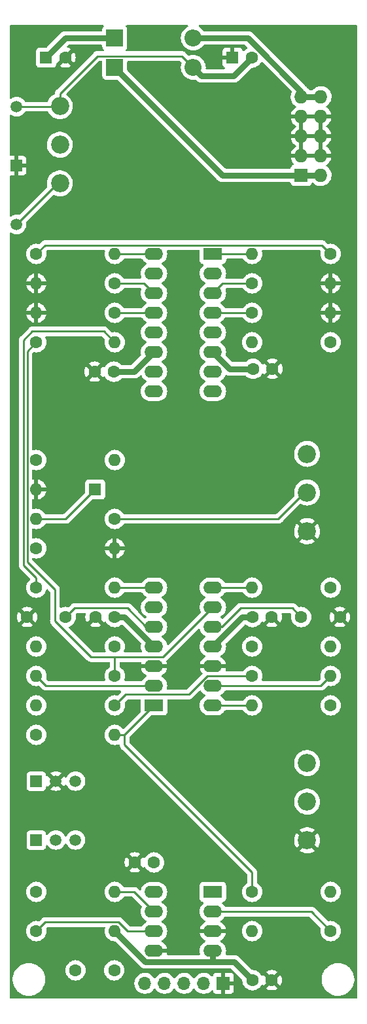
<source format=gbl>
G04 #@! TF.GenerationSoftware,KiCad,Pcbnew,6.0.4-6f826c9f35~116~ubuntu20.04.1*
G04 #@! TF.CreationDate,2022-04-19T12:45:32-04:00*
G04 #@! TF.ProjectId,vcapf_main,76636170-665f-46d6-9169-6e2e6b696361,rev?*
G04 #@! TF.SameCoordinates,Original*
G04 #@! TF.FileFunction,Copper,L2,Bot*
G04 #@! TF.FilePolarity,Positive*
%FSLAX46Y46*%
G04 Gerber Fmt 4.6, Leading zero omitted, Abs format (unit mm)*
G04 Created by KiCad (PCBNEW 6.0.4-6f826c9f35~116~ubuntu20.04.1) date 2022-04-19 12:45:32*
%MOMM*%
%LPD*%
G01*
G04 APERTURE LIST*
G04 #@! TA.AperFunction,ComponentPad*
%ADD10C,2.340000*%
G04 #@! TD*
G04 #@! TA.AperFunction,ComponentPad*
%ADD11C,1.600000*%
G04 #@! TD*
G04 #@! TA.AperFunction,ComponentPad*
%ADD12O,1.600000X1.600000*%
G04 #@! TD*
G04 #@! TA.AperFunction,ComponentPad*
%ADD13R,1.600000X1.600000*%
G04 #@! TD*
G04 #@! TA.AperFunction,ComponentPad*
%ADD14R,1.500000X1.500000*%
G04 #@! TD*
G04 #@! TA.AperFunction,ComponentPad*
%ADD15C,1.500000*%
G04 #@! TD*
G04 #@! TA.AperFunction,ComponentPad*
%ADD16R,2.400000X1.600000*%
G04 #@! TD*
G04 #@! TA.AperFunction,ComponentPad*
%ADD17O,2.400000X1.600000*%
G04 #@! TD*
G04 #@! TA.AperFunction,ComponentPad*
%ADD18R,2.200000X2.200000*%
G04 #@! TD*
G04 #@! TA.AperFunction,ComponentPad*
%ADD19O,2.200000X2.200000*%
G04 #@! TD*
G04 #@! TA.AperFunction,ComponentPad*
%ADD20R,1.700000X1.700000*%
G04 #@! TD*
G04 #@! TA.AperFunction,ComponentPad*
%ADD21O,1.700000X1.700000*%
G04 #@! TD*
G04 #@! TA.AperFunction,ComponentPad*
%ADD22R,1.727200X1.727200*%
G04 #@! TD*
G04 #@! TA.AperFunction,ComponentPad*
%ADD23O,1.727200X1.727200*%
G04 #@! TD*
G04 #@! TA.AperFunction,Conductor*
%ADD24C,0.750000*%
G04 #@! TD*
G04 #@! TA.AperFunction,Conductor*
%ADD25C,0.250000*%
G04 #@! TD*
G04 APERTURE END LIST*
D10*
G04 #@! TO.P,RV1,1,1*
G04 #@! TO.N,Board_0-GND*
X165999999Y-142499999D03*
G04 #@! TO.P,RV1,2,2*
G04 #@! TO.N,Board_0-/Main PCB/INPUT_ATT*
X165999999Y-137499999D03*
G04 #@! TO.P,RV1,3,3*
G04 #@! TO.N,Board_0-/Main PCB/INPUT*
X165999999Y-132499999D03*
G04 #@! TD*
G04 #@! TO.P,RV2,1,1*
G04 #@! TO.N,Board_0--12V*
X133999999Y-47499999D03*
G04 #@! TO.P,RV2,2,2*
G04 #@! TO.N,Board_0-/Main PCB/FREQ*
X133999999Y-52499999D03*
G04 #@! TO.P,RV2,3,3*
G04 #@! TO.N,Board_0-+12V*
X133999999Y-57499999D03*
G04 #@! TD*
G04 #@! TO.P,RV3,1,1*
G04 #@! TO.N,Board_0-GND*
X165999999Y-102499999D03*
G04 #@! TO.P,RV3,2,2*
G04 #@! TO.N,Board_0-/Main PCB/CV_ATT*
X165999999Y-97499999D03*
G04 #@! TO.P,RV3,3,3*
G04 #@! TO.N,Board_0-/Main PCB/CV_IN*
X165999999Y-92499999D03*
G04 #@! TD*
D11*
G04 #@! TO.P,R9,1*
G04 #@! TO.N,Board_0-Net-(R10-Pad1)*
X158889999Y-74239999D03*
D12*
G04 #@! TO.P,R9,2*
G04 #@! TO.N,Board_0-GND*
X169049999Y-74239999D03*
G04 #@! TD*
D11*
G04 #@! TO.P,R19,1*
G04 #@! TO.N,Board_0-Net-(Q2-Pad3)*
X130949999Y-66619999D03*
D12*
G04 #@! TO.P,R19,2*
G04 #@! TO.N,Board_0-Net-(R19-Pad2)*
X141109999Y-66619999D03*
G04 #@! TD*
D11*
G04 #@! TO.P,R17,1*
G04 #@! TO.N,Board_0-Net-(R15-Pad2)*
X130949999Y-109799999D03*
D12*
G04 #@! TO.P,R17,2*
G04 #@! TO.N,Board_0-/Main PCB/LP2*
X141109999Y-109799999D03*
G04 #@! TD*
D11*
G04 #@! TO.P,R18,1*
G04 #@! TO.N,Board_0-Net-(R18-Pad1)*
X141109999Y-70429999D03*
D12*
G04 #@! TO.P,R18,2*
G04 #@! TO.N,Board_0-GND*
X130949999Y-70429999D03*
G04 #@! TD*
D11*
G04 #@! TO.P,C11,1*
G04 #@! TO.N,Board_0-Net-(C11-Pad1)*
X134759999Y-113609999D03*
G04 #@! TO.P,C11,2*
G04 #@! TO.N,Board_0-GND*
X129759999Y-113609999D03*
G04 #@! TD*
D13*
G04 #@! TO.P,D3,1,K*
G04 #@! TO.N,Board_0-Net-(D3-Pad1)*
X138569999Y-97099999D03*
D12*
G04 #@! TO.P,D3,2,A*
G04 #@! TO.N,Board_0-GND*
X130949999Y-97099999D03*
G04 #@! TD*
D14*
G04 #@! TO.P,Q1,1,E*
G04 #@! TO.N,Board_0-Net-(Q1-Pad1)*
X130949999Y-142459999D03*
D15*
G04 #@! TO.P,Q1,2,B*
G04 #@! TO.N,Board_0-Net-(D3-Pad1)*
X133489999Y-142459999D03*
G04 #@! TO.P,Q1,3,C*
G04 #@! TO.N,Board_0-Net-(C6-Pad2)*
X136029999Y-142459999D03*
G04 #@! TD*
D11*
G04 #@! TO.P,R10,1*
G04 #@! TO.N,Board_0-Net-(R10-Pad1)*
X169049999Y-109799999D03*
D12*
G04 #@! TO.P,R10,2*
G04 #@! TO.N,Board_0-/Main PCB/LP1*
X158889999Y-109799999D03*
G04 #@! TD*
D15*
G04 #@! TO.P,TP1,1,1*
G04 #@! TO.N,Board_0-+12V*
X128409999Y-62809999D03*
G04 #@! TD*
D11*
G04 #@! TO.P,C7,1*
G04 #@! TO.N,Board_0-+12V*
X141109999Y-113609999D03*
G04 #@! TO.P,C7,2*
G04 #@! TO.N,Board_0-GND*
X138609999Y-113609999D03*
G04 #@! TD*
G04 #@! TO.P,R5,1*
G04 #@! TO.N,Board_0-/Main PCB/INPUT_ATT*
X169049999Y-78049999D03*
D12*
G04 #@! TO.P,R5,2*
G04 #@! TO.N,Board_0-Net-(R10-Pad1)*
X158889999Y-78049999D03*
G04 #@! TD*
D15*
G04 #@! TO.P,TP3,1,1*
G04 #@! TO.N,Board_0--12V*
X128409999Y-47569999D03*
G04 #@! TD*
D11*
G04 #@! TO.P,C8,1*
G04 #@! TO.N,Board_0-GND*
X161429999Y-113609999D03*
G04 #@! TO.P,C8,2*
G04 #@! TO.N,Board_0--12V*
X158929999Y-113609999D03*
G04 #@! TD*
G04 #@! TO.P,C3,1*
G04 #@! TO.N,Board_0-+12V*
X140999999Y-81859999D03*
G04 #@! TO.P,C3,2*
G04 #@! TO.N,Board_0-GND*
X138499999Y-81859999D03*
G04 #@! TD*
G04 #@! TO.P,R26,1*
G04 #@! TO.N,Board_0-Net-(R20-Pad2)*
X169049999Y-125039999D03*
D12*
G04 #@! TO.P,R26,2*
G04 #@! TO.N,Board_0-/Main PCB/1POLE_OUT*
X158889999Y-125039999D03*
G04 #@! TD*
D14*
G04 #@! TO.P,TP2,1,1*
G04 #@! TO.N,Board_0-GND*
X128409999Y-55189999D03*
G04 #@! TD*
D11*
G04 #@! TO.P,R8,1*
G04 #@! TO.N,Board_0-Net-(D3-Pad1)*
X130949999Y-104719999D03*
D12*
G04 #@! TO.P,R8,2*
G04 #@! TO.N,Board_0-GND*
X141109999Y-104719999D03*
G04 #@! TD*
D14*
G04 #@! TO.P,Q2,1,E*
G04 #@! TO.N,Board_0-Net-(Q1-Pad1)*
X130949999Y-134839999D03*
D15*
G04 #@! TO.P,Q2,2,B*
G04 #@! TO.N,Board_0-GND*
X133489999Y-134839999D03*
G04 #@! TO.P,Q2,3,C*
G04 #@! TO.N,Board_0-Net-(Q2-Pad3)*
X136029999Y-134839999D03*
G04 #@! TD*
D11*
G04 #@! TO.P,R16,1*
G04 #@! TO.N,Board_0-Net-(R15-Pad2)*
X141109999Y-74239999D03*
D12*
G04 #@! TO.P,R16,2*
G04 #@! TO.N,Board_0-GND*
X130949999Y-74239999D03*
G04 #@! TD*
D16*
G04 #@! TO.P,U1,1*
G04 #@! TO.N,Board_0-Net-(R13-Pad2)*
X153799999Y-66609999D03*
D17*
G04 #@! TO.P,U1,2,DIODE_BIAS*
G04 #@! TO.N,Board_0-unconnected-(U1-Pad2)*
X153799999Y-69149999D03*
G04 #@! TO.P,U1,3,+*
G04 #@! TO.N,Board_0-Net-(R11-Pad1)*
X153799999Y-71689999D03*
G04 #@! TO.P,U1,4,-*
G04 #@! TO.N,Board_0-Net-(R10-Pad1)*
X153799999Y-74229999D03*
G04 #@! TO.P,U1,5*
G04 #@! TO.N,Board_0-Net-(C5-Pad1)*
X153799999Y-76769999D03*
G04 #@! TO.P,U1,6,V-*
G04 #@! TO.N,Board_0--12V*
X153799999Y-79309999D03*
G04 #@! TO.P,U1,7*
G04 #@! TO.N,Board_0-unconnected-(U1-Pad7)*
X153799999Y-81849999D03*
G04 #@! TO.P,U1,8*
G04 #@! TO.N,Board_0-unconnected-(U1-Pad8)*
X153799999Y-84389999D03*
G04 #@! TO.P,U1,9*
G04 #@! TO.N,Board_0-unconnected-(U1-Pad9)*
X146179999Y-84389999D03*
G04 #@! TO.P,U1,10*
G04 #@! TO.N,Board_0-unconnected-(U1-Pad10)*
X146179999Y-81849999D03*
G04 #@! TO.P,U1,11,V+*
G04 #@! TO.N,Board_0-+12V*
X146179999Y-79309999D03*
G04 #@! TO.P,U1,12*
G04 #@! TO.N,Board_0-Net-(C11-Pad1)*
X146179999Y-76769999D03*
G04 #@! TO.P,U1,13,-*
G04 #@! TO.N,Board_0-Net-(R15-Pad2)*
X146179999Y-74229999D03*
G04 #@! TO.P,U1,14,+*
G04 #@! TO.N,Board_0-Net-(R18-Pad1)*
X146179999Y-71689999D03*
G04 #@! TO.P,U1,15,DIODE_BIAS*
G04 #@! TO.N,Board_0-unconnected-(U1-Pad15)*
X146179999Y-69149999D03*
G04 #@! TO.P,U1,16*
G04 #@! TO.N,Board_0-Net-(R19-Pad2)*
X146179999Y-66609999D03*
G04 #@! TD*
D11*
G04 #@! TO.P,C6,1*
G04 #@! TO.N,Board_0-Net-(C6-Pad1)*
X136029999Y-159329999D03*
G04 #@! TO.P,C6,2*
G04 #@! TO.N,Board_0-Net-(C6-Pad2)*
X141029999Y-159329999D03*
G04 #@! TD*
D16*
G04 #@! TO.P,U3,1*
G04 #@! TO.N,Board_0-/Main PCB/2POLE_OUT*
X153799999Y-149179999D03*
D17*
G04 #@! TO.P,U3,2,-*
G04 #@! TO.N,Board_0-Net-(R25-Pad2)*
X153799999Y-151719999D03*
G04 #@! TO.P,U3,3,+*
G04 #@! TO.N,Board_0-GND*
X153799999Y-154259999D03*
G04 #@! TO.P,U3,4,V-*
G04 #@! TO.N,Board_0--12V*
X153799999Y-156799999D03*
G04 #@! TO.P,U3,5,+*
G04 #@! TO.N,Board_0-GND*
X146179999Y-156799999D03*
G04 #@! TO.P,U3,6,-*
G04 #@! TO.N,Board_0-Net-(C6-Pad2)*
X146179999Y-154259999D03*
G04 #@! TO.P,U3,7*
G04 #@! TO.N,Board_0-Net-(C6-Pad1)*
X146179999Y-151719999D03*
G04 #@! TO.P,U3,8,V+*
G04 #@! TO.N,Board_0-+12V*
X146179999Y-149179999D03*
G04 #@! TD*
D16*
G04 #@! TO.P,U2,1*
G04 #@! TO.N,Board_0-Net-(R25-Pad1)*
X146189999Y-125039999D03*
D17*
G04 #@! TO.P,U2,2,-*
G04 #@! TO.N,Board_0-Net-(R22-Pad2)*
X146189999Y-122499999D03*
G04 #@! TO.P,U2,3,+*
G04 #@! TO.N,Board_0-GND*
X146189999Y-119959999D03*
G04 #@! TO.P,U2,4,V+*
G04 #@! TO.N,Board_0-+12V*
X146189999Y-117419999D03*
G04 #@! TO.P,U2,5,+*
G04 #@! TO.N,Board_0-Net-(C11-Pad1)*
X146189999Y-114879999D03*
G04 #@! TO.P,U2,6,-*
G04 #@! TO.N,Board_0-/Main PCB/LP2*
X146189999Y-112339999D03*
G04 #@! TO.P,U2,7*
X146189999Y-109799999D03*
G04 #@! TO.P,U2,8*
G04 #@! TO.N,Board_0-/Main PCB/LP1*
X153809999Y-109799999D03*
G04 #@! TO.P,U2,9,-*
X153809999Y-112339999D03*
G04 #@! TO.P,U2,10,+*
G04 #@! TO.N,Board_0-Net-(C5-Pad1)*
X153809999Y-114879999D03*
G04 #@! TO.P,U2,11,V-*
G04 #@! TO.N,Board_0--12V*
X153809999Y-117419999D03*
G04 #@! TO.P,U2,12,+*
G04 #@! TO.N,Board_0-GND*
X153809999Y-119959999D03*
G04 #@! TO.P,U2,13,-*
G04 #@! TO.N,Board_0-Net-(R20-Pad2)*
X153809999Y-122499999D03*
G04 #@! TO.P,U2,14*
G04 #@! TO.N,Board_0-/Main PCB/1POLE_OUT*
X153809999Y-125039999D03*
G04 #@! TD*
D11*
G04 #@! TO.P,C10,1*
G04 #@! TO.N,Board_0-GND*
X161429999Y-160599999D03*
G04 #@! TO.P,C10,2*
G04 #@! TO.N,Board_0--12V*
X158929999Y-160599999D03*
G04 #@! TD*
G04 #@! TO.P,R28,1*
G04 #@! TO.N,Board_0-Net-(R25-Pad2)*
X169049999Y-154249999D03*
D12*
G04 #@! TO.P,R28,2*
G04 #@! TO.N,Board_0-/Main PCB/2POLE_OUT*
X158889999Y-154249999D03*
G04 #@! TD*
D18*
G04 #@! TO.P,D1,1,K*
G04 #@! TO.N,Board_0-+12V*
X141109999Y-38679999D03*
D19*
G04 #@! TO.P,D1,2,A*
G04 #@! TO.N,Board_0-/+12_IN*
X151269999Y-38679999D03*
G04 #@! TD*
D11*
G04 #@! TO.P,C9,1*
G04 #@! TO.N,Board_0-+12V*
X146189999Y-145359999D03*
G04 #@! TO.P,C9,2*
G04 #@! TO.N,Board_0-GND*
X143689999Y-145359999D03*
G04 #@! TD*
G04 #@! TO.P,R11,1*
G04 #@! TO.N,Board_0-Net-(R11-Pad1)*
X158889999Y-70429999D03*
D12*
G04 #@! TO.P,R11,2*
G04 #@! TO.N,Board_0-GND*
X169049999Y-70429999D03*
G04 #@! TD*
D13*
G04 #@! TO.P,C1,1*
G04 #@! TO.N,Board_0-+12V*
X132219999Y-41219999D03*
D11*
G04 #@! TO.P,C1,2*
G04 #@! TO.N,Board_0-GND*
X134719999Y-41219999D03*
G04 #@! TD*
G04 #@! TO.P,R6,1*
G04 #@! TO.N,Board_0-/Main PCB/FREQ*
X130949999Y-93289999D03*
D12*
G04 #@! TO.P,R6,2*
G04 #@! TO.N,Board_0-Net-(D3-Pad1)*
X141109999Y-93289999D03*
G04 #@! TD*
D13*
G04 #@! TO.P,C2,1*
G04 #@! TO.N,Board_0-GND*
X156349999Y-41219999D03*
D11*
G04 #@! TO.P,C2,2*
G04 #@! TO.N,Board_0--12V*
X158849999Y-41219999D03*
G04 #@! TD*
G04 #@! TO.P,R20,1*
G04 #@! TO.N,Board_0-/Main PCB/INPUT_ATT*
X158889999Y-121229999D03*
D12*
G04 #@! TO.P,R20,2*
G04 #@! TO.N,Board_0-Net-(R20-Pad2)*
X169049999Y-121229999D03*
G04 #@! TD*
D11*
G04 #@! TO.P,R21,1*
G04 #@! TO.N,Board_0-/Main PCB/LP1*
X158889999Y-117419999D03*
D12*
G04 #@! TO.P,R21,2*
G04 #@! TO.N,Board_0-Net-(R20-Pad2)*
X169049999Y-117419999D03*
G04 #@! TD*
D11*
G04 #@! TO.P,R24,1*
G04 #@! TO.N,Board_0-/Main PCB/LP2*
X141109999Y-117419999D03*
D12*
G04 #@! TO.P,R24,2*
G04 #@! TO.N,Board_0-Net-(R22-Pad2)*
X130949999Y-117419999D03*
G04 #@! TD*
D11*
G04 #@! TO.P,R15,1*
G04 #@! TO.N,Board_0-/Main PCB/LP1*
X130949999Y-78049999D03*
D12*
G04 #@! TO.P,R15,2*
G04 #@! TO.N,Board_0-Net-(R15-Pad2)*
X141109999Y-78049999D03*
G04 #@! TD*
D18*
G04 #@! TO.P,D2,1,K*
G04 #@! TO.N,Board_0-/-12_IN*
X141109999Y-42489999D03*
D19*
G04 #@! TO.P,D2,2,A*
G04 #@! TO.N,Board_0--12V*
X151269999Y-42489999D03*
G04 #@! TD*
D11*
G04 #@! TO.P,R23,1*
G04 #@! TO.N,Board_0-/Main PCB/LP1*
X141109999Y-121229999D03*
D12*
G04 #@! TO.P,R23,2*
G04 #@! TO.N,Board_0-Net-(R22-Pad2)*
X130949999Y-121229999D03*
G04 #@! TD*
D11*
G04 #@! TO.P,R14,1*
G04 #@! TO.N,Board_0-Net-(Q1-Pad1)*
X130949999Y-149169999D03*
D12*
G04 #@! TO.P,R14,2*
G04 #@! TO.N,Board_0-Net-(C6-Pad1)*
X141109999Y-149169999D03*
G04 #@! TD*
D11*
G04 #@! TO.P,R12,1*
G04 #@! TO.N,Board_0-Net-(C6-Pad2)*
X130949999Y-154249999D03*
D12*
G04 #@! TO.P,R12,2*
G04 #@! TO.N,Board_0--12V*
X141109999Y-154249999D03*
G04 #@! TD*
D11*
G04 #@! TO.P,R27,1*
G04 #@! TO.N,Board_0-Net-(R22-Pad2)*
X130949999Y-128849999D03*
D12*
G04 #@! TO.P,R27,2*
G04 #@! TO.N,Board_0-Net-(R25-Pad1)*
X141109999Y-128849999D03*
G04 #@! TD*
D11*
G04 #@! TO.P,R22,1*
G04 #@! TO.N,Board_0-/Main PCB/INPUT_ATT*
X141109999Y-125039999D03*
D12*
G04 #@! TO.P,R22,2*
G04 #@! TO.N,Board_0-Net-(R22-Pad2)*
X130949999Y-125039999D03*
G04 #@! TD*
D11*
G04 #@! TO.P,R13,1*
G04 #@! TO.N,Board_0-Net-(Q2-Pad3)*
X169049999Y-66619999D03*
D12*
G04 #@! TO.P,R13,2*
G04 #@! TO.N,Board_0-Net-(R13-Pad2)*
X158889999Y-66619999D03*
G04 #@! TD*
D20*
G04 #@! TO.P,J4,1,Pin_1*
G04 #@! TO.N,Board_0-GND*
X155159999Y-160999999D03*
D21*
G04 #@! TO.P,J4,2,Pin_2*
G04 #@! TO.N,Board_0-/Main PCB/2POLE_OUT*
X152619999Y-160999999D03*
G04 #@! TO.P,J4,3,Pin_3*
G04 #@! TO.N,Board_0-/Main PCB/1POLE_OUT*
X150079999Y-160999999D03*
G04 #@! TO.P,J4,4,Pin_4*
G04 #@! TO.N,Board_0-/Main PCB/CV_IN*
X147539999Y-160999999D03*
G04 #@! TO.P,J4,5,Pin_5*
G04 #@! TO.N,Board_0-/Main PCB/INPUT*
X144999999Y-160999999D03*
G04 #@! TD*
D11*
G04 #@! TO.P,C4,1*
G04 #@! TO.N,Board_0-GND*
X161499999Y-81499999D03*
G04 #@! TO.P,C4,2*
G04 #@! TO.N,Board_0--12V*
X158999999Y-81499999D03*
G04 #@! TD*
G04 #@! TO.P,C5,1*
G04 #@! TO.N,Board_0-Net-(C5-Pad1)*
X165239999Y-113609999D03*
G04 #@! TO.P,C5,2*
G04 #@! TO.N,Board_0-GND*
X170239999Y-113609999D03*
G04 #@! TD*
G04 #@! TO.P,R7,1*
G04 #@! TO.N,Board_0-/Main PCB/CV_ATT*
X141109999Y-100909999D03*
D12*
G04 #@! TO.P,R7,2*
G04 #@! TO.N,Board_0-Net-(D3-Pad1)*
X130949999Y-100909999D03*
G04 #@! TD*
D22*
G04 #@! TO.P,J1,1,-12V*
G04 #@! TO.N,Board_0-/-12_IN*
X165239999Y-56459999D03*
D23*
G04 #@! TO.P,J1,2,-12V*
X167779999Y-56459999D03*
G04 #@! TO.P,J1,3,GND*
G04 #@! TO.N,Board_0-GND*
X165239999Y-53919999D03*
G04 #@! TO.P,J1,4,GND*
X167779999Y-53919999D03*
G04 #@! TO.P,J1,5,GND*
X165239999Y-51379999D03*
G04 #@! TO.P,J1,6,GND*
X167779999Y-51379999D03*
G04 #@! TO.P,J1,7,GND*
X165239999Y-48839999D03*
G04 #@! TO.P,J1,8,GND*
X167779999Y-48839999D03*
G04 #@! TO.P,J1,9,+12V*
G04 #@! TO.N,Board_0-/+12_IN*
X165239999Y-46299999D03*
G04 #@! TO.P,J1,10,+12V*
X167779999Y-46299999D03*
G04 #@! TD*
D11*
G04 #@! TO.P,R25,1*
G04 #@! TO.N,Board_0-Net-(R25-Pad1)*
X158889999Y-149169999D03*
D12*
G04 #@! TO.P,R25,2*
G04 #@! TO.N,Board_0-Net-(R25-Pad2)*
X169049999Y-149169999D03*
G04 #@! TD*
D24*
G04 #@! TO.N,Board_0-+12V*
X132219999Y-41219999D02*
X134759999Y-38679999D01*
X134759999Y-38679999D02*
X141109999Y-38679999D01*
X143629999Y-81859999D02*
X146179999Y-79309999D01*
X140999999Y-81859999D02*
X143629999Y-81859999D01*
X141109999Y-113609999D02*
X142379999Y-113609999D01*
D25*
X128409999Y-62809999D02*
X133719999Y-57499999D01*
D24*
X142379999Y-113609999D02*
X146189999Y-117419999D01*
G04 #@! TO.N,Board_0--12V*
X156554519Y-158224519D02*
X153799999Y-158224519D01*
X158929999Y-160599999D02*
X156554519Y-158224519D01*
X158999999Y-81499999D02*
X155989999Y-81499999D01*
X157619999Y-113609999D02*
X153809999Y-117419999D01*
D25*
X149795488Y-41015488D02*
X151269999Y-42489999D01*
D24*
X145084519Y-158224519D02*
X153799999Y-158224519D01*
X156480000Y-43589998D02*
X158849999Y-41219999D01*
X158929999Y-113609999D02*
X157619999Y-113609999D01*
D25*
X133999999Y-47499999D02*
X133999999Y-45845370D01*
D24*
X152369998Y-43589998D02*
X156480000Y-43589998D01*
X141109999Y-154249999D02*
X145084519Y-158224519D01*
D25*
X138829881Y-41015488D02*
X149795488Y-41015488D01*
D24*
X155989999Y-81499999D02*
X153799999Y-79309999D01*
X153799999Y-158224519D02*
X153799999Y-156799999D01*
X151269999Y-42489999D02*
X152369998Y-43589998D01*
D25*
X133999999Y-45845370D02*
X138829881Y-41015488D01*
X128409999Y-47569999D02*
X133929999Y-47569999D01*
D24*
G04 #@! TO.N,Board_0-/+12_IN*
X158324563Y-38679999D02*
X165239999Y-45595435D01*
X165239999Y-45595435D02*
X165239999Y-46299999D01*
X167779999Y-46299999D02*
X165239999Y-46299999D01*
X151269999Y-38679999D02*
X158324563Y-38679999D01*
G04 #@! TO.N,Board_0-/-12_IN*
X167779999Y-56459999D02*
X165239999Y-56459999D01*
X155079999Y-56459999D02*
X141109999Y-42489999D01*
X165239999Y-56459999D02*
X155079999Y-56459999D01*
D25*
G04 #@! TO.N,Board_0-/Main PCB/1POLE_OUT*
X153809999Y-125039999D02*
X158889999Y-125039999D01*
G04 #@! TO.N,Board_0-/Main PCB/CV_ATT*
X141109999Y-100909999D02*
X162249999Y-100909999D01*
X162249999Y-100909999D02*
X165659999Y-97499999D01*
G04 #@! TO.N,Board_0-/Main PCB/INPUT_ATT*
X141109999Y-125039999D02*
X142525479Y-123624519D01*
X153089688Y-121229999D02*
X158889999Y-121229999D01*
X142525479Y-123624519D02*
X150695168Y-123624519D01*
X150695168Y-123624519D02*
X153089688Y-121229999D01*
G04 #@! TO.N,Board_0-/Main PCB/LP1*
X130949999Y-78049999D02*
X129775488Y-79224510D01*
X133362999Y-110053999D02*
X133362999Y-114117999D01*
X138030479Y-118785479D02*
X147364519Y-118785479D01*
X129775488Y-106466488D02*
X133362999Y-110053999D01*
X129775488Y-79224510D02*
X129775488Y-106466488D01*
X141109999Y-121229999D02*
X141109999Y-118816999D01*
X133362999Y-114117999D02*
X138030479Y-118785479D01*
X147364519Y-118785479D02*
X153809999Y-112339999D01*
X158889999Y-109799999D02*
X153809999Y-109799999D01*
G04 #@! TO.N,Board_0-/Main PCB/LP2*
X141109999Y-109799999D02*
X146189999Y-109799999D01*
G04 #@! TO.N,Board_0-Net-(C11-Pad1)*
X135934510Y-112435488D02*
X142729488Y-112435488D01*
X134759999Y-113609999D02*
X135934510Y-112435488D01*
X142729488Y-112435488D02*
X145173999Y-114879999D01*
G04 #@! TO.N,Board_0-Net-(C5-Pad1)*
X165239999Y-113609999D02*
X164065488Y-112435488D01*
X164065488Y-112435488D02*
X157397510Y-112435488D01*
X157397510Y-112435488D02*
X154952999Y-114879999D01*
X154952999Y-114879999D02*
X153809999Y-114879999D01*
G04 #@! TO.N,Board_0-Net-(C6-Pad1)*
X143629999Y-149169999D02*
X146179999Y-151719999D01*
X141109999Y-149169999D02*
X143629999Y-149169999D01*
G04 #@! TO.N,Board_0-Net-(C6-Pad2)*
X142284510Y-153784510D02*
X142759999Y-154259999D01*
X141596498Y-153075488D02*
X142284510Y-153763500D01*
X130949999Y-154249999D02*
X132124510Y-153075488D01*
X142759999Y-154259999D02*
X146179999Y-154259999D01*
X132124510Y-153075488D02*
X141596498Y-153075488D01*
X142284510Y-153763500D02*
X142284510Y-153784510D01*
G04 #@! TO.N,Board_0-Net-(D3-Pad1)*
X130949999Y-100909999D02*
X134759999Y-100909999D01*
X134759999Y-100909999D02*
X138569999Y-97099999D01*
G04 #@! TO.N,Board_0-Net-(Q2-Pad3)*
X130949999Y-66619999D02*
X132084510Y-65485488D01*
X132084510Y-65485488D02*
X167915488Y-65485488D01*
X167915488Y-65485488D02*
X169049999Y-66619999D01*
G04 #@! TO.N,Board_0-Net-(R10-Pad1)*
X158889999Y-74239999D02*
X153809999Y-74239999D01*
G04 #@! TO.N,Board_0-Net-(R11-Pad1)*
X158889999Y-70429999D02*
X155059999Y-70429999D01*
X155059999Y-70429999D02*
X153799999Y-71689999D01*
G04 #@! TO.N,Board_0-Net-(R13-Pad2)*
X158889999Y-66619999D02*
X153809999Y-66619999D01*
G04 #@! TO.N,Board_0-Net-(R15-Pad2)*
X129325978Y-77769020D02*
X130441999Y-76652999D01*
X139712999Y-76652999D02*
X141109999Y-78049999D01*
X130949999Y-108529999D02*
X129325978Y-106905978D01*
X130949999Y-109799999D02*
X130949999Y-108529999D01*
X129325978Y-106905978D02*
X129325978Y-77769020D01*
X141109999Y-74239999D02*
X146169999Y-74239999D01*
X130441999Y-76652999D02*
X139712999Y-76652999D01*
G04 #@! TO.N,Board_0-Net-(R18-Pad1)*
X144919999Y-70429999D02*
X146179999Y-71689999D01*
X141109999Y-70429999D02*
X144919999Y-70429999D01*
G04 #@! TO.N,Board_0-Net-(R19-Pad2)*
X141109999Y-66619999D02*
X146169999Y-66619999D01*
G04 #@! TO.N,Board_0-Net-(R20-Pad2)*
X167779999Y-122499999D02*
X169049999Y-121229999D01*
X153809999Y-122499999D02*
X167779999Y-122499999D01*
G04 #@! TO.N,Board_0-Net-(R22-Pad2)*
X130949999Y-121229999D02*
X132219999Y-122499999D01*
X132219999Y-122499999D02*
X146189999Y-122499999D01*
G04 #@! TO.N,Board_0-Net-(R25-Pad1)*
X158889999Y-149169999D02*
X158889999Y-146629999D01*
X141109999Y-128849999D02*
X142379999Y-128849999D01*
X158889999Y-146629999D02*
X142379999Y-130119999D01*
X142379999Y-128849999D02*
X146189999Y-125039999D01*
X142379999Y-130119999D02*
X142379999Y-128849999D01*
G04 #@! TO.N,Board_0-Net-(R25-Pad2)*
X166519999Y-151719999D02*
X169049999Y-154249999D01*
X153799999Y-151719999D02*
X166519999Y-151719999D01*
G04 #@! TD*
G04 #@! TA.AperFunction,Conductor*
G04 #@! TO.N,Board_0-GND*
G36*
X172433620Y-37028501D02*
G01*
X172480113Y-37082157D01*
X172491499Y-37134499D01*
X172491499Y-162865499D01*
X172471497Y-162933620D01*
X172417841Y-162980113D01*
X172365499Y-162991499D01*
X127634499Y-162991499D01*
X127566378Y-162971497D01*
X127519885Y-162917841D01*
X127508499Y-162865499D01*
X127508499Y-160632702D01*
X127890742Y-160632702D01*
X127928267Y-160917733D01*
X127929400Y-160921873D01*
X127929400Y-160921875D01*
X127941071Y-160964538D01*
X128004128Y-161195035D01*
X128005812Y-161198983D01*
X128108525Y-161439788D01*
X128116922Y-161459475D01*
X128128692Y-161479141D01*
X128262116Y-161702076D01*
X128264560Y-161706160D01*
X128444312Y-161930527D01*
X128494289Y-161977953D01*
X128626744Y-162103648D01*
X128652850Y-162128422D01*
X128886316Y-162296185D01*
X128890111Y-162298194D01*
X128890112Y-162298195D01*
X128910574Y-162309029D01*
X129140391Y-162430711D01*
X129410372Y-162529510D01*
X129691263Y-162590754D01*
X129719840Y-162593003D01*
X129914281Y-162608306D01*
X129914290Y-162608306D01*
X129916738Y-162608499D01*
X130072270Y-162608499D01*
X130074406Y-162608353D01*
X130074417Y-162608353D01*
X130282547Y-162594164D01*
X130282553Y-162594163D01*
X130286824Y-162593872D01*
X130291019Y-162593003D01*
X130291021Y-162593003D01*
X130427583Y-162564722D01*
X130568341Y-162535573D01*
X130839342Y-162439606D01*
X131094811Y-162307749D01*
X131098312Y-162305288D01*
X131098316Y-162305286D01*
X131239979Y-162205723D01*
X131330022Y-162142440D01*
X131540621Y-161946739D01*
X131722712Y-161724267D01*
X131872926Y-161479141D01*
X131944946Y-161315076D01*
X131986756Y-161219829D01*
X131988482Y-161215897D01*
X131995941Y-161189714D01*
X132058873Y-160968789D01*
X132059470Y-160966694D01*
X143637250Y-160966694D01*
X143637547Y-160971847D01*
X143637547Y-160971850D01*
X143642287Y-161054052D01*
X143650109Y-161189714D01*
X143651246Y-161194760D01*
X143651247Y-161194766D01*
X143665605Y-161258474D01*
X143699221Y-161407638D01*
X143715690Y-161448196D01*
X143781130Y-161609356D01*
X143783265Y-161614615D01*
X143827047Y-161686061D01*
X143897290Y-161800687D01*
X143899986Y-161805087D01*
X144046249Y-161973937D01*
X144218125Y-162116631D01*
X144410999Y-162229337D01*
X144619691Y-162309029D01*
X144624759Y-162310060D01*
X144624762Y-162310061D01*
X144732016Y-162331882D01*
X144838596Y-162353566D01*
X144843771Y-162353756D01*
X144843773Y-162353756D01*
X145056672Y-162361563D01*
X145056676Y-162361563D01*
X145061836Y-162361752D01*
X145066956Y-162361096D01*
X145066958Y-162361096D01*
X145278287Y-162334024D01*
X145278288Y-162334024D01*
X145283415Y-162333367D01*
X145288365Y-162331882D01*
X145492428Y-162270660D01*
X145492433Y-162270658D01*
X145497383Y-162269173D01*
X145697993Y-162170895D01*
X145879859Y-162041172D01*
X146038095Y-161883488D01*
X146075122Y-161831960D01*
X146168452Y-161702076D01*
X146169775Y-161703027D01*
X146216644Y-161659856D01*
X146286579Y-161647624D01*
X146352025Y-161675143D01*
X146379874Y-161706993D01*
X146439986Y-161805087D01*
X146586249Y-161973937D01*
X146758125Y-162116631D01*
X146950999Y-162229337D01*
X147159691Y-162309029D01*
X147164759Y-162310060D01*
X147164762Y-162310061D01*
X147272016Y-162331882D01*
X147378596Y-162353566D01*
X147383771Y-162353756D01*
X147383773Y-162353756D01*
X147596672Y-162361563D01*
X147596676Y-162361563D01*
X147601836Y-162361752D01*
X147606956Y-162361096D01*
X147606958Y-162361096D01*
X147818287Y-162334024D01*
X147818288Y-162334024D01*
X147823415Y-162333367D01*
X147828365Y-162331882D01*
X148032428Y-162270660D01*
X148032433Y-162270658D01*
X148037383Y-162269173D01*
X148237993Y-162170895D01*
X148419859Y-162041172D01*
X148578095Y-161883488D01*
X148615122Y-161831960D01*
X148708452Y-161702076D01*
X148709775Y-161703027D01*
X148756644Y-161659856D01*
X148826579Y-161647624D01*
X148892025Y-161675143D01*
X148919874Y-161706993D01*
X148979986Y-161805087D01*
X149126249Y-161973937D01*
X149298125Y-162116631D01*
X149490999Y-162229337D01*
X149699691Y-162309029D01*
X149704759Y-162310060D01*
X149704762Y-162310061D01*
X149812016Y-162331882D01*
X149918596Y-162353566D01*
X149923771Y-162353756D01*
X149923773Y-162353756D01*
X150136672Y-162361563D01*
X150136676Y-162361563D01*
X150141836Y-162361752D01*
X150146956Y-162361096D01*
X150146958Y-162361096D01*
X150358287Y-162334024D01*
X150358288Y-162334024D01*
X150363415Y-162333367D01*
X150368365Y-162331882D01*
X150572428Y-162270660D01*
X150572433Y-162270658D01*
X150577383Y-162269173D01*
X150777993Y-162170895D01*
X150959859Y-162041172D01*
X151118095Y-161883488D01*
X151155122Y-161831960D01*
X151248452Y-161702076D01*
X151249775Y-161703027D01*
X151296644Y-161659856D01*
X151366579Y-161647624D01*
X151432025Y-161675143D01*
X151459874Y-161706993D01*
X151519986Y-161805087D01*
X151666249Y-161973937D01*
X151838125Y-162116631D01*
X152030999Y-162229337D01*
X152239691Y-162309029D01*
X152244759Y-162310060D01*
X152244762Y-162310061D01*
X152352016Y-162331882D01*
X152458596Y-162353566D01*
X152463771Y-162353756D01*
X152463773Y-162353756D01*
X152676672Y-162361563D01*
X152676676Y-162361563D01*
X152681836Y-162361752D01*
X152686956Y-162361096D01*
X152686958Y-162361096D01*
X152898287Y-162334024D01*
X152898288Y-162334024D01*
X152903415Y-162333367D01*
X152908365Y-162331882D01*
X153112428Y-162270660D01*
X153112433Y-162270658D01*
X153117383Y-162269173D01*
X153317993Y-162170895D01*
X153499859Y-162041172D01*
X153567330Y-161973937D01*
X153608478Y-161932932D01*
X153670850Y-161899016D01*
X153741657Y-161904204D01*
X153798418Y-161946850D01*
X153815400Y-161977953D01*
X153856675Y-162088053D01*
X153865213Y-162103648D01*
X153941714Y-162205723D01*
X153954275Y-162218284D01*
X154056350Y-162294785D01*
X154071945Y-162303323D01*
X154192393Y-162348477D01*
X154207648Y-162352104D01*
X154258513Y-162357630D01*
X154265327Y-162357999D01*
X154887884Y-162357999D01*
X154903123Y-162353524D01*
X154904328Y-162352134D01*
X154905999Y-162344451D01*
X154905999Y-162339883D01*
X155413999Y-162339883D01*
X155418474Y-162355122D01*
X155419864Y-162356327D01*
X155427547Y-162357998D01*
X156054668Y-162357998D01*
X156061489Y-162357628D01*
X156112351Y-162352104D01*
X156127603Y-162348478D01*
X156248053Y-162303323D01*
X156263648Y-162294785D01*
X156365723Y-162218284D01*
X156378284Y-162205723D01*
X156454785Y-162103648D01*
X156463323Y-162088053D01*
X156508477Y-161967605D01*
X156512104Y-161952350D01*
X156517630Y-161901485D01*
X156517999Y-161894671D01*
X156517999Y-161272114D01*
X156513524Y-161256875D01*
X156512134Y-161255670D01*
X156504451Y-161253999D01*
X155432114Y-161253999D01*
X155416875Y-161258474D01*
X155415670Y-161259864D01*
X155413999Y-161267547D01*
X155413999Y-162339883D01*
X154905999Y-162339883D01*
X154905999Y-160727884D01*
X155413999Y-160727884D01*
X155418474Y-160743123D01*
X155419864Y-160744328D01*
X155427547Y-160745999D01*
X156499883Y-160745999D01*
X156515122Y-160741524D01*
X156516327Y-160740134D01*
X156517998Y-160732451D01*
X156517998Y-160105330D01*
X156517628Y-160098509D01*
X156512104Y-160047647D01*
X156508478Y-160032395D01*
X156463323Y-159911945D01*
X156454785Y-159896350D01*
X156378284Y-159794275D01*
X156365723Y-159781714D01*
X156263648Y-159705213D01*
X156248053Y-159696675D01*
X156127605Y-159651521D01*
X156112350Y-159647894D01*
X156061485Y-159642368D01*
X156054671Y-159641999D01*
X155432114Y-159641999D01*
X155416875Y-159646474D01*
X155415670Y-159647864D01*
X155413999Y-159655547D01*
X155413999Y-160727884D01*
X154905999Y-160727884D01*
X154905999Y-159660115D01*
X154901524Y-159644876D01*
X154900134Y-159643671D01*
X154892451Y-159642000D01*
X154265330Y-159642000D01*
X154258509Y-159642370D01*
X154207647Y-159647894D01*
X154192395Y-159651520D01*
X154071945Y-159696675D01*
X154056350Y-159705213D01*
X153954275Y-159781714D01*
X153941714Y-159794275D01*
X153865213Y-159896350D01*
X153856675Y-159911945D01*
X153815296Y-160022321D01*
X153772654Y-160079086D01*
X153706092Y-160103785D01*
X153636743Y-160088577D01*
X153604120Y-160062890D01*
X153553150Y-160006875D01*
X153553144Y-160006869D01*
X153549669Y-160003050D01*
X153545618Y-159999851D01*
X153545614Y-159999847D01*
X153378413Y-159867799D01*
X153378409Y-159867797D01*
X153374358Y-159864597D01*
X153178788Y-159756637D01*
X153173919Y-159754913D01*
X153173915Y-159754911D01*
X152973086Y-159683794D01*
X152973082Y-159683793D01*
X152968211Y-159682068D01*
X152963118Y-159681161D01*
X152963115Y-159681160D01*
X152753372Y-159643799D01*
X152753366Y-159643798D01*
X152748283Y-159642893D01*
X152674451Y-159641991D01*
X152530080Y-159640227D01*
X152530078Y-159640227D01*
X152524910Y-159640164D01*
X152304090Y-159673954D01*
X152091755Y-159743356D01*
X151893606Y-159846506D01*
X151889473Y-159849609D01*
X151889470Y-159849611D01*
X151719099Y-159977529D01*
X151714964Y-159980634D01*
X151560628Y-160142137D01*
X151453200Y-160299620D01*
X151398292Y-160344620D01*
X151327767Y-160352791D01*
X151264020Y-160321537D01*
X151243323Y-160297053D01*
X151162821Y-160172616D01*
X151162819Y-160172613D01*
X151160013Y-160168276D01*
X151009669Y-160003050D01*
X151005618Y-159999851D01*
X151005614Y-159999847D01*
X150838413Y-159867799D01*
X150838409Y-159867797D01*
X150834358Y-159864597D01*
X150638788Y-159756637D01*
X150633919Y-159754913D01*
X150633915Y-159754911D01*
X150433086Y-159683794D01*
X150433082Y-159683793D01*
X150428211Y-159682068D01*
X150423118Y-159681161D01*
X150423115Y-159681160D01*
X150213372Y-159643799D01*
X150213366Y-159643798D01*
X150208283Y-159642893D01*
X150134451Y-159641991D01*
X149990080Y-159640227D01*
X149990078Y-159640227D01*
X149984910Y-159640164D01*
X149764090Y-159673954D01*
X149551755Y-159743356D01*
X149353606Y-159846506D01*
X149349473Y-159849609D01*
X149349470Y-159849611D01*
X149179099Y-159977529D01*
X149174964Y-159980634D01*
X149020628Y-160142137D01*
X148913200Y-160299620D01*
X148858292Y-160344620D01*
X148787767Y-160352791D01*
X148724020Y-160321537D01*
X148703323Y-160297053D01*
X148622821Y-160172616D01*
X148622819Y-160172613D01*
X148620013Y-160168276D01*
X148469669Y-160003050D01*
X148465618Y-159999851D01*
X148465614Y-159999847D01*
X148298413Y-159867799D01*
X148298409Y-159867797D01*
X148294358Y-159864597D01*
X148098788Y-159756637D01*
X148093919Y-159754913D01*
X148093915Y-159754911D01*
X147893086Y-159683794D01*
X147893082Y-159683793D01*
X147888211Y-159682068D01*
X147883118Y-159681161D01*
X147883115Y-159681160D01*
X147673372Y-159643799D01*
X147673366Y-159643798D01*
X147668283Y-159642893D01*
X147594451Y-159641991D01*
X147450080Y-159640227D01*
X147450078Y-159640227D01*
X147444910Y-159640164D01*
X147224090Y-159673954D01*
X147011755Y-159743356D01*
X146813606Y-159846506D01*
X146809473Y-159849609D01*
X146809470Y-159849611D01*
X146639099Y-159977529D01*
X146634964Y-159980634D01*
X146480628Y-160142137D01*
X146373200Y-160299620D01*
X146318292Y-160344620D01*
X146247767Y-160352791D01*
X146184020Y-160321537D01*
X146163323Y-160297053D01*
X146082821Y-160172616D01*
X146082819Y-160172613D01*
X146080013Y-160168276D01*
X145929669Y-160003050D01*
X145925618Y-159999851D01*
X145925614Y-159999847D01*
X145758413Y-159867799D01*
X145758409Y-159867797D01*
X145754358Y-159864597D01*
X145558788Y-159756637D01*
X145553919Y-159754913D01*
X145553915Y-159754911D01*
X145353086Y-159683794D01*
X145353082Y-159683793D01*
X145348211Y-159682068D01*
X145343118Y-159681161D01*
X145343115Y-159681160D01*
X145133372Y-159643799D01*
X145133366Y-159643798D01*
X145128283Y-159642893D01*
X145054451Y-159641991D01*
X144910080Y-159640227D01*
X144910078Y-159640227D01*
X144904910Y-159640164D01*
X144684090Y-159673954D01*
X144471755Y-159743356D01*
X144273606Y-159846506D01*
X144269473Y-159849609D01*
X144269470Y-159849611D01*
X144099099Y-159977529D01*
X144094964Y-159980634D01*
X143940628Y-160142137D01*
X143937719Y-160146402D01*
X143937713Y-160146410D01*
X143916030Y-160178196D01*
X143814742Y-160326679D01*
X143793899Y-160371582D01*
X143750831Y-160464365D01*
X143720687Y-160529304D01*
X143660988Y-160744569D01*
X143637250Y-160966694D01*
X132059470Y-160966694D01*
X132067243Y-160939405D01*
X132107750Y-160654783D01*
X132107810Y-160643497D01*
X132109234Y-160371582D01*
X132109234Y-160371575D01*
X132109256Y-160367296D01*
X132107347Y-160352791D01*
X132090914Y-160227977D01*
X132071731Y-160082265D01*
X131995870Y-159804963D01*
X131944187Y-159683794D01*
X131884762Y-159544475D01*
X131884760Y-159544471D01*
X131883076Y-159540523D01*
X131757080Y-159329999D01*
X134716501Y-159329999D01*
X134736456Y-159558086D01*
X134737880Y-159563399D01*
X134737880Y-159563401D01*
X134790328Y-159759136D01*
X134795715Y-159779242D01*
X134798038Y-159784223D01*
X134798038Y-159784224D01*
X134890150Y-159981761D01*
X134890153Y-159981766D01*
X134892476Y-159986748D01*
X134935118Y-160047647D01*
X135019584Y-160168276D01*
X135023801Y-160174299D01*
X135185699Y-160336197D01*
X135190207Y-160339354D01*
X135190210Y-160339356D01*
X135224046Y-160363048D01*
X135373250Y-160467522D01*
X135378232Y-160469845D01*
X135378237Y-160469848D01*
X135516448Y-160534296D01*
X135580756Y-160564283D01*
X135586064Y-160565705D01*
X135586066Y-160565706D01*
X135796597Y-160622118D01*
X135796599Y-160622118D01*
X135801912Y-160623542D01*
X136029999Y-160643497D01*
X136258086Y-160623542D01*
X136263399Y-160622118D01*
X136263401Y-160622118D01*
X136473932Y-160565706D01*
X136473934Y-160565705D01*
X136479242Y-160564283D01*
X136543550Y-160534296D01*
X136681761Y-160469848D01*
X136681766Y-160469845D01*
X136686748Y-160467522D01*
X136835952Y-160363048D01*
X136869788Y-160339356D01*
X136869791Y-160339354D01*
X136874299Y-160336197D01*
X137036197Y-160174299D01*
X137040415Y-160168276D01*
X137124880Y-160047647D01*
X137167522Y-159986748D01*
X137169845Y-159981766D01*
X137169848Y-159981761D01*
X137261960Y-159784224D01*
X137261960Y-159784223D01*
X137264283Y-159779242D01*
X137269671Y-159759136D01*
X137322118Y-159563401D01*
X137322118Y-159563399D01*
X137323542Y-159558086D01*
X137343497Y-159329999D01*
X139716501Y-159329999D01*
X139736456Y-159558086D01*
X139737880Y-159563399D01*
X139737880Y-159563401D01*
X139790328Y-159759136D01*
X139795715Y-159779242D01*
X139798038Y-159784223D01*
X139798038Y-159784224D01*
X139890150Y-159981761D01*
X139890153Y-159981766D01*
X139892476Y-159986748D01*
X139935118Y-160047647D01*
X140019584Y-160168276D01*
X140023801Y-160174299D01*
X140185699Y-160336197D01*
X140190207Y-160339354D01*
X140190210Y-160339356D01*
X140224046Y-160363048D01*
X140373250Y-160467522D01*
X140378232Y-160469845D01*
X140378237Y-160469848D01*
X140516448Y-160534296D01*
X140580756Y-160564283D01*
X140586064Y-160565705D01*
X140586066Y-160565706D01*
X140796597Y-160622118D01*
X140796599Y-160622118D01*
X140801912Y-160623542D01*
X141029999Y-160643497D01*
X141258086Y-160623542D01*
X141263399Y-160622118D01*
X141263401Y-160622118D01*
X141473932Y-160565706D01*
X141473934Y-160565705D01*
X141479242Y-160564283D01*
X141543550Y-160534296D01*
X141681761Y-160469848D01*
X141681766Y-160469845D01*
X141686748Y-160467522D01*
X141835952Y-160363048D01*
X141869788Y-160339356D01*
X141869791Y-160339354D01*
X141874299Y-160336197D01*
X142036197Y-160174299D01*
X142040415Y-160168276D01*
X142124880Y-160047647D01*
X142167522Y-159986748D01*
X142169845Y-159981766D01*
X142169848Y-159981761D01*
X142261960Y-159784224D01*
X142261960Y-159784223D01*
X142264283Y-159779242D01*
X142269671Y-159759136D01*
X142322118Y-159563401D01*
X142322118Y-159563399D01*
X142323542Y-159558086D01*
X142343497Y-159329999D01*
X142323542Y-159101912D01*
X142321281Y-159093473D01*
X142265706Y-158886066D01*
X142265705Y-158886064D01*
X142264283Y-158880756D01*
X142235464Y-158818953D01*
X142169848Y-158678237D01*
X142169845Y-158678232D01*
X142167522Y-158673250D01*
X142036197Y-158485699D01*
X141874299Y-158323801D01*
X141869791Y-158320644D01*
X141869788Y-158320642D01*
X141791610Y-158265901D01*
X141686748Y-158192476D01*
X141681766Y-158190153D01*
X141681761Y-158190150D01*
X141484224Y-158098038D01*
X141484223Y-158098038D01*
X141479242Y-158095715D01*
X141473934Y-158094293D01*
X141473932Y-158094292D01*
X141263401Y-158037880D01*
X141263399Y-158037880D01*
X141258086Y-158036456D01*
X141029999Y-158016501D01*
X140801912Y-158036456D01*
X140796599Y-158037880D01*
X140796597Y-158037880D01*
X140586066Y-158094292D01*
X140586064Y-158094293D01*
X140580756Y-158095715D01*
X140575775Y-158098038D01*
X140575774Y-158098038D01*
X140378237Y-158190150D01*
X140378232Y-158190153D01*
X140373250Y-158192476D01*
X140268388Y-158265901D01*
X140190210Y-158320642D01*
X140190207Y-158320644D01*
X140185699Y-158323801D01*
X140023801Y-158485699D01*
X139892476Y-158673250D01*
X139890153Y-158678232D01*
X139890150Y-158678237D01*
X139824534Y-158818953D01*
X139795715Y-158880756D01*
X139794293Y-158886064D01*
X139794292Y-158886066D01*
X139738717Y-159093473D01*
X139736456Y-159101912D01*
X139716501Y-159329999D01*
X137343497Y-159329999D01*
X137323542Y-159101912D01*
X137321281Y-159093473D01*
X137265706Y-158886066D01*
X137265705Y-158886064D01*
X137264283Y-158880756D01*
X137235464Y-158818953D01*
X137169848Y-158678237D01*
X137169845Y-158678232D01*
X137167522Y-158673250D01*
X137036197Y-158485699D01*
X136874299Y-158323801D01*
X136869791Y-158320644D01*
X136869788Y-158320642D01*
X136791610Y-158265901D01*
X136686748Y-158192476D01*
X136681766Y-158190153D01*
X136681761Y-158190150D01*
X136484224Y-158098038D01*
X136484223Y-158098038D01*
X136479242Y-158095715D01*
X136473934Y-158094293D01*
X136473932Y-158094292D01*
X136263401Y-158037880D01*
X136263399Y-158037880D01*
X136258086Y-158036456D01*
X136029999Y-158016501D01*
X135801912Y-158036456D01*
X135796599Y-158037880D01*
X135796597Y-158037880D01*
X135586066Y-158094292D01*
X135586064Y-158094293D01*
X135580756Y-158095715D01*
X135575775Y-158098038D01*
X135575774Y-158098038D01*
X135378237Y-158190150D01*
X135378232Y-158190153D01*
X135373250Y-158192476D01*
X135268388Y-158265901D01*
X135190210Y-158320642D01*
X135190207Y-158320644D01*
X135185699Y-158323801D01*
X135023801Y-158485699D01*
X134892476Y-158673250D01*
X134890153Y-158678232D01*
X134890150Y-158678237D01*
X134824534Y-158818953D01*
X134795715Y-158880756D01*
X134794293Y-158886064D01*
X134794292Y-158886066D01*
X134738717Y-159093473D01*
X134736456Y-159101912D01*
X134716501Y-159329999D01*
X131757080Y-159329999D01*
X131735438Y-159293838D01*
X131555686Y-159069471D01*
X131422648Y-158943223D01*
X131350257Y-158874526D01*
X131350254Y-158874524D01*
X131347148Y-158871576D01*
X131113682Y-158703813D01*
X131091842Y-158692249D01*
X131055959Y-158673250D01*
X130859607Y-158569287D01*
X130589626Y-158470488D01*
X130308735Y-158409244D01*
X130277684Y-158406800D01*
X130085717Y-158391692D01*
X130085708Y-158391692D01*
X130083260Y-158391499D01*
X129927728Y-158391499D01*
X129925592Y-158391645D01*
X129925581Y-158391645D01*
X129717451Y-158405834D01*
X129717445Y-158405835D01*
X129713174Y-158406126D01*
X129708979Y-158406995D01*
X129708977Y-158406995D01*
X129572416Y-158435275D01*
X129431657Y-158464425D01*
X129160656Y-158560392D01*
X128905187Y-158692249D01*
X128901686Y-158694710D01*
X128901682Y-158694712D01*
X128891593Y-158701803D01*
X128669976Y-158857558D01*
X128654891Y-158871576D01*
X128470104Y-159043291D01*
X128459377Y-159053259D01*
X128277286Y-159275731D01*
X128127072Y-159520857D01*
X128125346Y-159524790D01*
X128125345Y-159524791D01*
X128023984Y-159755699D01*
X128011516Y-159784101D01*
X127932755Y-160060593D01*
X127892248Y-160345215D01*
X127892226Y-160349504D01*
X127892225Y-160349511D01*
X127890863Y-160609579D01*
X127890742Y-160632702D01*
X127508499Y-160632702D01*
X127508499Y-154249999D01*
X129636501Y-154249999D01*
X129656456Y-154478086D01*
X129657880Y-154483399D01*
X129657880Y-154483401D01*
X129659136Y-154488086D01*
X129715715Y-154699242D01*
X129718038Y-154704223D01*
X129718038Y-154704224D01*
X129810150Y-154901761D01*
X129810153Y-154901766D01*
X129812476Y-154906748D01*
X129943801Y-155094299D01*
X130105699Y-155256197D01*
X130110207Y-155259354D01*
X130110210Y-155259356D01*
X130119980Y-155266197D01*
X130293250Y-155387522D01*
X130298232Y-155389845D01*
X130298237Y-155389848D01*
X130495774Y-155481960D01*
X130500756Y-155484283D01*
X130506064Y-155485705D01*
X130506066Y-155485706D01*
X130716597Y-155542118D01*
X130716599Y-155542118D01*
X130721912Y-155543542D01*
X130949999Y-155563497D01*
X131178086Y-155543542D01*
X131183399Y-155542118D01*
X131183401Y-155542118D01*
X131393932Y-155485706D01*
X131393934Y-155485705D01*
X131399242Y-155484283D01*
X131404224Y-155481960D01*
X131601761Y-155389848D01*
X131601766Y-155389845D01*
X131606748Y-155387522D01*
X131780018Y-155266197D01*
X131789788Y-155259356D01*
X131789791Y-155259354D01*
X131794299Y-155256197D01*
X131956197Y-155094299D01*
X132087522Y-154906748D01*
X132089845Y-154901766D01*
X132089848Y-154901761D01*
X132181960Y-154704224D01*
X132181960Y-154704223D01*
X132184283Y-154699242D01*
X132240863Y-154488086D01*
X132242118Y-154483401D01*
X132242118Y-154483399D01*
X132243542Y-154478086D01*
X132263497Y-154249999D01*
X132243542Y-154021912D01*
X132242118Y-154016597D01*
X132242117Y-154016590D01*
X132226540Y-153958458D01*
X132228229Y-153887482D01*
X132259151Y-153836751D01*
X132350009Y-153745893D01*
X132412321Y-153711867D01*
X132439104Y-153708988D01*
X139736097Y-153708988D01*
X139804218Y-153728990D01*
X139850711Y-153782646D01*
X139860815Y-153852920D01*
X139857804Y-153867599D01*
X139825408Y-153988502D01*
X139816456Y-154021912D01*
X139796501Y-154249999D01*
X139816456Y-154478086D01*
X139817880Y-154483399D01*
X139817880Y-154483401D01*
X139819136Y-154488086D01*
X139875715Y-154699242D01*
X139878038Y-154704223D01*
X139878038Y-154704224D01*
X139970150Y-154901761D01*
X139970153Y-154901766D01*
X139972476Y-154906748D01*
X140103801Y-155094299D01*
X140265699Y-155256197D01*
X140270207Y-155259354D01*
X140270210Y-155259356D01*
X140279980Y-155266197D01*
X140453250Y-155387522D01*
X140458232Y-155389845D01*
X140458237Y-155389848D01*
X140655774Y-155481960D01*
X140660756Y-155484283D01*
X140666064Y-155485705D01*
X140666066Y-155485706D01*
X140876597Y-155542118D01*
X140876599Y-155542118D01*
X140881912Y-155543542D01*
X141104524Y-155563018D01*
X141109999Y-155563497D01*
X141115474Y-155563018D01*
X141120981Y-155563018D01*
X141120981Y-155565579D01*
X141180061Y-155577507D01*
X141210434Y-155599892D01*
X144403607Y-158793065D01*
X144416444Y-158808093D01*
X144424334Y-158818953D01*
X144429244Y-158823374D01*
X144429245Y-158823375D01*
X144473703Y-158863405D01*
X144478488Y-158867946D01*
X144492533Y-158881991D01*
X144495107Y-158884075D01*
X144495110Y-158884078D01*
X144507965Y-158894488D01*
X144512981Y-158898772D01*
X144557439Y-158938802D01*
X144557444Y-158938806D01*
X144562350Y-158943223D01*
X144573616Y-158949728D01*
X144573967Y-158949930D01*
X144590260Y-158961128D01*
X144600680Y-158969566D01*
X144659882Y-158999732D01*
X144665652Y-159002865D01*
X144717464Y-159032779D01*
X144717469Y-159032781D01*
X144723188Y-159036083D01*
X144729468Y-159038124D01*
X144729476Y-159038127D01*
X144735940Y-159040227D01*
X144754202Y-159047791D01*
X144760268Y-159050882D01*
X144760277Y-159050885D01*
X144766156Y-159053881D01*
X144772534Y-159055590D01*
X144830323Y-159071075D01*
X144836625Y-159072941D01*
X144899817Y-159093473D01*
X144912724Y-159094830D01*
X144913147Y-159094874D01*
X144932590Y-159098477D01*
X144945548Y-159101949D01*
X144952138Y-159102294D01*
X144952142Y-159102295D01*
X144996092Y-159104598D01*
X145011891Y-159105426D01*
X145018450Y-159105942D01*
X145038213Y-159108019D01*
X145058074Y-159108019D01*
X145064669Y-159108192D01*
X145124421Y-159111324D01*
X145124425Y-159111324D01*
X145131012Y-159111669D01*
X145144266Y-159109570D01*
X145163975Y-159108019D01*
X156136371Y-159108019D01*
X156204492Y-159128021D01*
X156225466Y-159144924D01*
X157580106Y-160499564D01*
X157614132Y-160561876D01*
X157615868Y-160589017D01*
X157616980Y-160589017D01*
X157616980Y-160594524D01*
X157616501Y-160599999D01*
X157636456Y-160828086D01*
X157637880Y-160833399D01*
X157637880Y-160833401D01*
X157675024Y-160972021D01*
X157695715Y-161049242D01*
X157698038Y-161054223D01*
X157698038Y-161054224D01*
X157790150Y-161251761D01*
X157790153Y-161251766D01*
X157792476Y-161256748D01*
X157814407Y-161288068D01*
X157898131Y-161407638D01*
X157923801Y-161444299D01*
X158085699Y-161606197D01*
X158090207Y-161609354D01*
X158090210Y-161609356D01*
X158144863Y-161647624D01*
X158273250Y-161737522D01*
X158278232Y-161739845D01*
X158278237Y-161739848D01*
X158426512Y-161808989D01*
X158480756Y-161834283D01*
X158486064Y-161835705D01*
X158486066Y-161835706D01*
X158696597Y-161892118D01*
X158696599Y-161892118D01*
X158701912Y-161893542D01*
X158929999Y-161913497D01*
X159158086Y-161893542D01*
X159163399Y-161892118D01*
X159163401Y-161892118D01*
X159373932Y-161835706D01*
X159373934Y-161835705D01*
X159379242Y-161834283D01*
X159433486Y-161808989D01*
X159581761Y-161739848D01*
X159581766Y-161739845D01*
X159586748Y-161737522D01*
X159660242Y-161686061D01*
X160708492Y-161686061D01*
X160717788Y-161698076D01*
X160768993Y-161733930D01*
X160778488Y-161739413D01*
X160975946Y-161831489D01*
X160986238Y-161835235D01*
X161196687Y-161891624D01*
X161207480Y-161893527D01*
X161424524Y-161912516D01*
X161435474Y-161912516D01*
X161652518Y-161893527D01*
X161663311Y-161891624D01*
X161873760Y-161835235D01*
X161884052Y-161831489D01*
X162081510Y-161739413D01*
X162091005Y-161733930D01*
X162143047Y-161697490D01*
X162151423Y-161687011D01*
X162144355Y-161673565D01*
X161442811Y-160972021D01*
X161428867Y-160964407D01*
X161427034Y-160964538D01*
X161420419Y-160968789D01*
X160714922Y-161674286D01*
X160708492Y-161686061D01*
X159660242Y-161686061D01*
X159715135Y-161647624D01*
X159769788Y-161609356D01*
X159769791Y-161609354D01*
X159774299Y-161606197D01*
X159936197Y-161444299D01*
X159961868Y-161407638D01*
X160045591Y-161288068D01*
X160067522Y-161256748D01*
X160069846Y-161251764D01*
X160071170Y-161249471D01*
X160122552Y-161200478D01*
X160192266Y-161187042D01*
X160258177Y-161213428D01*
X160289408Y-161249471D01*
X160296065Y-161261001D01*
X160332508Y-161313047D01*
X160342987Y-161321423D01*
X160356433Y-161314355D01*
X161057977Y-160612811D01*
X161064355Y-160601131D01*
X161794407Y-160601131D01*
X161794538Y-160602964D01*
X161798789Y-160609579D01*
X162504286Y-161315076D01*
X162516061Y-161321506D01*
X162528076Y-161312210D01*
X162563930Y-161261005D01*
X162569413Y-161251510D01*
X162661489Y-161054052D01*
X162665235Y-161043760D01*
X162721624Y-160833311D01*
X162723527Y-160822518D01*
X162740134Y-160632702D01*
X167890742Y-160632702D01*
X167928267Y-160917733D01*
X167929400Y-160921873D01*
X167929400Y-160921875D01*
X167941071Y-160964538D01*
X168004128Y-161195035D01*
X168005812Y-161198983D01*
X168108525Y-161439788D01*
X168116922Y-161459475D01*
X168128692Y-161479141D01*
X168262116Y-161702076D01*
X168264560Y-161706160D01*
X168444312Y-161930527D01*
X168494289Y-161977953D01*
X168626744Y-162103648D01*
X168652850Y-162128422D01*
X168886316Y-162296185D01*
X168890111Y-162298194D01*
X168890112Y-162298195D01*
X168910574Y-162309029D01*
X169140391Y-162430711D01*
X169410372Y-162529510D01*
X169691263Y-162590754D01*
X169719840Y-162593003D01*
X169914281Y-162608306D01*
X169914290Y-162608306D01*
X169916738Y-162608499D01*
X170072270Y-162608499D01*
X170074406Y-162608353D01*
X170074417Y-162608353D01*
X170282547Y-162594164D01*
X170282553Y-162594163D01*
X170286824Y-162593872D01*
X170291019Y-162593003D01*
X170291021Y-162593003D01*
X170427583Y-162564722D01*
X170568341Y-162535573D01*
X170839342Y-162439606D01*
X171094811Y-162307749D01*
X171098312Y-162305288D01*
X171098316Y-162305286D01*
X171239979Y-162205723D01*
X171330022Y-162142440D01*
X171540621Y-161946739D01*
X171722712Y-161724267D01*
X171872926Y-161479141D01*
X171944946Y-161315076D01*
X171986756Y-161219829D01*
X171988482Y-161215897D01*
X171995941Y-161189714D01*
X172058873Y-160968789D01*
X172067243Y-160939405D01*
X172107750Y-160654783D01*
X172107810Y-160643497D01*
X172109234Y-160371582D01*
X172109234Y-160371575D01*
X172109256Y-160367296D01*
X172107347Y-160352791D01*
X172090914Y-160227977D01*
X172071731Y-160082265D01*
X171995870Y-159804963D01*
X171944187Y-159683794D01*
X171884762Y-159544475D01*
X171884760Y-159544471D01*
X171883076Y-159540523D01*
X171735438Y-159293838D01*
X171555686Y-159069471D01*
X171422648Y-158943223D01*
X171350257Y-158874526D01*
X171350254Y-158874524D01*
X171347148Y-158871576D01*
X171113682Y-158703813D01*
X171091842Y-158692249D01*
X171055959Y-158673250D01*
X170859607Y-158569287D01*
X170589626Y-158470488D01*
X170308735Y-158409244D01*
X170277684Y-158406800D01*
X170085717Y-158391692D01*
X170085708Y-158391692D01*
X170083260Y-158391499D01*
X169927728Y-158391499D01*
X169925592Y-158391645D01*
X169925581Y-158391645D01*
X169717451Y-158405834D01*
X169717445Y-158405835D01*
X169713174Y-158406126D01*
X169708979Y-158406995D01*
X169708977Y-158406995D01*
X169572416Y-158435275D01*
X169431657Y-158464425D01*
X169160656Y-158560392D01*
X168905187Y-158692249D01*
X168901686Y-158694710D01*
X168901682Y-158694712D01*
X168891593Y-158701803D01*
X168669976Y-158857558D01*
X168654891Y-158871576D01*
X168470104Y-159043291D01*
X168459377Y-159053259D01*
X168277286Y-159275731D01*
X168127072Y-159520857D01*
X168125346Y-159524790D01*
X168125345Y-159524791D01*
X168023984Y-159755699D01*
X168011516Y-159784101D01*
X167932755Y-160060593D01*
X167892248Y-160345215D01*
X167892226Y-160349504D01*
X167892225Y-160349511D01*
X167890863Y-160609579D01*
X167890742Y-160632702D01*
X162740134Y-160632702D01*
X162742516Y-160605474D01*
X162742516Y-160594524D01*
X162723527Y-160377480D01*
X162721624Y-160366687D01*
X162665235Y-160156238D01*
X162661489Y-160145946D01*
X162569413Y-159948488D01*
X162563930Y-159938993D01*
X162527490Y-159886951D01*
X162517011Y-159878575D01*
X162503565Y-159885643D01*
X161802021Y-160587187D01*
X161794407Y-160601131D01*
X161064355Y-160601131D01*
X161065591Y-160598867D01*
X161065460Y-160597034D01*
X161061209Y-160590419D01*
X160355712Y-159884922D01*
X160343937Y-159878492D01*
X160331922Y-159887788D01*
X160296065Y-159938997D01*
X160289408Y-159950527D01*
X160238026Y-159999520D01*
X160168312Y-160012957D01*
X160102401Y-159986570D01*
X160071170Y-159950527D01*
X160069846Y-159948234D01*
X160067522Y-159943250D01*
X159967928Y-159801015D01*
X159939356Y-159760210D01*
X159939354Y-159760207D01*
X159936197Y-159755699D01*
X159774299Y-159593801D01*
X159769791Y-159590644D01*
X159769788Y-159590642D01*
X159658885Y-159512987D01*
X160708575Y-159512987D01*
X160715643Y-159526433D01*
X161417187Y-160227977D01*
X161431131Y-160235591D01*
X161432964Y-160235460D01*
X161439579Y-160231209D01*
X162145076Y-159525712D01*
X162151506Y-159513937D01*
X162142210Y-159501922D01*
X162091005Y-159466068D01*
X162081510Y-159460585D01*
X161884052Y-159368509D01*
X161873760Y-159364763D01*
X161663311Y-159308374D01*
X161652518Y-159306471D01*
X161435474Y-159287482D01*
X161424524Y-159287482D01*
X161207480Y-159306471D01*
X161196687Y-159308374D01*
X160986238Y-159364763D01*
X160975946Y-159368509D01*
X160778488Y-159460585D01*
X160768993Y-159466068D01*
X160716951Y-159502508D01*
X160708575Y-159512987D01*
X159658885Y-159512987D01*
X159643919Y-159502508D01*
X159586748Y-159462476D01*
X159581766Y-159460153D01*
X159581761Y-159460150D01*
X159384224Y-159368038D01*
X159384223Y-159368038D01*
X159379242Y-159365715D01*
X159373934Y-159364293D01*
X159373932Y-159364292D01*
X159163401Y-159307880D01*
X159163399Y-159307880D01*
X159158086Y-159306456D01*
X158929999Y-159286501D01*
X158924524Y-159286980D01*
X158919017Y-159286980D01*
X158919017Y-159284419D01*
X158859937Y-159272491D01*
X158829564Y-159250106D01*
X157235431Y-157655973D01*
X157222594Y-157640945D01*
X157214704Y-157630085D01*
X157165335Y-157585633D01*
X157160550Y-157581092D01*
X157146505Y-157567047D01*
X157143928Y-157564960D01*
X157131073Y-157554550D01*
X157126057Y-157550266D01*
X157081599Y-157510236D01*
X157081594Y-157510232D01*
X157076688Y-157505815D01*
X157065071Y-157499108D01*
X157048778Y-157487910D01*
X157043490Y-157483628D01*
X157038358Y-157479472D01*
X156979156Y-157449306D01*
X156973386Y-157446173D01*
X156921574Y-157416259D01*
X156921569Y-157416257D01*
X156915850Y-157412955D01*
X156909570Y-157410914D01*
X156909562Y-157410911D01*
X156903098Y-157408811D01*
X156884836Y-157401247D01*
X156878770Y-157398156D01*
X156878761Y-157398153D01*
X156872882Y-157395157D01*
X156862191Y-157392292D01*
X156808715Y-157377963D01*
X156802413Y-157376097D01*
X156739221Y-157355565D01*
X156725891Y-157354164D01*
X156706448Y-157350561D01*
X156693490Y-157347089D01*
X156686900Y-157346744D01*
X156686896Y-157346743D01*
X156642946Y-157344440D01*
X156627147Y-157343612D01*
X156620588Y-157343096D01*
X156600825Y-157341019D01*
X156580964Y-157341019D01*
X156574369Y-157340846D01*
X156514617Y-157337714D01*
X156514613Y-157337714D01*
X156508026Y-157337369D01*
X156494772Y-157339468D01*
X156475063Y-157341019D01*
X155573898Y-157341019D01*
X155505777Y-157321017D01*
X155459284Y-157267361D01*
X155449180Y-157197087D01*
X155452191Y-157182408D01*
X155493542Y-157028086D01*
X155513497Y-156799999D01*
X155493542Y-156571912D01*
X155492118Y-156566597D01*
X155435706Y-156356066D01*
X155435705Y-156356064D01*
X155434283Y-156350756D01*
X155409944Y-156298560D01*
X155339848Y-156148237D01*
X155339845Y-156148232D01*
X155337522Y-156143250D01*
X155206197Y-155955699D01*
X155044299Y-155793801D01*
X155039791Y-155790644D01*
X155039788Y-155790642D01*
X154961610Y-155735901D01*
X154856748Y-155662476D01*
X154851766Y-155660153D01*
X154851761Y-155660150D01*
X154816950Y-155643918D01*
X154763665Y-155597001D01*
X154744204Y-155528724D01*
X154764746Y-155460764D01*
X154816950Y-155415528D01*
X154851510Y-155399413D01*
X154861006Y-155393930D01*
X155039466Y-155268971D01*
X155047874Y-155261915D01*
X155201915Y-155107874D01*
X155208971Y-155099466D01*
X155333930Y-154921006D01*
X155339413Y-154911510D01*
X155431489Y-154714052D01*
X155435235Y-154703760D01*
X155481393Y-154531496D01*
X155481057Y-154517400D01*
X155473115Y-154513999D01*
X152132032Y-154513999D01*
X152118501Y-154517972D01*
X152117272Y-154526521D01*
X152164763Y-154703760D01*
X152168509Y-154714052D01*
X152260585Y-154911510D01*
X152266068Y-154921006D01*
X152391027Y-155099466D01*
X152398083Y-155107874D01*
X152552124Y-155261915D01*
X152560532Y-155268971D01*
X152738992Y-155393930D01*
X152748488Y-155399413D01*
X152783048Y-155415528D01*
X152836333Y-155462445D01*
X152855794Y-155530722D01*
X152835252Y-155598682D01*
X152783048Y-155643918D01*
X152748237Y-155660150D01*
X152748232Y-155660153D01*
X152743250Y-155662476D01*
X152638388Y-155735901D01*
X152560210Y-155790642D01*
X152560207Y-155790644D01*
X152555699Y-155793801D01*
X152393801Y-155955699D01*
X152262476Y-156143250D01*
X152260153Y-156148232D01*
X152260150Y-156148237D01*
X152190054Y-156298560D01*
X152165715Y-156350756D01*
X152164293Y-156356064D01*
X152164292Y-156356066D01*
X152107880Y-156566597D01*
X152106456Y-156571912D01*
X152086501Y-156799999D01*
X152106456Y-157028086D01*
X152147807Y-157182408D01*
X152146117Y-157253384D01*
X152106323Y-157312180D01*
X152041059Y-157340128D01*
X152026100Y-157341019D01*
X147953381Y-157341019D01*
X147885260Y-157321017D01*
X147838767Y-157267361D01*
X147828663Y-157197087D01*
X147831674Y-157182408D01*
X147861393Y-157071496D01*
X147861057Y-157057400D01*
X147853115Y-157053999D01*
X146051999Y-157053999D01*
X145983878Y-157033997D01*
X145937385Y-156980341D01*
X145925999Y-156927999D01*
X145925999Y-156671999D01*
X145946001Y-156603878D01*
X145999657Y-156557385D01*
X146051999Y-156545999D01*
X147847966Y-156545999D01*
X147861497Y-156542026D01*
X147862726Y-156533477D01*
X147815235Y-156356238D01*
X147811489Y-156345946D01*
X147719413Y-156148488D01*
X147713930Y-156138992D01*
X147588971Y-155960532D01*
X147581915Y-155952124D01*
X147427874Y-155798083D01*
X147419466Y-155791027D01*
X147241006Y-155666068D01*
X147231510Y-155660585D01*
X147196950Y-155644470D01*
X147143665Y-155597553D01*
X147124204Y-155529276D01*
X147144746Y-155461316D01*
X147196950Y-155416080D01*
X147231761Y-155399848D01*
X147231766Y-155399845D01*
X147236748Y-155397522D01*
X147341610Y-155324097D01*
X147419788Y-155269356D01*
X147419791Y-155269354D01*
X147424299Y-155266197D01*
X147586197Y-155104299D01*
X147590471Y-155098196D01*
X147676406Y-154975467D01*
X147717522Y-154916748D01*
X147719845Y-154911766D01*
X147719848Y-154911761D01*
X147811960Y-154714224D01*
X147811960Y-154714223D01*
X147814283Y-154709242D01*
X147818386Y-154693932D01*
X147872118Y-154493401D01*
X147872118Y-154493399D01*
X147873542Y-154488086D01*
X147893497Y-154259999D01*
X147892622Y-154249999D01*
X157576501Y-154249999D01*
X157596456Y-154478086D01*
X157597880Y-154483399D01*
X157597880Y-154483401D01*
X157599136Y-154488086D01*
X157655715Y-154699242D01*
X157658038Y-154704223D01*
X157658038Y-154704224D01*
X157750150Y-154901761D01*
X157750153Y-154901766D01*
X157752476Y-154906748D01*
X157883801Y-155094299D01*
X158045699Y-155256197D01*
X158050207Y-155259354D01*
X158050210Y-155259356D01*
X158059980Y-155266197D01*
X158233250Y-155387522D01*
X158238232Y-155389845D01*
X158238237Y-155389848D01*
X158435774Y-155481960D01*
X158440756Y-155484283D01*
X158446064Y-155485705D01*
X158446066Y-155485706D01*
X158656597Y-155542118D01*
X158656599Y-155542118D01*
X158661912Y-155543542D01*
X158889999Y-155563497D01*
X159118086Y-155543542D01*
X159123399Y-155542118D01*
X159123401Y-155542118D01*
X159333932Y-155485706D01*
X159333934Y-155485705D01*
X159339242Y-155484283D01*
X159344224Y-155481960D01*
X159541761Y-155389848D01*
X159541766Y-155389845D01*
X159546748Y-155387522D01*
X159720018Y-155266197D01*
X159729788Y-155259356D01*
X159729791Y-155259354D01*
X159734299Y-155256197D01*
X159896197Y-155094299D01*
X160027522Y-154906748D01*
X160029845Y-154901766D01*
X160029848Y-154901761D01*
X160121960Y-154704224D01*
X160121960Y-154704223D01*
X160124283Y-154699242D01*
X160180863Y-154488086D01*
X160182118Y-154483401D01*
X160182118Y-154483399D01*
X160183542Y-154478086D01*
X160203497Y-154249999D01*
X160183542Y-154021912D01*
X160174590Y-153988502D01*
X160125706Y-153806066D01*
X160125705Y-153806064D01*
X160124283Y-153800756D01*
X160081491Y-153708988D01*
X160029848Y-153598237D01*
X160029845Y-153598232D01*
X160027522Y-153593250D01*
X159911554Y-153427631D01*
X159899356Y-153410210D01*
X159899354Y-153410207D01*
X159896197Y-153405699D01*
X159734299Y-153243801D01*
X159729791Y-153240644D01*
X159729788Y-153240642D01*
X159561029Y-153122476D01*
X159546748Y-153112476D01*
X159541766Y-153110153D01*
X159541761Y-153110150D01*
X159344224Y-153018038D01*
X159344223Y-153018038D01*
X159339242Y-153015715D01*
X159333934Y-153014293D01*
X159333932Y-153014292D01*
X159123401Y-152957880D01*
X159123399Y-152957880D01*
X159118086Y-152956456D01*
X158889999Y-152936501D01*
X158661912Y-152956456D01*
X158656599Y-152957880D01*
X158656597Y-152957880D01*
X158446066Y-153014292D01*
X158446064Y-153014293D01*
X158440756Y-153015715D01*
X158435775Y-153018038D01*
X158435774Y-153018038D01*
X158238237Y-153110150D01*
X158238232Y-153110153D01*
X158233250Y-153112476D01*
X158218969Y-153122476D01*
X158050210Y-153240642D01*
X158050207Y-153240644D01*
X158045699Y-153243801D01*
X157883801Y-153405699D01*
X157880644Y-153410207D01*
X157880642Y-153410210D01*
X157868444Y-153427631D01*
X157752476Y-153593250D01*
X157750153Y-153598232D01*
X157750150Y-153598237D01*
X157698507Y-153708988D01*
X157655715Y-153800756D01*
X157654293Y-153806064D01*
X157654292Y-153806066D01*
X157605408Y-153988502D01*
X157596456Y-154021912D01*
X157576501Y-154249999D01*
X147892622Y-154249999D01*
X147873542Y-154031912D01*
X147872118Y-154026597D01*
X147815706Y-153816066D01*
X147815705Y-153816064D01*
X147814283Y-153810756D01*
X147766828Y-153708988D01*
X147719848Y-153608237D01*
X147719845Y-153608232D01*
X147717522Y-153603250D01*
X147586197Y-153415699D01*
X147424299Y-153253801D01*
X147419791Y-153250644D01*
X147419788Y-153250642D01*
X147341610Y-153195901D01*
X147236748Y-153122476D01*
X147231766Y-153120153D01*
X147231761Y-153120150D01*
X147197542Y-153104194D01*
X147144257Y-153057277D01*
X147124796Y-152989000D01*
X147145338Y-152921040D01*
X147197542Y-152875804D01*
X147231761Y-152859848D01*
X147231766Y-152859845D01*
X147236748Y-152857522D01*
X147341610Y-152784097D01*
X147419788Y-152729356D01*
X147419791Y-152729354D01*
X147424299Y-152726197D01*
X147586197Y-152564299D01*
X147596812Y-152549140D01*
X147651980Y-152470351D01*
X147717522Y-152376748D01*
X147719845Y-152371766D01*
X147719848Y-152371761D01*
X147811960Y-152174224D01*
X147811960Y-152174223D01*
X147814283Y-152169242D01*
X147873542Y-151948086D01*
X147893497Y-151719999D01*
X152086501Y-151719999D01*
X152106456Y-151948086D01*
X152165715Y-152169242D01*
X152168038Y-152174223D01*
X152168038Y-152174224D01*
X152260150Y-152371761D01*
X152260153Y-152371766D01*
X152262476Y-152376748D01*
X152328018Y-152470351D01*
X152383187Y-152549140D01*
X152393801Y-152564299D01*
X152555699Y-152726197D01*
X152560207Y-152729354D01*
X152560210Y-152729356D01*
X152638388Y-152784097D01*
X152743250Y-152857522D01*
X152748232Y-152859845D01*
X152748237Y-152859848D01*
X152783048Y-152876080D01*
X152836333Y-152922997D01*
X152855794Y-152991274D01*
X152835252Y-153059234D01*
X152783048Y-153104470D01*
X152748488Y-153120585D01*
X152738992Y-153126068D01*
X152560532Y-153251027D01*
X152552124Y-153258083D01*
X152398083Y-153412124D01*
X152391027Y-153420532D01*
X152266068Y-153598992D01*
X152260585Y-153608488D01*
X152168509Y-153805946D01*
X152164763Y-153816238D01*
X152118605Y-153988502D01*
X152118941Y-154002598D01*
X152126883Y-154005999D01*
X155467966Y-154005999D01*
X155481497Y-154002026D01*
X155482726Y-153993477D01*
X155435235Y-153816238D01*
X155431489Y-153805946D01*
X155339413Y-153608488D01*
X155333930Y-153598992D01*
X155208971Y-153420532D01*
X155201915Y-153412124D01*
X155047874Y-153258083D01*
X155039466Y-153251027D01*
X154861006Y-153126068D01*
X154851510Y-153120585D01*
X154816950Y-153104470D01*
X154763665Y-153057553D01*
X154744204Y-152989276D01*
X154764746Y-152921316D01*
X154816950Y-152876080D01*
X154851761Y-152859848D01*
X154851766Y-152859845D01*
X154856748Y-152857522D01*
X154961610Y-152784097D01*
X155039788Y-152729356D01*
X155039791Y-152729354D01*
X155044299Y-152726197D01*
X155206197Y-152564299D01*
X155212652Y-152555081D01*
X155316180Y-152407228D01*
X155371637Y-152362900D01*
X155419393Y-152353499D01*
X166205405Y-152353499D01*
X166273526Y-152373501D01*
X166294500Y-152390404D01*
X167740847Y-153836751D01*
X167774873Y-153899063D01*
X167773458Y-153958458D01*
X167757881Y-154016590D01*
X167757880Y-154016597D01*
X167756456Y-154021912D01*
X167736501Y-154249999D01*
X167756456Y-154478086D01*
X167757880Y-154483399D01*
X167757880Y-154483401D01*
X167759136Y-154488086D01*
X167815715Y-154699242D01*
X167818038Y-154704223D01*
X167818038Y-154704224D01*
X167910150Y-154901761D01*
X167910153Y-154901766D01*
X167912476Y-154906748D01*
X168043801Y-155094299D01*
X168205699Y-155256197D01*
X168210207Y-155259354D01*
X168210210Y-155259356D01*
X168219980Y-155266197D01*
X168393250Y-155387522D01*
X168398232Y-155389845D01*
X168398237Y-155389848D01*
X168595774Y-155481960D01*
X168600756Y-155484283D01*
X168606064Y-155485705D01*
X168606066Y-155485706D01*
X168816597Y-155542118D01*
X168816599Y-155542118D01*
X168821912Y-155543542D01*
X169049999Y-155563497D01*
X169278086Y-155543542D01*
X169283399Y-155542118D01*
X169283401Y-155542118D01*
X169493932Y-155485706D01*
X169493934Y-155485705D01*
X169499242Y-155484283D01*
X169504224Y-155481960D01*
X169701761Y-155389848D01*
X169701766Y-155389845D01*
X169706748Y-155387522D01*
X169880018Y-155266197D01*
X169889788Y-155259356D01*
X169889791Y-155259354D01*
X169894299Y-155256197D01*
X170056197Y-155094299D01*
X170187522Y-154906748D01*
X170189845Y-154901766D01*
X170189848Y-154901761D01*
X170281960Y-154704224D01*
X170281960Y-154704223D01*
X170284283Y-154699242D01*
X170340863Y-154488086D01*
X170342118Y-154483401D01*
X170342118Y-154483399D01*
X170343542Y-154478086D01*
X170363497Y-154249999D01*
X170343542Y-154021912D01*
X170334590Y-153988502D01*
X170285706Y-153806066D01*
X170285705Y-153806064D01*
X170284283Y-153800756D01*
X170241491Y-153708988D01*
X170189848Y-153598237D01*
X170189845Y-153598232D01*
X170187522Y-153593250D01*
X170071554Y-153427631D01*
X170059356Y-153410210D01*
X170059354Y-153410207D01*
X170056197Y-153405699D01*
X169894299Y-153243801D01*
X169889791Y-153240644D01*
X169889788Y-153240642D01*
X169721029Y-153122476D01*
X169706748Y-153112476D01*
X169701766Y-153110153D01*
X169701761Y-153110150D01*
X169504224Y-153018038D01*
X169504223Y-153018038D01*
X169499242Y-153015715D01*
X169493934Y-153014293D01*
X169493932Y-153014292D01*
X169283401Y-152957880D01*
X169283399Y-152957880D01*
X169278086Y-152956456D01*
X169049999Y-152936501D01*
X168821912Y-152956456D01*
X168758457Y-152973459D01*
X168687481Y-152971769D01*
X168636752Y-152940847D01*
X167023651Y-151327746D01*
X167016111Y-151319460D01*
X167011999Y-151312981D01*
X166962347Y-151266355D01*
X166959506Y-151263601D01*
X166939769Y-151243864D01*
X166936572Y-151241384D01*
X166927550Y-151233679D01*
X166901099Y-151208840D01*
X166895320Y-151203413D01*
X166888374Y-151199594D01*
X166888371Y-151199592D01*
X166877565Y-151193651D01*
X166861046Y-151182800D01*
X166860582Y-151182440D01*
X166845040Y-151170385D01*
X166837771Y-151167240D01*
X166837767Y-151167237D01*
X166804462Y-151152825D01*
X166793812Y-151147608D01*
X166755059Y-151126304D01*
X166735436Y-151121266D01*
X166716733Y-151114862D01*
X166705419Y-151109966D01*
X166705418Y-151109966D01*
X166698144Y-151106818D01*
X166690321Y-151105579D01*
X166690311Y-151105576D01*
X166654475Y-151099900D01*
X166642855Y-151097494D01*
X166607710Y-151088471D01*
X166607709Y-151088471D01*
X166600029Y-151086499D01*
X166579775Y-151086499D01*
X166560064Y-151084948D01*
X166547885Y-151083019D01*
X166540056Y-151081779D01*
X166532164Y-151082525D01*
X166496038Y-151085940D01*
X166484180Y-151086499D01*
X155419393Y-151086499D01*
X155351272Y-151066497D01*
X155316180Y-151032770D01*
X155209356Y-150880210D01*
X155209354Y-150880207D01*
X155206197Y-150875699D01*
X155044299Y-150713801D01*
X155039788Y-150710642D01*
X155035575Y-150707107D01*
X155036526Y-150705973D01*
X154996528Y-150655928D01*
X154989223Y-150585309D01*
X155021257Y-150521950D01*
X155082461Y-150485969D01*
X155099516Y-150482917D01*
X155110315Y-150481744D01*
X155246704Y-150430614D01*
X155363260Y-150343260D01*
X155450614Y-150226704D01*
X155501744Y-150090315D01*
X155508499Y-150028133D01*
X155508499Y-148331865D01*
X155501744Y-148269683D01*
X155450614Y-148133294D01*
X155363260Y-148016738D01*
X155246704Y-147929384D01*
X155110315Y-147878254D01*
X155048133Y-147871499D01*
X152551865Y-147871499D01*
X152489683Y-147878254D01*
X152353294Y-147929384D01*
X152236738Y-148016738D01*
X152149384Y-148133294D01*
X152098254Y-148269683D01*
X152091499Y-148331865D01*
X152091499Y-150028133D01*
X152098254Y-150090315D01*
X152149384Y-150226704D01*
X152236738Y-150343260D01*
X152353294Y-150430614D01*
X152489683Y-150481744D01*
X152500473Y-150482916D01*
X152502605Y-150483802D01*
X152505221Y-150484424D01*
X152505120Y-150484847D01*
X152566034Y-150510154D01*
X152606462Y-150568516D01*
X152608921Y-150639470D01*
X152572628Y-150700489D01*
X152563968Y-150707488D01*
X152560206Y-150710645D01*
X152555699Y-150713801D01*
X152393801Y-150875699D01*
X152262476Y-151063250D01*
X152260153Y-151068232D01*
X152260150Y-151068237D01*
X152179408Y-151241391D01*
X152165715Y-151270756D01*
X152106456Y-151491912D01*
X152086501Y-151719999D01*
X147893497Y-151719999D01*
X147873542Y-151491912D01*
X147814283Y-151270756D01*
X147800590Y-151241391D01*
X147719848Y-151068237D01*
X147719845Y-151068232D01*
X147717522Y-151063250D01*
X147586197Y-150875699D01*
X147424299Y-150713801D01*
X147419791Y-150710644D01*
X147419788Y-150710642D01*
X147341610Y-150655901D01*
X147236748Y-150582476D01*
X147231766Y-150580153D01*
X147231761Y-150580150D01*
X147197542Y-150564194D01*
X147144257Y-150517277D01*
X147124796Y-150449000D01*
X147145338Y-150381040D01*
X147197542Y-150335804D01*
X147231761Y-150319848D01*
X147231766Y-150319845D01*
X147236748Y-150317522D01*
X147378457Y-150218296D01*
X147419788Y-150189356D01*
X147419791Y-150189354D01*
X147424299Y-150186197D01*
X147586197Y-150024299D01*
X147590471Y-150018196D01*
X147644097Y-149941610D01*
X147717522Y-149836748D01*
X147719845Y-149831766D01*
X147719848Y-149831761D01*
X147811960Y-149634224D01*
X147811960Y-149634223D01*
X147814283Y-149629242D01*
X147818386Y-149613932D01*
X147872118Y-149413401D01*
X147872118Y-149413399D01*
X147873542Y-149408086D01*
X147893497Y-149179999D01*
X147873542Y-148951912D01*
X147872118Y-148946597D01*
X147815706Y-148736066D01*
X147815705Y-148736064D01*
X147814283Y-148730756D01*
X147795927Y-148691391D01*
X147719848Y-148528237D01*
X147719845Y-148528232D01*
X147717522Y-148523250D01*
X147586197Y-148335699D01*
X147424299Y-148173801D01*
X147419791Y-148170644D01*
X147419788Y-148170642D01*
X147341610Y-148115901D01*
X147236748Y-148042476D01*
X147231766Y-148040153D01*
X147231761Y-148040150D01*
X147034224Y-147948038D01*
X147034223Y-147948038D01*
X147029242Y-147945715D01*
X147023934Y-147944293D01*
X147023932Y-147944292D01*
X146813401Y-147887880D01*
X146813399Y-147887880D01*
X146808086Y-147886456D01*
X146708519Y-147877745D01*
X146639850Y-147871737D01*
X146639843Y-147871737D01*
X146637126Y-147871499D01*
X145722872Y-147871499D01*
X145720155Y-147871737D01*
X145720148Y-147871737D01*
X145651479Y-147877745D01*
X145551912Y-147886456D01*
X145546599Y-147887880D01*
X145546597Y-147887880D01*
X145336066Y-147944292D01*
X145336064Y-147944293D01*
X145330756Y-147945715D01*
X145325775Y-147948038D01*
X145325774Y-147948038D01*
X145128237Y-148040150D01*
X145128232Y-148040153D01*
X145123250Y-148042476D01*
X145018388Y-148115901D01*
X144940210Y-148170642D01*
X144940207Y-148170644D01*
X144935699Y-148173801D01*
X144773801Y-148335699D01*
X144642476Y-148523250D01*
X144640153Y-148528232D01*
X144640150Y-148528237D01*
X144564071Y-148691391D01*
X144545715Y-148730756D01*
X144544293Y-148736064D01*
X144544292Y-148736066D01*
X144505190Y-148881998D01*
X144468238Y-148942621D01*
X144404378Y-148973642D01*
X144333883Y-148965214D01*
X144294388Y-148938482D01*
X144133647Y-148777741D01*
X144126112Y-148769461D01*
X144121999Y-148762981D01*
X144072347Y-148716355D01*
X144069506Y-148713601D01*
X144049769Y-148693864D01*
X144046572Y-148691384D01*
X144037550Y-148683679D01*
X144011099Y-148658840D01*
X144005320Y-148653413D01*
X143998374Y-148649594D01*
X143998371Y-148649592D01*
X143987565Y-148643651D01*
X143971046Y-148632800D01*
X143970582Y-148632440D01*
X143955040Y-148620385D01*
X143947771Y-148617240D01*
X143947767Y-148617237D01*
X143914462Y-148602825D01*
X143903812Y-148597608D01*
X143865059Y-148576304D01*
X143845436Y-148571266D01*
X143826733Y-148564862D01*
X143815419Y-148559966D01*
X143815418Y-148559966D01*
X143808144Y-148556818D01*
X143800321Y-148555579D01*
X143800311Y-148555576D01*
X143764475Y-148549900D01*
X143752855Y-148547494D01*
X143717710Y-148538471D01*
X143717709Y-148538471D01*
X143710029Y-148536499D01*
X143689775Y-148536499D01*
X143670064Y-148534948D01*
X143657885Y-148533019D01*
X143650056Y-148531779D01*
X143642164Y-148532525D01*
X143606038Y-148535940D01*
X143594180Y-148536499D01*
X142329393Y-148536499D01*
X142261272Y-148516497D01*
X142226180Y-148482770D01*
X142119356Y-148330210D01*
X142119354Y-148330207D01*
X142116197Y-148325699D01*
X141954299Y-148163801D01*
X141949791Y-148160644D01*
X141949788Y-148160642D01*
X141781029Y-148042476D01*
X141766748Y-148032476D01*
X141761766Y-148030153D01*
X141761761Y-148030150D01*
X141564224Y-147938038D01*
X141564223Y-147938038D01*
X141559242Y-147935715D01*
X141553934Y-147934293D01*
X141553932Y-147934292D01*
X141343401Y-147877880D01*
X141343399Y-147877880D01*
X141338086Y-147876456D01*
X141109999Y-147856501D01*
X140881912Y-147876456D01*
X140876599Y-147877880D01*
X140876597Y-147877880D01*
X140666066Y-147934292D01*
X140666064Y-147934293D01*
X140660756Y-147935715D01*
X140655775Y-147938038D01*
X140655774Y-147938038D01*
X140458237Y-148030150D01*
X140458232Y-148030153D01*
X140453250Y-148032476D01*
X140438969Y-148042476D01*
X140270210Y-148160642D01*
X140270207Y-148160644D01*
X140265699Y-148163801D01*
X140103801Y-148325699D01*
X140100644Y-148330207D01*
X140100642Y-148330210D01*
X140097091Y-148335282D01*
X139972476Y-148513250D01*
X139970153Y-148518232D01*
X139970150Y-148518237D01*
X139889408Y-148691391D01*
X139875715Y-148720756D01*
X139874293Y-148726064D01*
X139874292Y-148726066D01*
X139865855Y-148757553D01*
X139816456Y-148941912D01*
X139796501Y-149169999D01*
X139816456Y-149398086D01*
X139817880Y-149403399D01*
X139817880Y-149403401D01*
X139819136Y-149408086D01*
X139875715Y-149619242D01*
X139878038Y-149624223D01*
X139878038Y-149624224D01*
X139970150Y-149821761D01*
X139970153Y-149821766D01*
X139972476Y-149826748D01*
X140103801Y-150014299D01*
X140265699Y-150176197D01*
X140270207Y-150179354D01*
X140270210Y-150179356D01*
X140279980Y-150186197D01*
X140453250Y-150307522D01*
X140458232Y-150309845D01*
X140458237Y-150309848D01*
X140655774Y-150401960D01*
X140660756Y-150404283D01*
X140666064Y-150405705D01*
X140666066Y-150405706D01*
X140876597Y-150462118D01*
X140876599Y-150462118D01*
X140881912Y-150463542D01*
X141109999Y-150483497D01*
X141338086Y-150463542D01*
X141343399Y-150462118D01*
X141343401Y-150462118D01*
X141553932Y-150405706D01*
X141553934Y-150405705D01*
X141559242Y-150404283D01*
X141564224Y-150401960D01*
X141761761Y-150309848D01*
X141761766Y-150309845D01*
X141766748Y-150307522D01*
X141940018Y-150186197D01*
X141949788Y-150179356D01*
X141949791Y-150179354D01*
X141954299Y-150176197D01*
X142116197Y-150014299D01*
X142226180Y-149857228D01*
X142281637Y-149812900D01*
X142329393Y-149803499D01*
X143315405Y-149803499D01*
X143383526Y-149823501D01*
X143404500Y-149840404D01*
X144575279Y-151011183D01*
X144609305Y-151073495D01*
X144604240Y-151144310D01*
X144600379Y-151153527D01*
X144558255Y-151243864D01*
X144545715Y-151270756D01*
X144486456Y-151491912D01*
X144466501Y-151719999D01*
X144486456Y-151948086D01*
X144545715Y-152169242D01*
X144548038Y-152174223D01*
X144548038Y-152174224D01*
X144640150Y-152371761D01*
X144640153Y-152371766D01*
X144642476Y-152376748D01*
X144708018Y-152470351D01*
X144763187Y-152549140D01*
X144773801Y-152564299D01*
X144935699Y-152726197D01*
X144940207Y-152729354D01*
X144940210Y-152729356D01*
X145018388Y-152784097D01*
X145123250Y-152857522D01*
X145128232Y-152859845D01*
X145128237Y-152859848D01*
X145162456Y-152875804D01*
X145215741Y-152922721D01*
X145235202Y-152990998D01*
X145214660Y-153058958D01*
X145162456Y-153104194D01*
X145128237Y-153120150D01*
X145128232Y-153120153D01*
X145123250Y-153122476D01*
X145018388Y-153195901D01*
X144940210Y-153250642D01*
X144940207Y-153250644D01*
X144935699Y-153253801D01*
X144773801Y-153415699D01*
X144770644Y-153420207D01*
X144770642Y-153420210D01*
X144663818Y-153572770D01*
X144608361Y-153617098D01*
X144560605Y-153626499D01*
X143074594Y-153626499D01*
X143006473Y-153606497D01*
X142985498Y-153589594D01*
X142830715Y-153434810D01*
X142811358Y-153409855D01*
X142793090Y-153378965D01*
X142793088Y-153378962D01*
X142789052Y-153372138D01*
X142774731Y-153357817D01*
X142761890Y-153342783D01*
X142754642Y-153332807D01*
X142749982Y-153326393D01*
X142715917Y-153298212D01*
X142707136Y-153290222D01*
X142100145Y-152683230D01*
X142092611Y-152674951D01*
X142088498Y-152668470D01*
X142038846Y-152621844D01*
X142036005Y-152619090D01*
X142016268Y-152599353D01*
X142013071Y-152596873D01*
X142004049Y-152589168D01*
X141990614Y-152576552D01*
X141971819Y-152558902D01*
X141964873Y-152555083D01*
X141964870Y-152555081D01*
X141954064Y-152549140D01*
X141937545Y-152538289D01*
X141937081Y-152537929D01*
X141921539Y-152525874D01*
X141914270Y-152522729D01*
X141914266Y-152522726D01*
X141880961Y-152508314D01*
X141870311Y-152503097D01*
X141831558Y-152481793D01*
X141811935Y-152476755D01*
X141793232Y-152470351D01*
X141781918Y-152465455D01*
X141781917Y-152465455D01*
X141774643Y-152462307D01*
X141766820Y-152461068D01*
X141766810Y-152461065D01*
X141730974Y-152455389D01*
X141719354Y-152452983D01*
X141684209Y-152443960D01*
X141684208Y-152443960D01*
X141676528Y-152441988D01*
X141656274Y-152441988D01*
X141636563Y-152440437D01*
X141634032Y-152440036D01*
X141616555Y-152437268D01*
X141608663Y-152438014D01*
X141572537Y-152441429D01*
X141560679Y-152441988D01*
X132203273Y-152441988D01*
X132192089Y-152441461D01*
X132184601Y-152439787D01*
X132176678Y-152440036D01*
X132116543Y-152441926D01*
X132112585Y-152441988D01*
X132084654Y-152441988D01*
X132080739Y-152442483D01*
X132080735Y-152442483D01*
X132080677Y-152442491D01*
X132080648Y-152442494D01*
X132068806Y-152443427D01*
X132024620Y-152444815D01*
X132007254Y-152449860D01*
X132005168Y-152450466D01*
X131985816Y-152454474D01*
X131973578Y-152456020D01*
X131973576Y-152456021D01*
X131965713Y-152457014D01*
X131924596Y-152473294D01*
X131913395Y-152477129D01*
X131870916Y-152489470D01*
X131864097Y-152493503D01*
X131864092Y-152493505D01*
X131853481Y-152499781D01*
X131835731Y-152508478D01*
X131816893Y-152515936D01*
X131810477Y-152520597D01*
X131810476Y-152520598D01*
X131781135Y-152541916D01*
X131771211Y-152548435D01*
X131739970Y-152566910D01*
X131739965Y-152566914D01*
X131733147Y-152570946D01*
X131718823Y-152585270D01*
X131703791Y-152598109D01*
X131687403Y-152610016D01*
X131659222Y-152644081D01*
X131651232Y-152652861D01*
X131363246Y-152940847D01*
X131300934Y-152974873D01*
X131241541Y-152973459D01*
X131178086Y-152956456D01*
X130949999Y-152936501D01*
X130721912Y-152956456D01*
X130716599Y-152957880D01*
X130716597Y-152957880D01*
X130506066Y-153014292D01*
X130506064Y-153014293D01*
X130500756Y-153015715D01*
X130495775Y-153018038D01*
X130495774Y-153018038D01*
X130298237Y-153110150D01*
X130298232Y-153110153D01*
X130293250Y-153112476D01*
X130278969Y-153122476D01*
X130110210Y-153240642D01*
X130110207Y-153240644D01*
X130105699Y-153243801D01*
X129943801Y-153405699D01*
X129940644Y-153410207D01*
X129940642Y-153410210D01*
X129928444Y-153427631D01*
X129812476Y-153593250D01*
X129810153Y-153598232D01*
X129810150Y-153598237D01*
X129758507Y-153708988D01*
X129715715Y-153800756D01*
X129714293Y-153806064D01*
X129714292Y-153806066D01*
X129665408Y-153988502D01*
X129656456Y-154021912D01*
X129636501Y-154249999D01*
X127508499Y-154249999D01*
X127508499Y-149169999D01*
X129636501Y-149169999D01*
X129656456Y-149398086D01*
X129657880Y-149403399D01*
X129657880Y-149403401D01*
X129659136Y-149408086D01*
X129715715Y-149619242D01*
X129718038Y-149624223D01*
X129718038Y-149624224D01*
X129810150Y-149821761D01*
X129810153Y-149821766D01*
X129812476Y-149826748D01*
X129943801Y-150014299D01*
X130105699Y-150176197D01*
X130110207Y-150179354D01*
X130110210Y-150179356D01*
X130119980Y-150186197D01*
X130293250Y-150307522D01*
X130298232Y-150309845D01*
X130298237Y-150309848D01*
X130495774Y-150401960D01*
X130500756Y-150404283D01*
X130506064Y-150405705D01*
X130506066Y-150405706D01*
X130716597Y-150462118D01*
X130716599Y-150462118D01*
X130721912Y-150463542D01*
X130949999Y-150483497D01*
X131178086Y-150463542D01*
X131183399Y-150462118D01*
X131183401Y-150462118D01*
X131393932Y-150405706D01*
X131393934Y-150405705D01*
X131399242Y-150404283D01*
X131404224Y-150401960D01*
X131601761Y-150309848D01*
X131601766Y-150309845D01*
X131606748Y-150307522D01*
X131780018Y-150186197D01*
X131789788Y-150179356D01*
X131789791Y-150179354D01*
X131794299Y-150176197D01*
X131956197Y-150014299D01*
X132087522Y-149826748D01*
X132089845Y-149821766D01*
X132089848Y-149821761D01*
X132181960Y-149624224D01*
X132181960Y-149624223D01*
X132184283Y-149619242D01*
X132240863Y-149408086D01*
X132242118Y-149403401D01*
X132242118Y-149403399D01*
X132243542Y-149398086D01*
X132263497Y-149169999D01*
X132243542Y-148941912D01*
X132194143Y-148757553D01*
X132185706Y-148726066D01*
X132185705Y-148726064D01*
X132184283Y-148720756D01*
X132170590Y-148691391D01*
X132089848Y-148518237D01*
X132089845Y-148518232D01*
X132087522Y-148513250D01*
X131962907Y-148335282D01*
X131959356Y-148330210D01*
X131959354Y-148330207D01*
X131956197Y-148325699D01*
X131794299Y-148163801D01*
X131789791Y-148160644D01*
X131789788Y-148160642D01*
X131621029Y-148042476D01*
X131606748Y-148032476D01*
X131601766Y-148030153D01*
X131601761Y-148030150D01*
X131404224Y-147938038D01*
X131404223Y-147938038D01*
X131399242Y-147935715D01*
X131393934Y-147934293D01*
X131393932Y-147934292D01*
X131183401Y-147877880D01*
X131183399Y-147877880D01*
X131178086Y-147876456D01*
X130949999Y-147856501D01*
X130721912Y-147876456D01*
X130716599Y-147877880D01*
X130716597Y-147877880D01*
X130506066Y-147934292D01*
X130506064Y-147934293D01*
X130500756Y-147935715D01*
X130495775Y-147938038D01*
X130495774Y-147938038D01*
X130298237Y-148030150D01*
X130298232Y-148030153D01*
X130293250Y-148032476D01*
X130278969Y-148042476D01*
X130110210Y-148160642D01*
X130110207Y-148160644D01*
X130105699Y-148163801D01*
X129943801Y-148325699D01*
X129940644Y-148330207D01*
X129940642Y-148330210D01*
X129937091Y-148335282D01*
X129812476Y-148513250D01*
X129810153Y-148518232D01*
X129810150Y-148518237D01*
X129729408Y-148691391D01*
X129715715Y-148720756D01*
X129714293Y-148726064D01*
X129714292Y-148726066D01*
X129705855Y-148757553D01*
X129656456Y-148941912D01*
X129636501Y-149169999D01*
X127508499Y-149169999D01*
X127508499Y-146446061D01*
X142968492Y-146446061D01*
X142977788Y-146458076D01*
X143028993Y-146493930D01*
X143038488Y-146499413D01*
X143235946Y-146591489D01*
X143246238Y-146595235D01*
X143456687Y-146651624D01*
X143467480Y-146653527D01*
X143684524Y-146672516D01*
X143695474Y-146672516D01*
X143912518Y-146653527D01*
X143923311Y-146651624D01*
X144133760Y-146595235D01*
X144144052Y-146591489D01*
X144341510Y-146499413D01*
X144351005Y-146493930D01*
X144403047Y-146457490D01*
X144411423Y-146447011D01*
X144404355Y-146433565D01*
X143702811Y-145732021D01*
X143688867Y-145724407D01*
X143687034Y-145724538D01*
X143680419Y-145728789D01*
X142974922Y-146434286D01*
X142968492Y-146446061D01*
X127508499Y-146446061D01*
X127508499Y-145365474D01*
X142377482Y-145365474D01*
X142396471Y-145582518D01*
X142398374Y-145593311D01*
X142454763Y-145803760D01*
X142458509Y-145814052D01*
X142550585Y-146011510D01*
X142556068Y-146021005D01*
X142592508Y-146073047D01*
X142602987Y-146081423D01*
X142616433Y-146074355D01*
X143317977Y-145372811D01*
X143324355Y-145361131D01*
X144054407Y-145361131D01*
X144054538Y-145362964D01*
X144058789Y-145369579D01*
X144764286Y-146075076D01*
X144776061Y-146081506D01*
X144788076Y-146072210D01*
X144823933Y-146021001D01*
X144830590Y-146009471D01*
X144881972Y-145960478D01*
X144951686Y-145947041D01*
X145017597Y-145973428D01*
X145048828Y-146009471D01*
X145050152Y-146011764D01*
X145052476Y-146016748D01*
X145055630Y-146021252D01*
X145175814Y-146192892D01*
X145183801Y-146204299D01*
X145345699Y-146366197D01*
X145350207Y-146369354D01*
X145350210Y-146369356D01*
X145371154Y-146384021D01*
X145533250Y-146497522D01*
X145538232Y-146499845D01*
X145538237Y-146499848D01*
X145734764Y-146591489D01*
X145740756Y-146594283D01*
X145746064Y-146595705D01*
X145746066Y-146595706D01*
X145956597Y-146652118D01*
X145956599Y-146652118D01*
X145961912Y-146653542D01*
X146189999Y-146673497D01*
X146418086Y-146653542D01*
X146423399Y-146652118D01*
X146423401Y-146652118D01*
X146633932Y-146595706D01*
X146633934Y-146595705D01*
X146639242Y-146594283D01*
X146645234Y-146591489D01*
X146841761Y-146499848D01*
X146841766Y-146499845D01*
X146846748Y-146497522D01*
X147008844Y-146384021D01*
X147029788Y-146369356D01*
X147029791Y-146369354D01*
X147034299Y-146366197D01*
X147196197Y-146204299D01*
X147204185Y-146192892D01*
X147324365Y-146021256D01*
X147327522Y-146016748D01*
X147329845Y-146011766D01*
X147329848Y-146011761D01*
X147421960Y-145814224D01*
X147421960Y-145814223D01*
X147424283Y-145809242D01*
X147444975Y-145732021D01*
X147482118Y-145593401D01*
X147482118Y-145593399D01*
X147483542Y-145588086D01*
X147503497Y-145359999D01*
X147483542Y-145131912D01*
X147446980Y-144995460D01*
X147425706Y-144916066D01*
X147425705Y-144916064D01*
X147424283Y-144910756D01*
X147421960Y-144905774D01*
X147329848Y-144708237D01*
X147329845Y-144708232D01*
X147327522Y-144703250D01*
X147196197Y-144515699D01*
X147034299Y-144353801D01*
X147029791Y-144350644D01*
X147029788Y-144350642D01*
X146903919Y-144262508D01*
X146846748Y-144222476D01*
X146841766Y-144220153D01*
X146841761Y-144220150D01*
X146644224Y-144128038D01*
X146644223Y-144128038D01*
X146639242Y-144125715D01*
X146633934Y-144124293D01*
X146633932Y-144124292D01*
X146423401Y-144067880D01*
X146423399Y-144067880D01*
X146418086Y-144066456D01*
X146189999Y-144046501D01*
X145961912Y-144066456D01*
X145956599Y-144067880D01*
X145956597Y-144067880D01*
X145746066Y-144124292D01*
X145746064Y-144124293D01*
X145740756Y-144125715D01*
X145735775Y-144128038D01*
X145735774Y-144128038D01*
X145538237Y-144220150D01*
X145538232Y-144220153D01*
X145533250Y-144222476D01*
X145476079Y-144262508D01*
X145350210Y-144350642D01*
X145350207Y-144350644D01*
X145345699Y-144353801D01*
X145183801Y-144515699D01*
X145052476Y-144703250D01*
X145050152Y-144708234D01*
X145048828Y-144710527D01*
X144997446Y-144759520D01*
X144927732Y-144772956D01*
X144861821Y-144746570D01*
X144830590Y-144710527D01*
X144823933Y-144698997D01*
X144787490Y-144646951D01*
X144777011Y-144638575D01*
X144763565Y-144645643D01*
X144062021Y-145347187D01*
X144054407Y-145361131D01*
X143324355Y-145361131D01*
X143325591Y-145358867D01*
X143325460Y-145357034D01*
X143321209Y-145350419D01*
X142615712Y-144644922D01*
X142603937Y-144638492D01*
X142591922Y-144647788D01*
X142556068Y-144698993D01*
X142550585Y-144708488D01*
X142458509Y-144905946D01*
X142454763Y-144916238D01*
X142398374Y-145126687D01*
X142396471Y-145137480D01*
X142377482Y-145354524D01*
X142377482Y-145365474D01*
X127508499Y-145365474D01*
X127508499Y-144272987D01*
X142968575Y-144272987D01*
X142975643Y-144286433D01*
X143677187Y-144987977D01*
X143691131Y-144995591D01*
X143692964Y-144995460D01*
X143699579Y-144991209D01*
X144405076Y-144285712D01*
X144411506Y-144273937D01*
X144402210Y-144261922D01*
X144351005Y-144226068D01*
X144341510Y-144220585D01*
X144144052Y-144128509D01*
X144133760Y-144124763D01*
X143923311Y-144068374D01*
X143912518Y-144066471D01*
X143695474Y-144047482D01*
X143684524Y-144047482D01*
X143467480Y-144066471D01*
X143456687Y-144068374D01*
X143246238Y-144124763D01*
X143235946Y-144128509D01*
X143038488Y-144220585D01*
X143028993Y-144226068D01*
X142976951Y-144262508D01*
X142968575Y-144272987D01*
X127508499Y-144272987D01*
X127508499Y-143258133D01*
X129691499Y-143258133D01*
X129698254Y-143320315D01*
X129749384Y-143456704D01*
X129836738Y-143573260D01*
X129953294Y-143660614D01*
X130089683Y-143711744D01*
X130151865Y-143718499D01*
X131748133Y-143718499D01*
X131810315Y-143711744D01*
X131946704Y-143660614D01*
X132063260Y-143573260D01*
X132150614Y-143456704D01*
X132201744Y-143320315D01*
X132208499Y-143258133D01*
X132208499Y-143223575D01*
X132228501Y-143155454D01*
X132282157Y-143108961D01*
X132352431Y-143098857D01*
X132417011Y-143128351D01*
X132437712Y-143151304D01*
X132510122Y-143254716D01*
X132522250Y-143272037D01*
X132677961Y-143427748D01*
X132858345Y-143554055D01*
X133057923Y-143647119D01*
X133270628Y-143704114D01*
X133489999Y-143723306D01*
X133709370Y-143704114D01*
X133922075Y-143647119D01*
X134121653Y-143554055D01*
X134302037Y-143427748D01*
X134457748Y-143272037D01*
X134469877Y-143254716D01*
X134580898Y-143096161D01*
X134580899Y-143096159D01*
X134584055Y-143091652D01*
X134586378Y-143086670D01*
X134586381Y-143086665D01*
X134645804Y-142959230D01*
X134692721Y-142905945D01*
X134760998Y-142886484D01*
X134828958Y-142907026D01*
X134874194Y-142959230D01*
X134933617Y-143086665D01*
X134933620Y-143086670D01*
X134935943Y-143091652D01*
X134939099Y-143096159D01*
X134939100Y-143096161D01*
X135050122Y-143254716D01*
X135062250Y-143272037D01*
X135217961Y-143427748D01*
X135398345Y-143554055D01*
X135597923Y-143647119D01*
X135810628Y-143704114D01*
X136029999Y-143723306D01*
X136249370Y-143704114D01*
X136462075Y-143647119D01*
X136661653Y-143554055D01*
X136842037Y-143427748D01*
X136997748Y-143272037D01*
X137009877Y-143254716D01*
X137120898Y-143096161D01*
X137120899Y-143096159D01*
X137124055Y-143091652D01*
X137126378Y-143086670D01*
X137126381Y-143086665D01*
X137214794Y-142897060D01*
X137217119Y-142892075D01*
X137274114Y-142679370D01*
X137293306Y-142459999D01*
X137274114Y-142240628D01*
X137217119Y-142027923D01*
X137173584Y-141934561D01*
X137126381Y-141833333D01*
X137126378Y-141833328D01*
X137124055Y-141828346D01*
X137113325Y-141813022D01*
X137000907Y-141652472D01*
X137000905Y-141652469D01*
X136997748Y-141647961D01*
X136842037Y-141492250D01*
X136661653Y-141365943D01*
X136462075Y-141272879D01*
X136249370Y-141215884D01*
X136029999Y-141196692D01*
X135810628Y-141215884D01*
X135597923Y-141272879D01*
X135504561Y-141316414D01*
X135403333Y-141363617D01*
X135403328Y-141363620D01*
X135398346Y-141365943D01*
X135393839Y-141369099D01*
X135393837Y-141369100D01*
X135222472Y-141489091D01*
X135222469Y-141489093D01*
X135217961Y-141492250D01*
X135062250Y-141647961D01*
X135059093Y-141652469D01*
X135059091Y-141652472D01*
X134946673Y-141813022D01*
X134935943Y-141828346D01*
X134933620Y-141833328D01*
X134933617Y-141833333D01*
X134874194Y-141960768D01*
X134827277Y-142014053D01*
X134759000Y-142033514D01*
X134691040Y-142012972D01*
X134645804Y-141960768D01*
X134586381Y-141833333D01*
X134586378Y-141833328D01*
X134584055Y-141828346D01*
X134573325Y-141813022D01*
X134460907Y-141652472D01*
X134460905Y-141652469D01*
X134457748Y-141647961D01*
X134302037Y-141492250D01*
X134121653Y-141365943D01*
X133922075Y-141272879D01*
X133709370Y-141215884D01*
X133489999Y-141196692D01*
X133270628Y-141215884D01*
X133057923Y-141272879D01*
X132964561Y-141316414D01*
X132863333Y-141363617D01*
X132863328Y-141363620D01*
X132858346Y-141365943D01*
X132853839Y-141369099D01*
X132853837Y-141369100D01*
X132682472Y-141489091D01*
X132682469Y-141489093D01*
X132677961Y-141492250D01*
X132522250Y-141647961D01*
X132519093Y-141652469D01*
X132519091Y-141652472D01*
X132437712Y-141768694D01*
X132382255Y-141813022D01*
X132311636Y-141820331D01*
X132248275Y-141788300D01*
X132212290Y-141727099D01*
X132208499Y-141696423D01*
X132208499Y-141661865D01*
X132201744Y-141599683D01*
X132150614Y-141463294D01*
X132063260Y-141346738D01*
X131946704Y-141259384D01*
X131810315Y-141208254D01*
X131748133Y-141201499D01*
X130151865Y-141201499D01*
X130089683Y-141208254D01*
X129953294Y-141259384D01*
X129836738Y-141346738D01*
X129749384Y-141463294D01*
X129698254Y-141599683D01*
X129691499Y-141661865D01*
X129691499Y-143258133D01*
X127508499Y-143258133D01*
X127508499Y-135638133D01*
X129691499Y-135638133D01*
X129698254Y-135700315D01*
X129749384Y-135836704D01*
X129836738Y-135953260D01*
X129953294Y-136040614D01*
X130089683Y-136091744D01*
X130151865Y-136098499D01*
X131748133Y-136098499D01*
X131810315Y-136091744D01*
X131946704Y-136040614D01*
X132063260Y-135953260D01*
X132110551Y-135890160D01*
X132804392Y-135890160D01*
X132813686Y-135902174D01*
X132854087Y-135930463D01*
X132863583Y-135935946D01*
X133053112Y-136024325D01*
X133063404Y-136028071D01*
X133265400Y-136082195D01*
X133276195Y-136084098D01*
X133484524Y-136102325D01*
X133495474Y-136102325D01*
X133703803Y-136084098D01*
X133714598Y-136082195D01*
X133916594Y-136028071D01*
X133926886Y-136024325D01*
X134116415Y-135935946D01*
X134125911Y-135930463D01*
X134167147Y-135901589D01*
X134175522Y-135891111D01*
X134168456Y-135877667D01*
X133502810Y-135212020D01*
X133488867Y-135204407D01*
X133487033Y-135204538D01*
X133480419Y-135208789D01*
X132810819Y-135878390D01*
X132804392Y-135890160D01*
X132110551Y-135890160D01*
X132150614Y-135836704D01*
X132201744Y-135700315D01*
X132208499Y-135638133D01*
X132208499Y-135602705D01*
X132228501Y-135534584D01*
X132282157Y-135488091D01*
X132352431Y-135477987D01*
X132414031Y-135506120D01*
X132414258Y-135505836D01*
X132415389Y-135506740D01*
X132417011Y-135507481D01*
X132418807Y-135509472D01*
X132438886Y-135525522D01*
X132452333Y-135518454D01*
X133117978Y-134852810D01*
X133124355Y-134841131D01*
X133854407Y-134841131D01*
X133854538Y-134842965D01*
X133858789Y-134849579D01*
X134528390Y-135519179D01*
X134540160Y-135525606D01*
X134552175Y-135516310D01*
X134580465Y-135475906D01*
X134585945Y-135466416D01*
X134645528Y-135338639D01*
X134692445Y-135285354D01*
X134760723Y-135265893D01*
X134828683Y-135286435D01*
X134873918Y-135338639D01*
X134933617Y-135466665D01*
X134933620Y-135466670D01*
X134935943Y-135471652D01*
X134939099Y-135476159D01*
X134939100Y-135476161D01*
X135050122Y-135634716D01*
X135062250Y-135652037D01*
X135217961Y-135807748D01*
X135222470Y-135810905D01*
X135222472Y-135810907D01*
X135247306Y-135828296D01*
X135398345Y-135934055D01*
X135597923Y-136027119D01*
X135810628Y-136084114D01*
X136029999Y-136103306D01*
X136249370Y-136084114D01*
X136462075Y-136027119D01*
X136661653Y-135934055D01*
X136812692Y-135828296D01*
X136837526Y-135810907D01*
X136837528Y-135810905D01*
X136842037Y-135807748D01*
X136997748Y-135652037D01*
X137009877Y-135634716D01*
X137120898Y-135476161D01*
X137120899Y-135476159D01*
X137124055Y-135471652D01*
X137126378Y-135466670D01*
X137126381Y-135466665D01*
X137186080Y-135338639D01*
X137217119Y-135272075D01*
X137274114Y-135059370D01*
X137293306Y-134839999D01*
X137274114Y-134620628D01*
X137217119Y-134407923D01*
X137126497Y-134213582D01*
X137126381Y-134213333D01*
X137126378Y-134213328D01*
X137124055Y-134208346D01*
X137119051Y-134201199D01*
X137000907Y-134032472D01*
X137000905Y-134032469D01*
X136997748Y-134027961D01*
X136842037Y-133872250D01*
X136827031Y-133861742D01*
X136724341Y-133789838D01*
X136661653Y-133745943D01*
X136462075Y-133652879D01*
X136249370Y-133595884D01*
X136029999Y-133576692D01*
X135810628Y-133595884D01*
X135597923Y-133652879D01*
X135504561Y-133696414D01*
X135403333Y-133743617D01*
X135403328Y-133743620D01*
X135398346Y-133745943D01*
X135393839Y-133749099D01*
X135393837Y-133749100D01*
X135222472Y-133869091D01*
X135222469Y-133869093D01*
X135217961Y-133872250D01*
X135062250Y-134027961D01*
X135059093Y-134032469D01*
X135059091Y-134032472D01*
X134940947Y-134201199D01*
X134935943Y-134208346D01*
X134933620Y-134213328D01*
X134933617Y-134213333D01*
X134873918Y-134341359D01*
X134827001Y-134394644D01*
X134758723Y-134414105D01*
X134690763Y-134393563D01*
X134645528Y-134341359D01*
X134585945Y-134213582D01*
X134580465Y-134204092D01*
X134551588Y-134162850D01*
X134541112Y-134154476D01*
X134527665Y-134161544D01*
X133862020Y-134827188D01*
X133854407Y-134841131D01*
X133124355Y-134841131D01*
X133125591Y-134838867D01*
X133125460Y-134837033D01*
X133121209Y-134830419D01*
X132451608Y-134160819D01*
X132439838Y-134154392D01*
X132412687Y-134175398D01*
X132409899Y-134171795D01*
X132382241Y-134193898D01*
X132311621Y-134201199D01*
X132248264Y-134169160D01*
X132212287Y-134107954D01*
X132208499Y-134077293D01*
X132208499Y-134041865D01*
X132201744Y-133979683D01*
X132150614Y-133843294D01*
X132109837Y-133788886D01*
X132804476Y-133788886D01*
X132811544Y-133802333D01*
X133477188Y-134467978D01*
X133491131Y-134475591D01*
X133492965Y-134475460D01*
X133499579Y-134471209D01*
X134169179Y-133801608D01*
X134175606Y-133789838D01*
X134166312Y-133777824D01*
X134125911Y-133749535D01*
X134116415Y-133744052D01*
X133926886Y-133655673D01*
X133916594Y-133651927D01*
X133714598Y-133597803D01*
X133703803Y-133595900D01*
X133495474Y-133577673D01*
X133484524Y-133577673D01*
X133276195Y-133595900D01*
X133265400Y-133597803D01*
X133063404Y-133651927D01*
X133053112Y-133655673D01*
X132863582Y-133744053D01*
X132854092Y-133749533D01*
X132812850Y-133778410D01*
X132804476Y-133788886D01*
X132109837Y-133788886D01*
X132063260Y-133726738D01*
X131946704Y-133639384D01*
X131810315Y-133588254D01*
X131748133Y-133581499D01*
X130151865Y-133581499D01*
X130089683Y-133588254D01*
X129953294Y-133639384D01*
X129836738Y-133726738D01*
X129749384Y-133843294D01*
X129698254Y-133979683D01*
X129691499Y-134041865D01*
X129691499Y-135638133D01*
X127508499Y-135638133D01*
X127508499Y-128849999D01*
X129636501Y-128849999D01*
X129656456Y-129078086D01*
X129657880Y-129083399D01*
X129657880Y-129083401D01*
X129679636Y-129164593D01*
X129715715Y-129299242D01*
X129718038Y-129304223D01*
X129718038Y-129304224D01*
X129810150Y-129501761D01*
X129810153Y-129501766D01*
X129812476Y-129506748D01*
X129943801Y-129694299D01*
X130105699Y-129856197D01*
X130110207Y-129859354D01*
X130110210Y-129859356D01*
X130160400Y-129894499D01*
X130293250Y-129987522D01*
X130298232Y-129989845D01*
X130298237Y-129989848D01*
X130495774Y-130081960D01*
X130500756Y-130084283D01*
X130506064Y-130085705D01*
X130506066Y-130085706D01*
X130716597Y-130142118D01*
X130716599Y-130142118D01*
X130721912Y-130143542D01*
X130949999Y-130163497D01*
X131178086Y-130143542D01*
X131183399Y-130142118D01*
X131183401Y-130142118D01*
X131393932Y-130085706D01*
X131393934Y-130085705D01*
X131399242Y-130084283D01*
X131404224Y-130081960D01*
X131601761Y-129989848D01*
X131601766Y-129989845D01*
X131606748Y-129987522D01*
X131739598Y-129894499D01*
X131789788Y-129859356D01*
X131789791Y-129859354D01*
X131794299Y-129856197D01*
X131956197Y-129694299D01*
X132087522Y-129506748D01*
X132089845Y-129501766D01*
X132089848Y-129501761D01*
X132181960Y-129304224D01*
X132181960Y-129304223D01*
X132184283Y-129299242D01*
X132220363Y-129164593D01*
X132242118Y-129083401D01*
X132242118Y-129083399D01*
X132243542Y-129078086D01*
X132263497Y-128849999D01*
X132243542Y-128621912D01*
X132184283Y-128400756D01*
X132181960Y-128395774D01*
X132089848Y-128198237D01*
X132089845Y-128198232D01*
X132087522Y-128193250D01*
X131956197Y-128005699D01*
X131794299Y-127843801D01*
X131789791Y-127840644D01*
X131789788Y-127840642D01*
X131711610Y-127785901D01*
X131606748Y-127712476D01*
X131601766Y-127710153D01*
X131601761Y-127710150D01*
X131404224Y-127618038D01*
X131404223Y-127618038D01*
X131399242Y-127615715D01*
X131393934Y-127614293D01*
X131393932Y-127614292D01*
X131183401Y-127557880D01*
X131183399Y-127557880D01*
X131178086Y-127556456D01*
X130949999Y-127536501D01*
X130721912Y-127556456D01*
X130716599Y-127557880D01*
X130716597Y-127557880D01*
X130506066Y-127614292D01*
X130506064Y-127614293D01*
X130500756Y-127615715D01*
X130495775Y-127618038D01*
X130495774Y-127618038D01*
X130298237Y-127710150D01*
X130298232Y-127710153D01*
X130293250Y-127712476D01*
X130188388Y-127785901D01*
X130110210Y-127840642D01*
X130110207Y-127840644D01*
X130105699Y-127843801D01*
X129943801Y-128005699D01*
X129812476Y-128193250D01*
X129810153Y-128198232D01*
X129810150Y-128198237D01*
X129718038Y-128395774D01*
X129715715Y-128400756D01*
X129656456Y-128621912D01*
X129636501Y-128849999D01*
X127508499Y-128849999D01*
X127508499Y-125039999D01*
X129636501Y-125039999D01*
X129656456Y-125268086D01*
X129715715Y-125489242D01*
X129718038Y-125494223D01*
X129718038Y-125494224D01*
X129810150Y-125691761D01*
X129810153Y-125691766D01*
X129812476Y-125696748D01*
X129885058Y-125800405D01*
X129932757Y-125868526D01*
X129943801Y-125884299D01*
X130105699Y-126046197D01*
X130110207Y-126049354D01*
X130110210Y-126049356D01*
X130151541Y-126078296D01*
X130293250Y-126177522D01*
X130298232Y-126179845D01*
X130298237Y-126179848D01*
X130495774Y-126271960D01*
X130500756Y-126274283D01*
X130506064Y-126275705D01*
X130506066Y-126275706D01*
X130716597Y-126332118D01*
X130716599Y-126332118D01*
X130721912Y-126333542D01*
X130949999Y-126353497D01*
X131178086Y-126333542D01*
X131183399Y-126332118D01*
X131183401Y-126332118D01*
X131393932Y-126275706D01*
X131393934Y-126275705D01*
X131399242Y-126274283D01*
X131404224Y-126271960D01*
X131601761Y-126179848D01*
X131601766Y-126179845D01*
X131606748Y-126177522D01*
X131748457Y-126078296D01*
X131789788Y-126049356D01*
X131789791Y-126049354D01*
X131794299Y-126046197D01*
X131956197Y-125884299D01*
X131967242Y-125868526D01*
X132014940Y-125800405D01*
X132087522Y-125696748D01*
X132089845Y-125691766D01*
X132089848Y-125691761D01*
X132181960Y-125494224D01*
X132181960Y-125494223D01*
X132184283Y-125489242D01*
X132243542Y-125268086D01*
X132263497Y-125039999D01*
X132243542Y-124811912D01*
X132184283Y-124590756D01*
X132181960Y-124585774D01*
X132089848Y-124388237D01*
X132089845Y-124388232D01*
X132087522Y-124383250D01*
X132001202Y-124259972D01*
X131959356Y-124200210D01*
X131959354Y-124200207D01*
X131956197Y-124195699D01*
X131794299Y-124033801D01*
X131789791Y-124030644D01*
X131789788Y-124030642D01*
X131711610Y-123975901D01*
X131606748Y-123902476D01*
X131601766Y-123900153D01*
X131601761Y-123900150D01*
X131404224Y-123808038D01*
X131404223Y-123808038D01*
X131399242Y-123805715D01*
X131393934Y-123804293D01*
X131393932Y-123804292D01*
X131183401Y-123747880D01*
X131183399Y-123747880D01*
X131178086Y-123746456D01*
X130949999Y-123726501D01*
X130721912Y-123746456D01*
X130716599Y-123747880D01*
X130716597Y-123747880D01*
X130506066Y-123804292D01*
X130506064Y-123804293D01*
X130500756Y-123805715D01*
X130495775Y-123808038D01*
X130495774Y-123808038D01*
X130298237Y-123900150D01*
X130298232Y-123900153D01*
X130293250Y-123902476D01*
X130188388Y-123975901D01*
X130110210Y-124030642D01*
X130110207Y-124030644D01*
X130105699Y-124033801D01*
X129943801Y-124195699D01*
X129940644Y-124200207D01*
X129940642Y-124200210D01*
X129898796Y-124259972D01*
X129812476Y-124383250D01*
X129810153Y-124388232D01*
X129810150Y-124388237D01*
X129718038Y-124585774D01*
X129715715Y-124590756D01*
X129656456Y-124811912D01*
X129636501Y-125039999D01*
X127508499Y-125039999D01*
X127508499Y-117419999D01*
X129636501Y-117419999D01*
X129656456Y-117648086D01*
X129715715Y-117869242D01*
X129718038Y-117874223D01*
X129718038Y-117874224D01*
X129810150Y-118071761D01*
X129810153Y-118071766D01*
X129812476Y-118076748D01*
X129943801Y-118264299D01*
X130105699Y-118426197D01*
X130110207Y-118429354D01*
X130110210Y-118429356D01*
X130188388Y-118484097D01*
X130293250Y-118557522D01*
X130298232Y-118559845D01*
X130298237Y-118559848D01*
X130495774Y-118651960D01*
X130500756Y-118654283D01*
X130506064Y-118655705D01*
X130506066Y-118655706D01*
X130716597Y-118712118D01*
X130716599Y-118712118D01*
X130721912Y-118713542D01*
X130949999Y-118733497D01*
X131178086Y-118713542D01*
X131183399Y-118712118D01*
X131183401Y-118712118D01*
X131393932Y-118655706D01*
X131393934Y-118655705D01*
X131399242Y-118654283D01*
X131404224Y-118651960D01*
X131601761Y-118559848D01*
X131601766Y-118559845D01*
X131606748Y-118557522D01*
X131711610Y-118484097D01*
X131789788Y-118429356D01*
X131789791Y-118429354D01*
X131794299Y-118426197D01*
X131956197Y-118264299D01*
X132087522Y-118076748D01*
X132089845Y-118071766D01*
X132089848Y-118071761D01*
X132181960Y-117874224D01*
X132181960Y-117874223D01*
X132184283Y-117869242D01*
X132243542Y-117648086D01*
X132263497Y-117419999D01*
X132243542Y-117191912D01*
X132242118Y-117186597D01*
X132185706Y-116976066D01*
X132185705Y-116976064D01*
X132184283Y-116970756D01*
X132181960Y-116965774D01*
X132089848Y-116768237D01*
X132089845Y-116768232D01*
X132087522Y-116763250D01*
X131956197Y-116575699D01*
X131794299Y-116413801D01*
X131789791Y-116410644D01*
X131789788Y-116410642D01*
X131711610Y-116355901D01*
X131606748Y-116282476D01*
X131601766Y-116280153D01*
X131601761Y-116280150D01*
X131404224Y-116188038D01*
X131404223Y-116188038D01*
X131399242Y-116185715D01*
X131393934Y-116184293D01*
X131393932Y-116184292D01*
X131183401Y-116127880D01*
X131183399Y-116127880D01*
X131178086Y-116126456D01*
X130949999Y-116106501D01*
X130721912Y-116126456D01*
X130716599Y-116127880D01*
X130716597Y-116127880D01*
X130506066Y-116184292D01*
X130506064Y-116184293D01*
X130500756Y-116185715D01*
X130495775Y-116188038D01*
X130495774Y-116188038D01*
X130298237Y-116280150D01*
X130298232Y-116280153D01*
X130293250Y-116282476D01*
X130188388Y-116355901D01*
X130110210Y-116410642D01*
X130110207Y-116410644D01*
X130105699Y-116413801D01*
X129943801Y-116575699D01*
X129812476Y-116763250D01*
X129810153Y-116768232D01*
X129810150Y-116768237D01*
X129718038Y-116965774D01*
X129715715Y-116970756D01*
X129714293Y-116976064D01*
X129714292Y-116976066D01*
X129657880Y-117186597D01*
X129656456Y-117191912D01*
X129636501Y-117419999D01*
X127508499Y-117419999D01*
X127508499Y-114696061D01*
X129038492Y-114696061D01*
X129047788Y-114708076D01*
X129098993Y-114743930D01*
X129108488Y-114749413D01*
X129305946Y-114841489D01*
X129316238Y-114845235D01*
X129526687Y-114901624D01*
X129537480Y-114903527D01*
X129754524Y-114922516D01*
X129765474Y-114922516D01*
X129982518Y-114903527D01*
X129993311Y-114901624D01*
X130203760Y-114845235D01*
X130214052Y-114841489D01*
X130411510Y-114749413D01*
X130421005Y-114743930D01*
X130473047Y-114707490D01*
X130481423Y-114697011D01*
X130474355Y-114683565D01*
X129772811Y-113982021D01*
X129758867Y-113974407D01*
X129757034Y-113974538D01*
X129750419Y-113978789D01*
X129044922Y-114684286D01*
X129038492Y-114696061D01*
X127508499Y-114696061D01*
X127508499Y-113615474D01*
X128447482Y-113615474D01*
X128466471Y-113832518D01*
X128468374Y-113843311D01*
X128524763Y-114053760D01*
X128528509Y-114064052D01*
X128620585Y-114261510D01*
X128626068Y-114271005D01*
X128662508Y-114323047D01*
X128672987Y-114331423D01*
X128686433Y-114324355D01*
X129387977Y-113622811D01*
X129394355Y-113611131D01*
X130124407Y-113611131D01*
X130124538Y-113612964D01*
X130128789Y-113619579D01*
X130834286Y-114325076D01*
X130846061Y-114331506D01*
X130858076Y-114322210D01*
X130893930Y-114271005D01*
X130899413Y-114261510D01*
X130991489Y-114064052D01*
X130995235Y-114053760D01*
X131051624Y-113843311D01*
X131053527Y-113832518D01*
X131072516Y-113615474D01*
X131072516Y-113604524D01*
X131053527Y-113387480D01*
X131051624Y-113376687D01*
X130995235Y-113166238D01*
X130991489Y-113155946D01*
X130899413Y-112958488D01*
X130893930Y-112948993D01*
X130857490Y-112896951D01*
X130847011Y-112888575D01*
X130833565Y-112895643D01*
X130132021Y-113597187D01*
X130124407Y-113611131D01*
X129394355Y-113611131D01*
X129395591Y-113608867D01*
X129395460Y-113607034D01*
X129391209Y-113600419D01*
X128685712Y-112894922D01*
X128673937Y-112888492D01*
X128661922Y-112897788D01*
X128626068Y-112948993D01*
X128620585Y-112958488D01*
X128528509Y-113155946D01*
X128524763Y-113166238D01*
X128468374Y-113376687D01*
X128466471Y-113387480D01*
X128447482Y-113604524D01*
X128447482Y-113615474D01*
X127508499Y-113615474D01*
X127508499Y-112522987D01*
X129038575Y-112522987D01*
X129045643Y-112536433D01*
X129747187Y-113237977D01*
X129761131Y-113245591D01*
X129762964Y-113245460D01*
X129769579Y-113241209D01*
X130475076Y-112535712D01*
X130481506Y-112523937D01*
X130472210Y-112511922D01*
X130421005Y-112476068D01*
X130411510Y-112470585D01*
X130214052Y-112378509D01*
X130203760Y-112374763D01*
X129993311Y-112318374D01*
X129982518Y-112316471D01*
X129765474Y-112297482D01*
X129754524Y-112297482D01*
X129537480Y-112316471D01*
X129526687Y-112318374D01*
X129316238Y-112374763D01*
X129305946Y-112378509D01*
X129108488Y-112470585D01*
X129098993Y-112476068D01*
X129046951Y-112512508D01*
X129038575Y-112522987D01*
X127508499Y-112522987D01*
X127508499Y-77748963D01*
X128687758Y-77748963D01*
X128688504Y-77756855D01*
X128691919Y-77792981D01*
X128692478Y-77804839D01*
X128692478Y-106827211D01*
X128691951Y-106838394D01*
X128690276Y-106845887D01*
X128690525Y-106853813D01*
X128690525Y-106853814D01*
X128692416Y-106913964D01*
X128692478Y-106917923D01*
X128692478Y-106945834D01*
X128692975Y-106949768D01*
X128692975Y-106949769D01*
X128692983Y-106949834D01*
X128693916Y-106961671D01*
X128695305Y-107005867D01*
X128700956Y-107025317D01*
X128704965Y-107044678D01*
X128707504Y-107064775D01*
X128710423Y-107072146D01*
X128710423Y-107072148D01*
X128723782Y-107105890D01*
X128727627Y-107117120D01*
X128739960Y-107159571D01*
X128743993Y-107166390D01*
X128743995Y-107166395D01*
X128750271Y-107177006D01*
X128758966Y-107194754D01*
X128766426Y-107213595D01*
X128771088Y-107220011D01*
X128771088Y-107220012D01*
X128792414Y-107249365D01*
X128798930Y-107259285D01*
X128821436Y-107297340D01*
X128835757Y-107311661D01*
X128848597Y-107326694D01*
X128860506Y-107343085D01*
X128866612Y-107348136D01*
X128894583Y-107371276D01*
X128903362Y-107379266D01*
X130124326Y-108600230D01*
X130158352Y-108662542D01*
X130153287Y-108733357D01*
X130113012Y-108785426D01*
X130114423Y-108787107D01*
X130110210Y-108790642D01*
X130105699Y-108793801D01*
X129943801Y-108955699D01*
X129812476Y-109143250D01*
X129810153Y-109148232D01*
X129810150Y-109148237D01*
X129718038Y-109345774D01*
X129715715Y-109350756D01*
X129656456Y-109571912D01*
X129636501Y-109799999D01*
X129656456Y-110028086D01*
X129715715Y-110249242D01*
X129718038Y-110254223D01*
X129718038Y-110254224D01*
X129810150Y-110451761D01*
X129810153Y-110451766D01*
X129812476Y-110456748D01*
X129943801Y-110644299D01*
X130105699Y-110806197D01*
X130110207Y-110809354D01*
X130110210Y-110809356D01*
X130188388Y-110864097D01*
X130293250Y-110937522D01*
X130298232Y-110939845D01*
X130298237Y-110939848D01*
X130495774Y-111031960D01*
X130500756Y-111034283D01*
X130506064Y-111035705D01*
X130506066Y-111035706D01*
X130716597Y-111092118D01*
X130716599Y-111092118D01*
X130721912Y-111093542D01*
X130949999Y-111113497D01*
X131178086Y-111093542D01*
X131183399Y-111092118D01*
X131183401Y-111092118D01*
X131393932Y-111035706D01*
X131393934Y-111035705D01*
X131399242Y-111034283D01*
X131404224Y-111031960D01*
X131601761Y-110939848D01*
X131601766Y-110939845D01*
X131606748Y-110937522D01*
X131711610Y-110864097D01*
X131789788Y-110809356D01*
X131789791Y-110809354D01*
X131794299Y-110806197D01*
X131956197Y-110644299D01*
X132087522Y-110456748D01*
X132089845Y-110451766D01*
X132089848Y-110451761D01*
X132181960Y-110254224D01*
X132181960Y-110254223D01*
X132184283Y-110249242D01*
X132228824Y-110083014D01*
X132265776Y-110022391D01*
X132329637Y-109991370D01*
X132400131Y-109999798D01*
X132439626Y-110026530D01*
X132692594Y-110279498D01*
X132726620Y-110341810D01*
X132729499Y-110368593D01*
X132729499Y-114039232D01*
X132728972Y-114050415D01*
X132727297Y-114057908D01*
X132727546Y-114065834D01*
X132727546Y-114065835D01*
X132729437Y-114125985D01*
X132729499Y-114129944D01*
X132729499Y-114157855D01*
X132729996Y-114161789D01*
X132729996Y-114161790D01*
X132730004Y-114161855D01*
X132730937Y-114173692D01*
X132732326Y-114217888D01*
X132735333Y-114228237D01*
X132737977Y-114237338D01*
X132741986Y-114256699D01*
X132743256Y-114266748D01*
X132744525Y-114276796D01*
X132747444Y-114284167D01*
X132747444Y-114284169D01*
X132760803Y-114317911D01*
X132764648Y-114329141D01*
X132776981Y-114371592D01*
X132781014Y-114378411D01*
X132781016Y-114378416D01*
X132787292Y-114389027D01*
X132795987Y-114406775D01*
X132803447Y-114425616D01*
X132808109Y-114432032D01*
X132808109Y-114432033D01*
X132829435Y-114461386D01*
X132835951Y-114471306D01*
X132858457Y-114509361D01*
X132872778Y-114523682D01*
X132885618Y-114538715D01*
X132897527Y-114555106D01*
X132903633Y-114560157D01*
X132931604Y-114583297D01*
X132940383Y-114591287D01*
X137526822Y-119177726D01*
X137534366Y-119186016D01*
X137538479Y-119192497D01*
X137544256Y-119197922D01*
X137588146Y-119239137D01*
X137590988Y-119241892D01*
X137610710Y-119261614D01*
X137613834Y-119264037D01*
X137613838Y-119264041D01*
X137613903Y-119264091D01*
X137622924Y-119271796D01*
X137655158Y-119302065D01*
X137662106Y-119305884D01*
X137662108Y-119305886D01*
X137672911Y-119311825D01*
X137689438Y-119322681D01*
X137699177Y-119330236D01*
X137699179Y-119330237D01*
X137705439Y-119335093D01*
X137746019Y-119352653D01*
X137756667Y-119357870D01*
X137781455Y-119371497D01*
X137795419Y-119379174D01*
X137803095Y-119381145D01*
X137803098Y-119381146D01*
X137815041Y-119384212D01*
X137833746Y-119390616D01*
X137852334Y-119398660D01*
X137860157Y-119399899D01*
X137860167Y-119399902D01*
X137896003Y-119405578D01*
X137907623Y-119407984D01*
X137939438Y-119416152D01*
X137950449Y-119418979D01*
X137970703Y-119418979D01*
X137990413Y-119420530D01*
X138010422Y-119423699D01*
X138018314Y-119422953D01*
X138054440Y-119419538D01*
X138066298Y-119418979D01*
X140350499Y-119418979D01*
X140418620Y-119438981D01*
X140465113Y-119492637D01*
X140476499Y-119544979D01*
X140476499Y-120010605D01*
X140456497Y-120078726D01*
X140422770Y-120113818D01*
X140270210Y-120220642D01*
X140270207Y-120220644D01*
X140265699Y-120223801D01*
X140103801Y-120385699D01*
X140100644Y-120390207D01*
X140100642Y-120390210D01*
X140083948Y-120414052D01*
X139972476Y-120573250D01*
X139970153Y-120578232D01*
X139970150Y-120578237D01*
X139883283Y-120764527D01*
X139875715Y-120780756D01*
X139874293Y-120786064D01*
X139874292Y-120786066D01*
X139817880Y-120996597D01*
X139816456Y-121001912D01*
X139796501Y-121229999D01*
X139816456Y-121458086D01*
X139817879Y-121463397D01*
X139817880Y-121463401D01*
X139869407Y-121655699D01*
X139875715Y-121679242D01*
X139878038Y-121684224D01*
X139878040Y-121684229D01*
X139879447Y-121687246D01*
X139879668Y-121688703D01*
X139879921Y-121689397D01*
X139879781Y-121689448D01*
X139890110Y-121757437D01*
X139861132Y-121822251D01*
X139801714Y-121861109D01*
X139765254Y-121866499D01*
X132534594Y-121866499D01*
X132466473Y-121846497D01*
X132445499Y-121829594D01*
X132259151Y-121643246D01*
X132225125Y-121580934D01*
X132226539Y-121521540D01*
X132243542Y-121458086D01*
X132263497Y-121229999D01*
X132243542Y-121001912D01*
X132242118Y-120996597D01*
X132185706Y-120786066D01*
X132185705Y-120786064D01*
X132184283Y-120780756D01*
X132176715Y-120764527D01*
X132089848Y-120578237D01*
X132089845Y-120578232D01*
X132087522Y-120573250D01*
X131976050Y-120414052D01*
X131959356Y-120390210D01*
X131959354Y-120390207D01*
X131956197Y-120385699D01*
X131794299Y-120223801D01*
X131789791Y-120220644D01*
X131789788Y-120220642D01*
X131637227Y-120113818D01*
X131606748Y-120092476D01*
X131601766Y-120090153D01*
X131601761Y-120090150D01*
X131404224Y-119998038D01*
X131404223Y-119998038D01*
X131399242Y-119995715D01*
X131393934Y-119994293D01*
X131393932Y-119994292D01*
X131183401Y-119937880D01*
X131183399Y-119937880D01*
X131178086Y-119936456D01*
X130949999Y-119916501D01*
X130721912Y-119936456D01*
X130716599Y-119937880D01*
X130716597Y-119937880D01*
X130506066Y-119994292D01*
X130506064Y-119994293D01*
X130500756Y-119995715D01*
X130495775Y-119998038D01*
X130495774Y-119998038D01*
X130298237Y-120090150D01*
X130298232Y-120090153D01*
X130293250Y-120092476D01*
X130262771Y-120113818D01*
X130110210Y-120220642D01*
X130110207Y-120220644D01*
X130105699Y-120223801D01*
X129943801Y-120385699D01*
X129940644Y-120390207D01*
X129940642Y-120390210D01*
X129923948Y-120414052D01*
X129812476Y-120573250D01*
X129810153Y-120578232D01*
X129810150Y-120578237D01*
X129723283Y-120764527D01*
X129715715Y-120780756D01*
X129714293Y-120786064D01*
X129714292Y-120786066D01*
X129657880Y-120996597D01*
X129656456Y-121001912D01*
X129636501Y-121229999D01*
X129656456Y-121458086D01*
X129657879Y-121463397D01*
X129657880Y-121463401D01*
X129709407Y-121655699D01*
X129715715Y-121679242D01*
X129718038Y-121684223D01*
X129718038Y-121684224D01*
X129810150Y-121881761D01*
X129810153Y-121881766D01*
X129812476Y-121886748D01*
X129815633Y-121891256D01*
X129923828Y-122045774D01*
X129943801Y-122074299D01*
X130105699Y-122236197D01*
X130110207Y-122239354D01*
X130110210Y-122239356D01*
X130156705Y-122271912D01*
X130293250Y-122367522D01*
X130298232Y-122369845D01*
X130298237Y-122369848D01*
X130495774Y-122461960D01*
X130500756Y-122464283D01*
X130506064Y-122465705D01*
X130506066Y-122465706D01*
X130716597Y-122522118D01*
X130716599Y-122522118D01*
X130721912Y-122523542D01*
X130949999Y-122543497D01*
X131178086Y-122523542D01*
X131183397Y-122522119D01*
X131183408Y-122522117D01*
X131241540Y-122506540D01*
X131312516Y-122508229D01*
X131363247Y-122539151D01*
X131716342Y-122892246D01*
X131723886Y-122900536D01*
X131727999Y-122907017D01*
X131733776Y-122912442D01*
X131777666Y-122953657D01*
X131780508Y-122956412D01*
X131800229Y-122976133D01*
X131803424Y-122978611D01*
X131812446Y-122986317D01*
X131844678Y-123016585D01*
X131851627Y-123020405D01*
X131862431Y-123026345D01*
X131878955Y-123037198D01*
X131894958Y-123049612D01*
X131935542Y-123067175D01*
X131946172Y-123072382D01*
X131984939Y-123093694D01*
X131992616Y-123095665D01*
X131992621Y-123095667D01*
X132004557Y-123098731D01*
X132023265Y-123105136D01*
X132041854Y-123113180D01*
X132049682Y-123114420D01*
X132049689Y-123114422D01*
X132085523Y-123120098D01*
X132097143Y-123122504D01*
X132128958Y-123130672D01*
X132139969Y-123133499D01*
X132160223Y-123133499D01*
X132179933Y-123135050D01*
X132199942Y-123138219D01*
X132207834Y-123137473D01*
X132226579Y-123135701D01*
X132243961Y-123134058D01*
X132255818Y-123133499D01*
X141816405Y-123133499D01*
X141884526Y-123153501D01*
X141931019Y-123207157D01*
X141941123Y-123277431D01*
X141911629Y-123342011D01*
X141905500Y-123348594D01*
X141523247Y-123730847D01*
X141460935Y-123764873D01*
X141401540Y-123763458D01*
X141343408Y-123747881D01*
X141343397Y-123747879D01*
X141338086Y-123746456D01*
X141109999Y-123726501D01*
X140881912Y-123746456D01*
X140876599Y-123747880D01*
X140876597Y-123747880D01*
X140666066Y-123804292D01*
X140666064Y-123804293D01*
X140660756Y-123805715D01*
X140655775Y-123808038D01*
X140655774Y-123808038D01*
X140458237Y-123900150D01*
X140458232Y-123900153D01*
X140453250Y-123902476D01*
X140348388Y-123975901D01*
X140270210Y-124030642D01*
X140270207Y-124030644D01*
X140265699Y-124033801D01*
X140103801Y-124195699D01*
X140100644Y-124200207D01*
X140100642Y-124200210D01*
X140058796Y-124259972D01*
X139972476Y-124383250D01*
X139970153Y-124388232D01*
X139970150Y-124388237D01*
X139878038Y-124585774D01*
X139875715Y-124590756D01*
X139816456Y-124811912D01*
X139796501Y-125039999D01*
X139816456Y-125268086D01*
X139875715Y-125489242D01*
X139878038Y-125494223D01*
X139878038Y-125494224D01*
X139970150Y-125691761D01*
X139970153Y-125691766D01*
X139972476Y-125696748D01*
X140045058Y-125800405D01*
X140092757Y-125868526D01*
X140103801Y-125884299D01*
X140265699Y-126046197D01*
X140270207Y-126049354D01*
X140270210Y-126049356D01*
X140311541Y-126078296D01*
X140453250Y-126177522D01*
X140458232Y-126179845D01*
X140458237Y-126179848D01*
X140655774Y-126271960D01*
X140660756Y-126274283D01*
X140666064Y-126275705D01*
X140666066Y-126275706D01*
X140876597Y-126332118D01*
X140876599Y-126332118D01*
X140881912Y-126333542D01*
X141109999Y-126353497D01*
X141338086Y-126333542D01*
X141343399Y-126332118D01*
X141343401Y-126332118D01*
X141553932Y-126275706D01*
X141553934Y-126275705D01*
X141559242Y-126274283D01*
X141564224Y-126271960D01*
X141761761Y-126179848D01*
X141761766Y-126179845D01*
X141766748Y-126177522D01*
X141908457Y-126078296D01*
X141949788Y-126049356D01*
X141949791Y-126049354D01*
X141954299Y-126046197D01*
X142116197Y-125884299D01*
X142127242Y-125868526D01*
X142174940Y-125800405D01*
X142247522Y-125696748D01*
X142249845Y-125691766D01*
X142249848Y-125691761D01*
X142341960Y-125494224D01*
X142341960Y-125494223D01*
X142344283Y-125489242D01*
X142403542Y-125268086D01*
X142423497Y-125039999D01*
X142403542Y-124811912D01*
X142402120Y-124806607D01*
X142402118Y-124806593D01*
X142386540Y-124748460D01*
X142388228Y-124677483D01*
X142419151Y-124626751D01*
X142750980Y-124294923D01*
X142813292Y-124260898D01*
X142840075Y-124258019D01*
X144355499Y-124258019D01*
X144423620Y-124278021D01*
X144470113Y-124331677D01*
X144481499Y-124384019D01*
X144481499Y-125800405D01*
X144461497Y-125868526D01*
X144444594Y-125889500D01*
X142309767Y-128024326D01*
X142247455Y-128058352D01*
X142176639Y-128053287D01*
X142124581Y-128013004D01*
X142122891Y-128014423D01*
X142119356Y-128010210D01*
X142116197Y-128005699D01*
X141954299Y-127843801D01*
X141949791Y-127840644D01*
X141949788Y-127840642D01*
X141871610Y-127785901D01*
X141766748Y-127712476D01*
X141761766Y-127710153D01*
X141761761Y-127710150D01*
X141564224Y-127618038D01*
X141564223Y-127618038D01*
X141559242Y-127615715D01*
X141553934Y-127614293D01*
X141553932Y-127614292D01*
X141343401Y-127557880D01*
X141343399Y-127557880D01*
X141338086Y-127556456D01*
X141109999Y-127536501D01*
X140881912Y-127556456D01*
X140876599Y-127557880D01*
X140876597Y-127557880D01*
X140666066Y-127614292D01*
X140666064Y-127614293D01*
X140660756Y-127615715D01*
X140655775Y-127618038D01*
X140655774Y-127618038D01*
X140458237Y-127710150D01*
X140458232Y-127710153D01*
X140453250Y-127712476D01*
X140348388Y-127785901D01*
X140270210Y-127840642D01*
X140270207Y-127840644D01*
X140265699Y-127843801D01*
X140103801Y-128005699D01*
X139972476Y-128193250D01*
X139970153Y-128198232D01*
X139970150Y-128198237D01*
X139878038Y-128395774D01*
X139875715Y-128400756D01*
X139816456Y-128621912D01*
X139796501Y-128849999D01*
X139816456Y-129078086D01*
X139817880Y-129083399D01*
X139817880Y-129083401D01*
X139839636Y-129164593D01*
X139875715Y-129299242D01*
X139878038Y-129304223D01*
X139878038Y-129304224D01*
X139970150Y-129501761D01*
X139970153Y-129501766D01*
X139972476Y-129506748D01*
X140103801Y-129694299D01*
X140265699Y-129856197D01*
X140270207Y-129859354D01*
X140270210Y-129859356D01*
X140320400Y-129894499D01*
X140453250Y-129987522D01*
X140458232Y-129989845D01*
X140458237Y-129989848D01*
X140655774Y-130081960D01*
X140660756Y-130084283D01*
X140666064Y-130085705D01*
X140666066Y-130085706D01*
X140876597Y-130142118D01*
X140876599Y-130142118D01*
X140881912Y-130143542D01*
X141109999Y-130163497D01*
X141338086Y-130143542D01*
X141343399Y-130142118D01*
X141343401Y-130142118D01*
X141553932Y-130085706D01*
X141553934Y-130085705D01*
X141559242Y-130084283D01*
X141564226Y-130081959D01*
X141564234Y-130081956D01*
X141569197Y-130079642D01*
X141639388Y-130068981D01*
X141704201Y-130097962D01*
X141743056Y-130157382D01*
X141748382Y-130189877D01*
X141749326Y-130219888D01*
X141754977Y-130239338D01*
X141758986Y-130258699D01*
X141761525Y-130278796D01*
X141764444Y-130286167D01*
X141764444Y-130286169D01*
X141777803Y-130319911D01*
X141781648Y-130331141D01*
X141793981Y-130373592D01*
X141798014Y-130380411D01*
X141798016Y-130380416D01*
X141804292Y-130391027D01*
X141812987Y-130408775D01*
X141820447Y-130427616D01*
X141825109Y-130434032D01*
X141825109Y-130434033D01*
X141846435Y-130463386D01*
X141852951Y-130473306D01*
X141875457Y-130511361D01*
X141889778Y-130525682D01*
X141902618Y-130540715D01*
X141914527Y-130557106D01*
X141920633Y-130562157D01*
X141948604Y-130585297D01*
X141957383Y-130593287D01*
X158219594Y-146855499D01*
X158253620Y-146917811D01*
X158256499Y-146944594D01*
X158256499Y-147950605D01*
X158236497Y-148018726D01*
X158202770Y-148053818D01*
X158050210Y-148160642D01*
X158050207Y-148160644D01*
X158045699Y-148163801D01*
X157883801Y-148325699D01*
X157880644Y-148330207D01*
X157880642Y-148330210D01*
X157877091Y-148335282D01*
X157752476Y-148513250D01*
X157750153Y-148518232D01*
X157750150Y-148518237D01*
X157669408Y-148691391D01*
X157655715Y-148720756D01*
X157654293Y-148726064D01*
X157654292Y-148726066D01*
X157645855Y-148757553D01*
X157596456Y-148941912D01*
X157576501Y-149169999D01*
X157596456Y-149398086D01*
X157597880Y-149403399D01*
X157597880Y-149403401D01*
X157599136Y-149408086D01*
X157655715Y-149619242D01*
X157658038Y-149624223D01*
X157658038Y-149624224D01*
X157750150Y-149821761D01*
X157750153Y-149821766D01*
X157752476Y-149826748D01*
X157883801Y-150014299D01*
X158045699Y-150176197D01*
X158050207Y-150179354D01*
X158050210Y-150179356D01*
X158059980Y-150186197D01*
X158233250Y-150307522D01*
X158238232Y-150309845D01*
X158238237Y-150309848D01*
X158435774Y-150401960D01*
X158440756Y-150404283D01*
X158446064Y-150405705D01*
X158446066Y-150405706D01*
X158656597Y-150462118D01*
X158656599Y-150462118D01*
X158661912Y-150463542D01*
X158889999Y-150483497D01*
X159118086Y-150463542D01*
X159123399Y-150462118D01*
X159123401Y-150462118D01*
X159333932Y-150405706D01*
X159333934Y-150405705D01*
X159339242Y-150404283D01*
X159344224Y-150401960D01*
X159541761Y-150309848D01*
X159541766Y-150309845D01*
X159546748Y-150307522D01*
X159720018Y-150186197D01*
X159729788Y-150179356D01*
X159729791Y-150179354D01*
X159734299Y-150176197D01*
X159896197Y-150014299D01*
X160027522Y-149826748D01*
X160029845Y-149821766D01*
X160029848Y-149821761D01*
X160121960Y-149624224D01*
X160121960Y-149624223D01*
X160124283Y-149619242D01*
X160180863Y-149408086D01*
X160182118Y-149403401D01*
X160182118Y-149403399D01*
X160183542Y-149398086D01*
X160203497Y-149169999D01*
X167736501Y-149169999D01*
X167756456Y-149398086D01*
X167757880Y-149403399D01*
X167757880Y-149403401D01*
X167759136Y-149408086D01*
X167815715Y-149619242D01*
X167818038Y-149624223D01*
X167818038Y-149624224D01*
X167910150Y-149821761D01*
X167910153Y-149821766D01*
X167912476Y-149826748D01*
X168043801Y-150014299D01*
X168205699Y-150176197D01*
X168210207Y-150179354D01*
X168210210Y-150179356D01*
X168219980Y-150186197D01*
X168393250Y-150307522D01*
X168398232Y-150309845D01*
X168398237Y-150309848D01*
X168595774Y-150401960D01*
X168600756Y-150404283D01*
X168606064Y-150405705D01*
X168606066Y-150405706D01*
X168816597Y-150462118D01*
X168816599Y-150462118D01*
X168821912Y-150463542D01*
X169049999Y-150483497D01*
X169278086Y-150463542D01*
X169283399Y-150462118D01*
X169283401Y-150462118D01*
X169493932Y-150405706D01*
X169493934Y-150405705D01*
X169499242Y-150404283D01*
X169504224Y-150401960D01*
X169701761Y-150309848D01*
X169701766Y-150309845D01*
X169706748Y-150307522D01*
X169880018Y-150186197D01*
X169889788Y-150179356D01*
X169889791Y-150179354D01*
X169894299Y-150176197D01*
X170056197Y-150014299D01*
X170187522Y-149826748D01*
X170189845Y-149821766D01*
X170189848Y-149821761D01*
X170281960Y-149624224D01*
X170281960Y-149624223D01*
X170284283Y-149619242D01*
X170340863Y-149408086D01*
X170342118Y-149403401D01*
X170342118Y-149403399D01*
X170343542Y-149398086D01*
X170363497Y-149169999D01*
X170343542Y-148941912D01*
X170294143Y-148757553D01*
X170285706Y-148726066D01*
X170285705Y-148726064D01*
X170284283Y-148720756D01*
X170270590Y-148691391D01*
X170189848Y-148518237D01*
X170189845Y-148518232D01*
X170187522Y-148513250D01*
X170062907Y-148335282D01*
X170059356Y-148330210D01*
X170059354Y-148330207D01*
X170056197Y-148325699D01*
X169894299Y-148163801D01*
X169889791Y-148160644D01*
X169889788Y-148160642D01*
X169721029Y-148042476D01*
X169706748Y-148032476D01*
X169701766Y-148030153D01*
X169701761Y-148030150D01*
X169504224Y-147938038D01*
X169504223Y-147938038D01*
X169499242Y-147935715D01*
X169493934Y-147934293D01*
X169493932Y-147934292D01*
X169283401Y-147877880D01*
X169283399Y-147877880D01*
X169278086Y-147876456D01*
X169049999Y-147856501D01*
X168821912Y-147876456D01*
X168816599Y-147877880D01*
X168816597Y-147877880D01*
X168606066Y-147934292D01*
X168606064Y-147934293D01*
X168600756Y-147935715D01*
X168595775Y-147938038D01*
X168595774Y-147938038D01*
X168398237Y-148030150D01*
X168398232Y-148030153D01*
X168393250Y-148032476D01*
X168378969Y-148042476D01*
X168210210Y-148160642D01*
X168210207Y-148160644D01*
X168205699Y-148163801D01*
X168043801Y-148325699D01*
X168040644Y-148330207D01*
X168040642Y-148330210D01*
X168037091Y-148335282D01*
X167912476Y-148513250D01*
X167910153Y-148518232D01*
X167910150Y-148518237D01*
X167829408Y-148691391D01*
X167815715Y-148720756D01*
X167814293Y-148726064D01*
X167814292Y-148726066D01*
X167805855Y-148757553D01*
X167756456Y-148941912D01*
X167736501Y-149169999D01*
X160203497Y-149169999D01*
X160183542Y-148941912D01*
X160134143Y-148757553D01*
X160125706Y-148726066D01*
X160125705Y-148726064D01*
X160124283Y-148720756D01*
X160110590Y-148691391D01*
X160029848Y-148518237D01*
X160029845Y-148518232D01*
X160027522Y-148513250D01*
X159902907Y-148335282D01*
X159899356Y-148330210D01*
X159899354Y-148330207D01*
X159896197Y-148325699D01*
X159734299Y-148163801D01*
X159729791Y-148160644D01*
X159729788Y-148160642D01*
X159577228Y-148053818D01*
X159532900Y-147998361D01*
X159523499Y-147950605D01*
X159523499Y-146708766D01*
X159524026Y-146697583D01*
X159525701Y-146690090D01*
X159525165Y-146673018D01*
X159523561Y-146622000D01*
X159523499Y-146618042D01*
X159523499Y-146590143D01*
X159522995Y-146586152D01*
X159522062Y-146574310D01*
X159520922Y-146538035D01*
X159520673Y-146530110D01*
X159518461Y-146522496D01*
X159518460Y-146522491D01*
X159515022Y-146510658D01*
X159511011Y-146491294D01*
X159509466Y-146479063D01*
X159508473Y-146471202D01*
X159505556Y-146463835D01*
X159505555Y-146463830D01*
X159492197Y-146430091D01*
X159488353Y-146418864D01*
X159478229Y-146384021D01*
X159476017Y-146376406D01*
X159465706Y-146358971D01*
X159457011Y-146341223D01*
X159449551Y-146322382D01*
X159423563Y-146286612D01*
X159417047Y-146276692D01*
X159398579Y-146245464D01*
X159398577Y-146245461D01*
X159394541Y-146238637D01*
X159380220Y-146224316D01*
X159367379Y-146209282D01*
X159366590Y-146208196D01*
X159355471Y-146192892D01*
X159321394Y-146164701D01*
X159312615Y-146156711D01*
X157007798Y-143851894D01*
X165012850Y-143851894D01*
X165021562Y-143863414D01*
X165104528Y-143924248D01*
X165112443Y-143929193D01*
X165324872Y-144040958D01*
X165333446Y-144044686D01*
X165560066Y-144123825D01*
X165569076Y-144126239D01*
X165804922Y-144171016D01*
X165814179Y-144172070D01*
X166054057Y-144181496D01*
X166063371Y-144181170D01*
X166301995Y-144155037D01*
X166311172Y-144153336D01*
X166543311Y-144092219D01*
X166552131Y-144089182D01*
X166772692Y-143994422D01*
X166780964Y-143990115D01*
X166984025Y-143864457D01*
X166990750Y-143854252D01*
X166984687Y-143843898D01*
X166012809Y-142872019D01*
X165998868Y-142864407D01*
X165997033Y-142864538D01*
X165990419Y-142868789D01*
X165019508Y-143839701D01*
X165012850Y-143851894D01*
X157007798Y-143851894D01*
X155616527Y-142460623D01*
X164318095Y-142460623D01*
X164329613Y-142700397D01*
X164330750Y-142709657D01*
X164377580Y-142945094D01*
X164380074Y-142954087D01*
X164461188Y-143180008D01*
X164464988Y-143188543D01*
X164578606Y-143399995D01*
X164583617Y-143407862D01*
X164636608Y-143478825D01*
X164647866Y-143487274D01*
X164660285Y-143480502D01*
X165627979Y-142512809D01*
X165634356Y-142501130D01*
X166364407Y-142501130D01*
X166364538Y-142502965D01*
X166368789Y-142509579D01*
X167342023Y-143482812D01*
X167354403Y-143489572D01*
X167362744Y-143483329D01*
X167476264Y-143306842D01*
X167480707Y-143298658D01*
X167579303Y-143079782D01*
X167582493Y-143071017D01*
X167647653Y-142839980D01*
X167649513Y-142830838D01*
X167680000Y-142591195D01*
X167680481Y-142584908D01*
X167682621Y-142503159D01*
X167682470Y-142496850D01*
X167664567Y-142255931D01*
X167663190Y-142246725D01*
X167610209Y-142012581D01*
X167607485Y-142003670D01*
X167520477Y-141779929D01*
X167516466Y-141771520D01*
X167397346Y-141563104D01*
X167392129Y-141555369D01*
X167364424Y-141520226D01*
X167352500Y-141511757D01*
X167340964Y-141518245D01*
X166372019Y-142487189D01*
X166364407Y-142501130D01*
X165634356Y-142501130D01*
X165635591Y-142498868D01*
X165635460Y-142497033D01*
X165631209Y-142490419D01*
X164658130Y-141517341D01*
X164644822Y-141510074D01*
X164634785Y-141517194D01*
X164633075Y-141519250D01*
X164627654Y-141526850D01*
X164503126Y-141732066D01*
X164498888Y-141740383D01*
X164406059Y-141961754D01*
X164403098Y-141970604D01*
X164344010Y-142203263D01*
X164342389Y-142212457D01*
X164318340Y-142451296D01*
X164318095Y-142460623D01*
X155616527Y-142460623D01*
X154302488Y-141146584D01*
X165010998Y-141146584D01*
X165015571Y-141156360D01*
X165987189Y-142127979D01*
X166001130Y-142135591D01*
X166002965Y-142135460D01*
X166009579Y-142131209D01*
X166980928Y-141159859D01*
X166987312Y-141148168D01*
X166977902Y-141136060D01*
X166857872Y-141052792D01*
X166849845Y-141048064D01*
X166634539Y-140941887D01*
X166625906Y-140938399D01*
X166397264Y-140865210D01*
X166388213Y-140863037D01*
X166151268Y-140824448D01*
X166141979Y-140823636D01*
X165901949Y-140820494D01*
X165892637Y-140821064D01*
X165654775Y-140853435D01*
X165645657Y-140855373D01*
X165415202Y-140922545D01*
X165406449Y-140925817D01*
X165188453Y-141026315D01*
X165180298Y-141030835D01*
X165020135Y-141135843D01*
X165010998Y-141146584D01*
X154302488Y-141146584D01*
X150611843Y-137455938D01*
X164317369Y-137455938D01*
X164329338Y-137705130D01*
X164378009Y-137949817D01*
X164462313Y-138184621D01*
X164580397Y-138404385D01*
X164729667Y-138604282D01*
X164906843Y-138779920D01*
X164910605Y-138782678D01*
X164910608Y-138782681D01*
X165100264Y-138921741D01*
X165108035Y-138927439D01*
X165112170Y-138929615D01*
X165112174Y-138929617D01*
X165228008Y-138990560D01*
X165328822Y-139043601D01*
X165564353Y-139125852D01*
X165568946Y-139126724D01*
X165804866Y-139171515D01*
X165804869Y-139171515D01*
X165809455Y-139172386D01*
X165934099Y-139177284D01*
X166054074Y-139181998D01*
X166054080Y-139181998D01*
X166058742Y-139182181D01*
X166156133Y-139171515D01*
X166302086Y-139155531D01*
X166302091Y-139155530D01*
X166306739Y-139155021D01*
X166311263Y-139153830D01*
X166543475Y-139092693D01*
X166543477Y-139092692D01*
X166547998Y-139091502D01*
X166552295Y-139089656D01*
X166772923Y-138994867D01*
X166772925Y-138994866D01*
X166777217Y-138993022D01*
X166887666Y-138924674D01*
X166985390Y-138864201D01*
X166985394Y-138864198D01*
X166989363Y-138861742D01*
X167179774Y-138700547D01*
X167261315Y-138607568D01*
X167341186Y-138516493D01*
X167341190Y-138516488D01*
X167344268Y-138512978D01*
X167479230Y-138303156D01*
X167581696Y-138075690D01*
X167582966Y-138071187D01*
X167648145Y-137840081D01*
X167648146Y-137840078D01*
X167649415Y-137835577D01*
X167680899Y-137588091D01*
X167683206Y-137499999D01*
X167664717Y-137251205D01*
X167609658Y-137007877D01*
X167607965Y-137003523D01*
X167520930Y-136779713D01*
X167520929Y-136779711D01*
X167519237Y-136775360D01*
X167395441Y-136558762D01*
X167240989Y-136362841D01*
X167059275Y-136191901D01*
X166943159Y-136111349D01*
X166858129Y-136052361D01*
X166858124Y-136052358D01*
X166854291Y-136049699D01*
X166850109Y-136047636D01*
X166850101Y-136047632D01*
X166634727Y-135941422D01*
X166634724Y-135941421D01*
X166630539Y-135939357D01*
X166604114Y-135930898D01*
X166580646Y-135923386D01*
X166392936Y-135863299D01*
X166388329Y-135862549D01*
X166388326Y-135862548D01*
X166151311Y-135823948D01*
X166151312Y-135823948D01*
X166146700Y-135823197D01*
X166025752Y-135821614D01*
X165901919Y-135819993D01*
X165901916Y-135819993D01*
X165897242Y-135819932D01*
X165650041Y-135853574D01*
X165645555Y-135854882D01*
X165645553Y-135854882D01*
X165616676Y-135863299D01*
X165410527Y-135923386D01*
X165183964Y-136027833D01*
X165180055Y-136030396D01*
X164979241Y-136162055D01*
X164979236Y-136162059D01*
X164975328Y-136164621D01*
X164789201Y-136330745D01*
X164629674Y-136522556D01*
X164500251Y-136735839D01*
X164403774Y-136965910D01*
X164402623Y-136970442D01*
X164402622Y-136970445D01*
X164393116Y-137007877D01*
X164342364Y-137207713D01*
X164317369Y-137455938D01*
X150611843Y-137455938D01*
X145611843Y-132455938D01*
X164317369Y-132455938D01*
X164329338Y-132705130D01*
X164378009Y-132949817D01*
X164462313Y-133184621D01*
X164580397Y-133404385D01*
X164729667Y-133604282D01*
X164906843Y-133779920D01*
X164910605Y-133782678D01*
X164910608Y-133782681D01*
X165028458Y-133869091D01*
X165108035Y-133927439D01*
X165112170Y-133929615D01*
X165112174Y-133929617D01*
X165193271Y-133972284D01*
X165328822Y-134043601D01*
X165564353Y-134125852D01*
X165568946Y-134126724D01*
X165804866Y-134171515D01*
X165804869Y-134171515D01*
X165809455Y-134172386D01*
X165934098Y-134177283D01*
X166054074Y-134181998D01*
X166054080Y-134181998D01*
X166058742Y-134182181D01*
X166148180Y-134172386D01*
X166302086Y-134155531D01*
X166302091Y-134155530D01*
X166306739Y-134155021D01*
X166311263Y-134153830D01*
X166543475Y-134092693D01*
X166543477Y-134092692D01*
X166547998Y-134091502D01*
X166552295Y-134089656D01*
X166772923Y-133994867D01*
X166772925Y-133994866D01*
X166777217Y-133993022D01*
X166966085Y-133876147D01*
X166985390Y-133864201D01*
X166985394Y-133864198D01*
X166989363Y-133861742D01*
X167121907Y-133749535D01*
X167176208Y-133703566D01*
X167176209Y-133703565D01*
X167179774Y-133700547D01*
X167261315Y-133607568D01*
X167341186Y-133516493D01*
X167341190Y-133516488D01*
X167344268Y-133512978D01*
X167479230Y-133303156D01*
X167581696Y-133075690D01*
X167582966Y-133071187D01*
X167648145Y-132840081D01*
X167648146Y-132840078D01*
X167649415Y-132835577D01*
X167680899Y-132588091D01*
X167683206Y-132499999D01*
X167664717Y-132251205D01*
X167609658Y-132007877D01*
X167607965Y-132003523D01*
X167520930Y-131779713D01*
X167520929Y-131779711D01*
X167519237Y-131775360D01*
X167395441Y-131558762D01*
X167240989Y-131362841D01*
X167059275Y-131191901D01*
X166943159Y-131111349D01*
X166858129Y-131052361D01*
X166858124Y-131052358D01*
X166854291Y-131049699D01*
X166850109Y-131047636D01*
X166850101Y-131047632D01*
X166634727Y-130941422D01*
X166634724Y-130941421D01*
X166630539Y-130939357D01*
X166392936Y-130863299D01*
X166388329Y-130862549D01*
X166388326Y-130862548D01*
X166151311Y-130823948D01*
X166151312Y-130823948D01*
X166146700Y-130823197D01*
X166025752Y-130821614D01*
X165901919Y-130819993D01*
X165901916Y-130819993D01*
X165897242Y-130819932D01*
X165650041Y-130853574D01*
X165645555Y-130854882D01*
X165645553Y-130854882D01*
X165616676Y-130863299D01*
X165410527Y-130923386D01*
X165183964Y-131027833D01*
X165180055Y-131030396D01*
X164979241Y-131162055D01*
X164979236Y-131162059D01*
X164975328Y-131164621D01*
X164789201Y-131330745D01*
X164629674Y-131522556D01*
X164500251Y-131735839D01*
X164403774Y-131965910D01*
X164402623Y-131970442D01*
X164402622Y-131970445D01*
X164393116Y-132007877D01*
X164342364Y-132207713D01*
X164317369Y-132455938D01*
X145611843Y-132455938D01*
X143050404Y-129894499D01*
X143016378Y-129832187D01*
X143013499Y-129805404D01*
X143013499Y-129164593D01*
X143033501Y-129096472D01*
X143050404Y-129075498D01*
X145740498Y-126385404D01*
X145802810Y-126351378D01*
X145829593Y-126348499D01*
X147438133Y-126348499D01*
X147500315Y-126341744D01*
X147636704Y-126290614D01*
X147753260Y-126203260D01*
X147840614Y-126086704D01*
X147891744Y-125950315D01*
X147898499Y-125888133D01*
X147898499Y-124384019D01*
X147918501Y-124315898D01*
X147972157Y-124269405D01*
X148024499Y-124258019D01*
X150616401Y-124258019D01*
X150627584Y-124258546D01*
X150635077Y-124260221D01*
X150643003Y-124259972D01*
X150643004Y-124259972D01*
X150703154Y-124258081D01*
X150707113Y-124258019D01*
X150735024Y-124258019D01*
X150738959Y-124257522D01*
X150739024Y-124257514D01*
X150750861Y-124256581D01*
X150783119Y-124255567D01*
X150787138Y-124255441D01*
X150795057Y-124255192D01*
X150814511Y-124249540D01*
X150833868Y-124245532D01*
X150846098Y-124243987D01*
X150846099Y-124243987D01*
X150853965Y-124242993D01*
X150861336Y-124240074D01*
X150861338Y-124240074D01*
X150895080Y-124226715D01*
X150906310Y-124222870D01*
X150941151Y-124212748D01*
X150941152Y-124212748D01*
X150948761Y-124210537D01*
X150955580Y-124206504D01*
X150955585Y-124206502D01*
X150966196Y-124200226D01*
X150983944Y-124191531D01*
X151002785Y-124184071D01*
X151038555Y-124158083D01*
X151048475Y-124151567D01*
X151079703Y-124133099D01*
X151079706Y-124133097D01*
X151086530Y-124129061D01*
X151100851Y-124114740D01*
X151115885Y-124101899D01*
X151125862Y-124094650D01*
X151132275Y-124089991D01*
X151160466Y-124055914D01*
X151168456Y-124047135D01*
X152078521Y-123137070D01*
X152140833Y-123103044D01*
X152211648Y-123108109D01*
X152268484Y-123150656D01*
X152272414Y-123156614D01*
X152272476Y-123156748D01*
X152403801Y-123344299D01*
X152565699Y-123506197D01*
X152570207Y-123509354D01*
X152570210Y-123509356D01*
X152648388Y-123564097D01*
X152753250Y-123637522D01*
X152758232Y-123639845D01*
X152758237Y-123639848D01*
X152792456Y-123655804D01*
X152845741Y-123702721D01*
X152865202Y-123770998D01*
X152844660Y-123838958D01*
X152792456Y-123884194D01*
X152758237Y-123900150D01*
X152758232Y-123900153D01*
X152753250Y-123902476D01*
X152648388Y-123975901D01*
X152570210Y-124030642D01*
X152570207Y-124030644D01*
X152565699Y-124033801D01*
X152403801Y-124195699D01*
X152400644Y-124200207D01*
X152400642Y-124200210D01*
X152358796Y-124259972D01*
X152272476Y-124383250D01*
X152270153Y-124388232D01*
X152270150Y-124388237D01*
X152178038Y-124585774D01*
X152175715Y-124590756D01*
X152116456Y-124811912D01*
X152096501Y-125039999D01*
X152116456Y-125268086D01*
X152175715Y-125489242D01*
X152178038Y-125494223D01*
X152178038Y-125494224D01*
X152270150Y-125691761D01*
X152270153Y-125691766D01*
X152272476Y-125696748D01*
X152345058Y-125800405D01*
X152392757Y-125868526D01*
X152403801Y-125884299D01*
X152565699Y-126046197D01*
X152570207Y-126049354D01*
X152570210Y-126049356D01*
X152611541Y-126078296D01*
X152753250Y-126177522D01*
X152758232Y-126179845D01*
X152758237Y-126179848D01*
X152955774Y-126271960D01*
X152960756Y-126274283D01*
X152966064Y-126275705D01*
X152966066Y-126275706D01*
X153176597Y-126332118D01*
X153176599Y-126332118D01*
X153181912Y-126333542D01*
X153275662Y-126341744D01*
X153350148Y-126348261D01*
X153350155Y-126348261D01*
X153352872Y-126348499D01*
X154267126Y-126348499D01*
X154269843Y-126348261D01*
X154269850Y-126348261D01*
X154344336Y-126341744D01*
X154438086Y-126333542D01*
X154443399Y-126332118D01*
X154443401Y-126332118D01*
X154653932Y-126275706D01*
X154653934Y-126275705D01*
X154659242Y-126274283D01*
X154664224Y-126271960D01*
X154861761Y-126179848D01*
X154861766Y-126179845D01*
X154866748Y-126177522D01*
X155008457Y-126078296D01*
X155049788Y-126049356D01*
X155049791Y-126049354D01*
X155054299Y-126046197D01*
X155216197Y-125884299D01*
X155219356Y-125879788D01*
X155326180Y-125727228D01*
X155381637Y-125682900D01*
X155429393Y-125673499D01*
X157670605Y-125673499D01*
X157738726Y-125693501D01*
X157773818Y-125727228D01*
X157880642Y-125879788D01*
X157883801Y-125884299D01*
X158045699Y-126046197D01*
X158050207Y-126049354D01*
X158050210Y-126049356D01*
X158091541Y-126078296D01*
X158233250Y-126177522D01*
X158238232Y-126179845D01*
X158238237Y-126179848D01*
X158435774Y-126271960D01*
X158440756Y-126274283D01*
X158446064Y-126275705D01*
X158446066Y-126275706D01*
X158656597Y-126332118D01*
X158656599Y-126332118D01*
X158661912Y-126333542D01*
X158889999Y-126353497D01*
X159118086Y-126333542D01*
X159123399Y-126332118D01*
X159123401Y-126332118D01*
X159333932Y-126275706D01*
X159333934Y-126275705D01*
X159339242Y-126274283D01*
X159344224Y-126271960D01*
X159541761Y-126179848D01*
X159541766Y-126179845D01*
X159546748Y-126177522D01*
X159688457Y-126078296D01*
X159729788Y-126049356D01*
X159729791Y-126049354D01*
X159734299Y-126046197D01*
X159896197Y-125884299D01*
X159907242Y-125868526D01*
X159954940Y-125800405D01*
X160027522Y-125696748D01*
X160029845Y-125691766D01*
X160029848Y-125691761D01*
X160121960Y-125494224D01*
X160121960Y-125494223D01*
X160124283Y-125489242D01*
X160183542Y-125268086D01*
X160203497Y-125039999D01*
X167736501Y-125039999D01*
X167756456Y-125268086D01*
X167815715Y-125489242D01*
X167818038Y-125494223D01*
X167818038Y-125494224D01*
X167910150Y-125691761D01*
X167910153Y-125691766D01*
X167912476Y-125696748D01*
X167985058Y-125800405D01*
X168032757Y-125868526D01*
X168043801Y-125884299D01*
X168205699Y-126046197D01*
X168210207Y-126049354D01*
X168210210Y-126049356D01*
X168251541Y-126078296D01*
X168393250Y-126177522D01*
X168398232Y-126179845D01*
X168398237Y-126179848D01*
X168595774Y-126271960D01*
X168600756Y-126274283D01*
X168606064Y-126275705D01*
X168606066Y-126275706D01*
X168816597Y-126332118D01*
X168816599Y-126332118D01*
X168821912Y-126333542D01*
X169049999Y-126353497D01*
X169278086Y-126333542D01*
X169283399Y-126332118D01*
X169283401Y-126332118D01*
X169493932Y-126275706D01*
X169493934Y-126275705D01*
X169499242Y-126274283D01*
X169504224Y-126271960D01*
X169701761Y-126179848D01*
X169701766Y-126179845D01*
X169706748Y-126177522D01*
X169848457Y-126078296D01*
X169889788Y-126049356D01*
X169889791Y-126049354D01*
X169894299Y-126046197D01*
X170056197Y-125884299D01*
X170067242Y-125868526D01*
X170114940Y-125800405D01*
X170187522Y-125696748D01*
X170189845Y-125691766D01*
X170189848Y-125691761D01*
X170281960Y-125494224D01*
X170281960Y-125494223D01*
X170284283Y-125489242D01*
X170343542Y-125268086D01*
X170363497Y-125039999D01*
X170343542Y-124811912D01*
X170284283Y-124590756D01*
X170281960Y-124585774D01*
X170189848Y-124388237D01*
X170189845Y-124388232D01*
X170187522Y-124383250D01*
X170101202Y-124259972D01*
X170059356Y-124200210D01*
X170059354Y-124200207D01*
X170056197Y-124195699D01*
X169894299Y-124033801D01*
X169889791Y-124030644D01*
X169889788Y-124030642D01*
X169811610Y-123975901D01*
X169706748Y-123902476D01*
X169701766Y-123900153D01*
X169701761Y-123900150D01*
X169504224Y-123808038D01*
X169504223Y-123808038D01*
X169499242Y-123805715D01*
X169493934Y-123804293D01*
X169493932Y-123804292D01*
X169283401Y-123747880D01*
X169283399Y-123747880D01*
X169278086Y-123746456D01*
X169049999Y-123726501D01*
X168821912Y-123746456D01*
X168816599Y-123747880D01*
X168816597Y-123747880D01*
X168606066Y-123804292D01*
X168606064Y-123804293D01*
X168600756Y-123805715D01*
X168595775Y-123808038D01*
X168595774Y-123808038D01*
X168398237Y-123900150D01*
X168398232Y-123900153D01*
X168393250Y-123902476D01*
X168288388Y-123975901D01*
X168210210Y-124030642D01*
X168210207Y-124030644D01*
X168205699Y-124033801D01*
X168043801Y-124195699D01*
X168040644Y-124200207D01*
X168040642Y-124200210D01*
X167998796Y-124259972D01*
X167912476Y-124383250D01*
X167910153Y-124388232D01*
X167910150Y-124388237D01*
X167818038Y-124585774D01*
X167815715Y-124590756D01*
X167756456Y-124811912D01*
X167736501Y-125039999D01*
X160203497Y-125039999D01*
X160183542Y-124811912D01*
X160124283Y-124590756D01*
X160121960Y-124585774D01*
X160029848Y-124388237D01*
X160029845Y-124388232D01*
X160027522Y-124383250D01*
X159941202Y-124259972D01*
X159899356Y-124200210D01*
X159899354Y-124200207D01*
X159896197Y-124195699D01*
X159734299Y-124033801D01*
X159729791Y-124030644D01*
X159729788Y-124030642D01*
X159651610Y-123975901D01*
X159546748Y-123902476D01*
X159541766Y-123900153D01*
X159541761Y-123900150D01*
X159344224Y-123808038D01*
X159344223Y-123808038D01*
X159339242Y-123805715D01*
X159333934Y-123804293D01*
X159333932Y-123804292D01*
X159123401Y-123747880D01*
X159123399Y-123747880D01*
X159118086Y-123746456D01*
X158889999Y-123726501D01*
X158661912Y-123746456D01*
X158656599Y-123747880D01*
X158656597Y-123747880D01*
X158446066Y-123804292D01*
X158446064Y-123804293D01*
X158440756Y-123805715D01*
X158435775Y-123808038D01*
X158435774Y-123808038D01*
X158238237Y-123900150D01*
X158238232Y-123900153D01*
X158233250Y-123902476D01*
X158128388Y-123975901D01*
X158050210Y-124030642D01*
X158050207Y-124030644D01*
X158045699Y-124033801D01*
X157883801Y-124195699D01*
X157880644Y-124200207D01*
X157880642Y-124200210D01*
X157773818Y-124352770D01*
X157718361Y-124397098D01*
X157670605Y-124406499D01*
X155429393Y-124406499D01*
X155361272Y-124386497D01*
X155326180Y-124352770D01*
X155219356Y-124200210D01*
X155219354Y-124200207D01*
X155216197Y-124195699D01*
X155054299Y-124033801D01*
X155049791Y-124030644D01*
X155049788Y-124030642D01*
X154971610Y-123975901D01*
X154866748Y-123902476D01*
X154861766Y-123900153D01*
X154861761Y-123900150D01*
X154827542Y-123884194D01*
X154774257Y-123837277D01*
X154754796Y-123769000D01*
X154775338Y-123701040D01*
X154827542Y-123655804D01*
X154861761Y-123639848D01*
X154861766Y-123639845D01*
X154866748Y-123637522D01*
X154971610Y-123564097D01*
X155049788Y-123509356D01*
X155049791Y-123509354D01*
X155054299Y-123506197D01*
X155216197Y-123344299D01*
X155263019Y-123277431D01*
X155326180Y-123187228D01*
X155381637Y-123142900D01*
X155429393Y-123133499D01*
X167701232Y-123133499D01*
X167712415Y-123134026D01*
X167719908Y-123135701D01*
X167727834Y-123135452D01*
X167727835Y-123135452D01*
X167787985Y-123133561D01*
X167791944Y-123133499D01*
X167819855Y-123133499D01*
X167823790Y-123133002D01*
X167823855Y-123132994D01*
X167835692Y-123132061D01*
X167867950Y-123131047D01*
X167871969Y-123130921D01*
X167879888Y-123130672D01*
X167899342Y-123125020D01*
X167918699Y-123121012D01*
X167930929Y-123119467D01*
X167930930Y-123119467D01*
X167938796Y-123118473D01*
X167946167Y-123115554D01*
X167946169Y-123115554D01*
X167979911Y-123102195D01*
X167991141Y-123098350D01*
X168025982Y-123088228D01*
X168025983Y-123088228D01*
X168033592Y-123086017D01*
X168040411Y-123081984D01*
X168040416Y-123081982D01*
X168051027Y-123075706D01*
X168068775Y-123067011D01*
X168087616Y-123059551D01*
X168107986Y-123044752D01*
X168123386Y-123033563D01*
X168133306Y-123027047D01*
X168164534Y-123008579D01*
X168164537Y-123008577D01*
X168171361Y-123004541D01*
X168185682Y-122990220D01*
X168200716Y-122977379D01*
X168202431Y-122976133D01*
X168217106Y-122965471D01*
X168245297Y-122931394D01*
X168253287Y-122922615D01*
X168636751Y-122539151D01*
X168699063Y-122505125D01*
X168758458Y-122506540D01*
X168816590Y-122522117D01*
X168816601Y-122522119D01*
X168821912Y-122523542D01*
X169049999Y-122543497D01*
X169278086Y-122523542D01*
X169283399Y-122522118D01*
X169283401Y-122522118D01*
X169493932Y-122465706D01*
X169493934Y-122465705D01*
X169499242Y-122464283D01*
X169504224Y-122461960D01*
X169701761Y-122369848D01*
X169701766Y-122369845D01*
X169706748Y-122367522D01*
X169843293Y-122271912D01*
X169889788Y-122239356D01*
X169889791Y-122239354D01*
X169894299Y-122236197D01*
X170056197Y-122074299D01*
X170076171Y-122045774D01*
X170184365Y-121891256D01*
X170187522Y-121886748D01*
X170189845Y-121881766D01*
X170189848Y-121881761D01*
X170281960Y-121684224D01*
X170281960Y-121684223D01*
X170284283Y-121679242D01*
X170290592Y-121655699D01*
X170342118Y-121463401D01*
X170342119Y-121463397D01*
X170343542Y-121458086D01*
X170363497Y-121229999D01*
X170343542Y-121001912D01*
X170342118Y-120996597D01*
X170285706Y-120786066D01*
X170285705Y-120786064D01*
X170284283Y-120780756D01*
X170276715Y-120764527D01*
X170189848Y-120578237D01*
X170189845Y-120578232D01*
X170187522Y-120573250D01*
X170076050Y-120414052D01*
X170059356Y-120390210D01*
X170059354Y-120390207D01*
X170056197Y-120385699D01*
X169894299Y-120223801D01*
X169889791Y-120220644D01*
X169889788Y-120220642D01*
X169737227Y-120113818D01*
X169706748Y-120092476D01*
X169701766Y-120090153D01*
X169701761Y-120090150D01*
X169504224Y-119998038D01*
X169504223Y-119998038D01*
X169499242Y-119995715D01*
X169493934Y-119994293D01*
X169493932Y-119994292D01*
X169283401Y-119937880D01*
X169283399Y-119937880D01*
X169278086Y-119936456D01*
X169049999Y-119916501D01*
X168821912Y-119936456D01*
X168816599Y-119937880D01*
X168816597Y-119937880D01*
X168606066Y-119994292D01*
X168606064Y-119994293D01*
X168600756Y-119995715D01*
X168595775Y-119998038D01*
X168595774Y-119998038D01*
X168398237Y-120090150D01*
X168398232Y-120090153D01*
X168393250Y-120092476D01*
X168362771Y-120113818D01*
X168210210Y-120220642D01*
X168210207Y-120220644D01*
X168205699Y-120223801D01*
X168043801Y-120385699D01*
X168040644Y-120390207D01*
X168040642Y-120390210D01*
X168023948Y-120414052D01*
X167912476Y-120573250D01*
X167910153Y-120578232D01*
X167910150Y-120578237D01*
X167823283Y-120764527D01*
X167815715Y-120780756D01*
X167814293Y-120786064D01*
X167814292Y-120786066D01*
X167757880Y-120996597D01*
X167756456Y-121001912D01*
X167736501Y-121229999D01*
X167756456Y-121458086D01*
X167773459Y-121521540D01*
X167771769Y-121592517D01*
X167740847Y-121643246D01*
X167554499Y-121829594D01*
X167492187Y-121863620D01*
X167465404Y-121866499D01*
X160234744Y-121866499D01*
X160166623Y-121846497D01*
X160120130Y-121792841D01*
X160110026Y-121722567D01*
X160120551Y-121687246D01*
X160121958Y-121684229D01*
X160121960Y-121684224D01*
X160124283Y-121679242D01*
X160130592Y-121655699D01*
X160182118Y-121463401D01*
X160182119Y-121463397D01*
X160183542Y-121458086D01*
X160203497Y-121229999D01*
X160183542Y-121001912D01*
X160182118Y-120996597D01*
X160125706Y-120786066D01*
X160125705Y-120786064D01*
X160124283Y-120780756D01*
X160116715Y-120764527D01*
X160029848Y-120578237D01*
X160029845Y-120578232D01*
X160027522Y-120573250D01*
X159916050Y-120414052D01*
X159899356Y-120390210D01*
X159899354Y-120390207D01*
X159896197Y-120385699D01*
X159734299Y-120223801D01*
X159729791Y-120220644D01*
X159729788Y-120220642D01*
X159577227Y-120113818D01*
X159546748Y-120092476D01*
X159541766Y-120090153D01*
X159541761Y-120090150D01*
X159344224Y-119998038D01*
X159344223Y-119998038D01*
X159339242Y-119995715D01*
X159333934Y-119994293D01*
X159333932Y-119994292D01*
X159123401Y-119937880D01*
X159123399Y-119937880D01*
X159118086Y-119936456D01*
X158889999Y-119916501D01*
X158661912Y-119936456D01*
X158656599Y-119937880D01*
X158656597Y-119937880D01*
X158446066Y-119994292D01*
X158446064Y-119994293D01*
X158440756Y-119995715D01*
X158435775Y-119998038D01*
X158435774Y-119998038D01*
X158238237Y-120090150D01*
X158238232Y-120090153D01*
X158233250Y-120092476D01*
X158202771Y-120113818D01*
X158050210Y-120220642D01*
X158050207Y-120220644D01*
X158045699Y-120223801D01*
X157883801Y-120385699D01*
X157880644Y-120390207D01*
X157880642Y-120390210D01*
X157773818Y-120542770D01*
X157718361Y-120587098D01*
X157670605Y-120596499D01*
X155554193Y-120596499D01*
X155486072Y-120576497D01*
X155439579Y-120522841D01*
X155429475Y-120452567D01*
X155439999Y-120417248D01*
X155441487Y-120414057D01*
X155445235Y-120403760D01*
X155491393Y-120231496D01*
X155491057Y-120217400D01*
X155483115Y-120213999D01*
X152142032Y-120213999D01*
X152128501Y-120217972D01*
X152127272Y-120226521D01*
X152174763Y-120403760D01*
X152178509Y-120414052D01*
X152270585Y-120611510D01*
X152276068Y-120621006D01*
X152401027Y-120799466D01*
X152408083Y-120807874D01*
X152422901Y-120822692D01*
X152456927Y-120885004D01*
X152451862Y-120955819D01*
X152422901Y-121000882D01*
X150469668Y-122954114D01*
X150407356Y-122988140D01*
X150380573Y-122991019D01*
X147977296Y-122991019D01*
X147909175Y-122971017D01*
X147862682Y-122917361D01*
X147852578Y-122847087D01*
X147855589Y-122832408D01*
X147882118Y-122733401D01*
X147882118Y-122733399D01*
X147883542Y-122728086D01*
X147903497Y-122499999D01*
X147883542Y-122271912D01*
X147831636Y-122078196D01*
X147825706Y-122056066D01*
X147825705Y-122056064D01*
X147824283Y-122050756D01*
X147821960Y-122045774D01*
X147729848Y-121848237D01*
X147729845Y-121848232D01*
X147727522Y-121843250D01*
X147643019Y-121722567D01*
X147599356Y-121660210D01*
X147599354Y-121660207D01*
X147596197Y-121655699D01*
X147434299Y-121493801D01*
X147429791Y-121490644D01*
X147429788Y-121490642D01*
X147351610Y-121435901D01*
X147246748Y-121362476D01*
X147241766Y-121360153D01*
X147241761Y-121360150D01*
X147206950Y-121343918D01*
X147153665Y-121297001D01*
X147134204Y-121228724D01*
X147154746Y-121160764D01*
X147206950Y-121115528D01*
X147241510Y-121099413D01*
X147251006Y-121093930D01*
X147429466Y-120968971D01*
X147437874Y-120961915D01*
X147591915Y-120807874D01*
X147598971Y-120799466D01*
X147723930Y-120621006D01*
X147729413Y-120611510D01*
X147821489Y-120414052D01*
X147825235Y-120403760D01*
X147871393Y-120231496D01*
X147871057Y-120217400D01*
X147863115Y-120213999D01*
X144522032Y-120213999D01*
X144508501Y-120217972D01*
X144507272Y-120226521D01*
X144554763Y-120403760D01*
X144558509Y-120414052D01*
X144650585Y-120611510D01*
X144656068Y-120621006D01*
X144781027Y-120799466D01*
X144788083Y-120807874D01*
X144942124Y-120961915D01*
X144950532Y-120968971D01*
X145128992Y-121093930D01*
X145138488Y-121099413D01*
X145173048Y-121115528D01*
X145226333Y-121162445D01*
X145245794Y-121230722D01*
X145225252Y-121298682D01*
X145173048Y-121343918D01*
X145138237Y-121360150D01*
X145138232Y-121360153D01*
X145133250Y-121362476D01*
X145028388Y-121435901D01*
X144950210Y-121490642D01*
X144950207Y-121490644D01*
X144945699Y-121493801D01*
X144783801Y-121655699D01*
X144780644Y-121660207D01*
X144780642Y-121660210D01*
X144673818Y-121812770D01*
X144618361Y-121857098D01*
X144570605Y-121866499D01*
X142454744Y-121866499D01*
X142386623Y-121846497D01*
X142340130Y-121792841D01*
X142330026Y-121722567D01*
X142340551Y-121687246D01*
X142341958Y-121684229D01*
X142341960Y-121684224D01*
X142344283Y-121679242D01*
X142350592Y-121655699D01*
X142402118Y-121463401D01*
X142402119Y-121463397D01*
X142403542Y-121458086D01*
X142423497Y-121229999D01*
X142403542Y-121001912D01*
X142402118Y-120996597D01*
X142345706Y-120786066D01*
X142345705Y-120786064D01*
X142344283Y-120780756D01*
X142336715Y-120764527D01*
X142249848Y-120578237D01*
X142249845Y-120578232D01*
X142247522Y-120573250D01*
X142136050Y-120414052D01*
X142119356Y-120390210D01*
X142119354Y-120390207D01*
X142116197Y-120385699D01*
X141954299Y-120223801D01*
X141949791Y-120220644D01*
X141949788Y-120220642D01*
X141797228Y-120113818D01*
X141752900Y-120058361D01*
X141743499Y-120010605D01*
X141743499Y-119544979D01*
X141763501Y-119476858D01*
X141817157Y-119430365D01*
X141869499Y-119418979D01*
X144416617Y-119418979D01*
X144484738Y-119438981D01*
X144531231Y-119492637D01*
X144541335Y-119562911D01*
X144538324Y-119577590D01*
X144508605Y-119688502D01*
X144508941Y-119702598D01*
X144516883Y-119705999D01*
X147857966Y-119705999D01*
X147871497Y-119702026D01*
X147872726Y-119693477D01*
X147825235Y-119516238D01*
X147821489Y-119505946D01*
X147770850Y-119397350D01*
X147760189Y-119327158D01*
X147789169Y-119262345D01*
X147796435Y-119254722D01*
X147801626Y-119250951D01*
X147829817Y-119216874D01*
X147837807Y-119208095D01*
X151924387Y-115121515D01*
X151986699Y-115087489D01*
X152057514Y-115092554D01*
X152114350Y-115135101D01*
X152135189Y-115177998D01*
X152175715Y-115329242D01*
X152178038Y-115334223D01*
X152178038Y-115334224D01*
X152270150Y-115531761D01*
X152270153Y-115531766D01*
X152272476Y-115536748D01*
X152403801Y-115724299D01*
X152565699Y-115886197D01*
X152570207Y-115889354D01*
X152570210Y-115889356D01*
X152648388Y-115944097D01*
X152753250Y-116017522D01*
X152758232Y-116019845D01*
X152758237Y-116019848D01*
X152792456Y-116035804D01*
X152845741Y-116082721D01*
X152865202Y-116150998D01*
X152844660Y-116218958D01*
X152792456Y-116264194D01*
X152758237Y-116280150D01*
X152758232Y-116280153D01*
X152753250Y-116282476D01*
X152648388Y-116355901D01*
X152570210Y-116410642D01*
X152570207Y-116410644D01*
X152565699Y-116413801D01*
X152403801Y-116575699D01*
X152272476Y-116763250D01*
X152270153Y-116768232D01*
X152270150Y-116768237D01*
X152178038Y-116965774D01*
X152175715Y-116970756D01*
X152174293Y-116976064D01*
X152174292Y-116976066D01*
X152117880Y-117186597D01*
X152116456Y-117191912D01*
X152096501Y-117419999D01*
X152116456Y-117648086D01*
X152175715Y-117869242D01*
X152178038Y-117874223D01*
X152178038Y-117874224D01*
X152270150Y-118071761D01*
X152270153Y-118071766D01*
X152272476Y-118076748D01*
X152403801Y-118264299D01*
X152565699Y-118426197D01*
X152570207Y-118429354D01*
X152570210Y-118429356D01*
X152648388Y-118484097D01*
X152753250Y-118557522D01*
X152758232Y-118559845D01*
X152758237Y-118559848D01*
X152793048Y-118576080D01*
X152846333Y-118622997D01*
X152865794Y-118691274D01*
X152845252Y-118759234D01*
X152793048Y-118804470D01*
X152758488Y-118820585D01*
X152748992Y-118826068D01*
X152570532Y-118951027D01*
X152562124Y-118958083D01*
X152408083Y-119112124D01*
X152401027Y-119120532D01*
X152276068Y-119298992D01*
X152270585Y-119308488D01*
X152178509Y-119505946D01*
X152174763Y-119516238D01*
X152128605Y-119688502D01*
X152128941Y-119702598D01*
X152136883Y-119705999D01*
X155477966Y-119705999D01*
X155491497Y-119702026D01*
X155492726Y-119693477D01*
X155445235Y-119516238D01*
X155441489Y-119505946D01*
X155349413Y-119308488D01*
X155343930Y-119298992D01*
X155218971Y-119120532D01*
X155211915Y-119112124D01*
X155057874Y-118958083D01*
X155049466Y-118951027D01*
X154871006Y-118826068D01*
X154861510Y-118820585D01*
X154826950Y-118804470D01*
X154773665Y-118757553D01*
X154754204Y-118689276D01*
X154774746Y-118621316D01*
X154826950Y-118576080D01*
X154861761Y-118559848D01*
X154861766Y-118559845D01*
X154866748Y-118557522D01*
X154971610Y-118484097D01*
X155049788Y-118429356D01*
X155049791Y-118429354D01*
X155054299Y-118426197D01*
X155216197Y-118264299D01*
X155347522Y-118076748D01*
X155349845Y-118071766D01*
X155349848Y-118071761D01*
X155441960Y-117874224D01*
X155441960Y-117874223D01*
X155444283Y-117869242D01*
X155503542Y-117648086D01*
X155523497Y-117419999D01*
X157576501Y-117419999D01*
X157596456Y-117648086D01*
X157655715Y-117869242D01*
X157658038Y-117874223D01*
X157658038Y-117874224D01*
X157750150Y-118071761D01*
X157750153Y-118071766D01*
X157752476Y-118076748D01*
X157883801Y-118264299D01*
X158045699Y-118426197D01*
X158050207Y-118429354D01*
X158050210Y-118429356D01*
X158128388Y-118484097D01*
X158233250Y-118557522D01*
X158238232Y-118559845D01*
X158238237Y-118559848D01*
X158435774Y-118651960D01*
X158440756Y-118654283D01*
X158446064Y-118655705D01*
X158446066Y-118655706D01*
X158656597Y-118712118D01*
X158656599Y-118712118D01*
X158661912Y-118713542D01*
X158889999Y-118733497D01*
X159118086Y-118713542D01*
X159123399Y-118712118D01*
X159123401Y-118712118D01*
X159333932Y-118655706D01*
X159333934Y-118655705D01*
X159339242Y-118654283D01*
X159344224Y-118651960D01*
X159541761Y-118559848D01*
X159541766Y-118559845D01*
X159546748Y-118557522D01*
X159651610Y-118484097D01*
X159729788Y-118429356D01*
X159729791Y-118429354D01*
X159734299Y-118426197D01*
X159896197Y-118264299D01*
X160027522Y-118076748D01*
X160029845Y-118071766D01*
X160029848Y-118071761D01*
X160121960Y-117874224D01*
X160121960Y-117874223D01*
X160124283Y-117869242D01*
X160183542Y-117648086D01*
X160203497Y-117419999D01*
X167736501Y-117419999D01*
X167756456Y-117648086D01*
X167815715Y-117869242D01*
X167818038Y-117874223D01*
X167818038Y-117874224D01*
X167910150Y-118071761D01*
X167910153Y-118071766D01*
X167912476Y-118076748D01*
X168043801Y-118264299D01*
X168205699Y-118426197D01*
X168210207Y-118429354D01*
X168210210Y-118429356D01*
X168288388Y-118484097D01*
X168393250Y-118557522D01*
X168398232Y-118559845D01*
X168398237Y-118559848D01*
X168595774Y-118651960D01*
X168600756Y-118654283D01*
X168606064Y-118655705D01*
X168606066Y-118655706D01*
X168816597Y-118712118D01*
X168816599Y-118712118D01*
X168821912Y-118713542D01*
X169049999Y-118733497D01*
X169278086Y-118713542D01*
X169283399Y-118712118D01*
X169283401Y-118712118D01*
X169493932Y-118655706D01*
X169493934Y-118655705D01*
X169499242Y-118654283D01*
X169504224Y-118651960D01*
X169701761Y-118559848D01*
X169701766Y-118559845D01*
X169706748Y-118557522D01*
X169811610Y-118484097D01*
X169889788Y-118429356D01*
X169889791Y-118429354D01*
X169894299Y-118426197D01*
X170056197Y-118264299D01*
X170187522Y-118076748D01*
X170189845Y-118071766D01*
X170189848Y-118071761D01*
X170281960Y-117874224D01*
X170281960Y-117874223D01*
X170284283Y-117869242D01*
X170343542Y-117648086D01*
X170363497Y-117419999D01*
X170343542Y-117191912D01*
X170342118Y-117186597D01*
X170285706Y-116976066D01*
X170285705Y-116976064D01*
X170284283Y-116970756D01*
X170281960Y-116965774D01*
X170189848Y-116768237D01*
X170189845Y-116768232D01*
X170187522Y-116763250D01*
X170056197Y-116575699D01*
X169894299Y-116413801D01*
X169889791Y-116410644D01*
X169889788Y-116410642D01*
X169811610Y-116355901D01*
X169706748Y-116282476D01*
X169701766Y-116280153D01*
X169701761Y-116280150D01*
X169504224Y-116188038D01*
X169504223Y-116188038D01*
X169499242Y-116185715D01*
X169493934Y-116184293D01*
X169493932Y-116184292D01*
X169283401Y-116127880D01*
X169283399Y-116127880D01*
X169278086Y-116126456D01*
X169049999Y-116106501D01*
X168821912Y-116126456D01*
X168816599Y-116127880D01*
X168816597Y-116127880D01*
X168606066Y-116184292D01*
X168606064Y-116184293D01*
X168600756Y-116185715D01*
X168595775Y-116188038D01*
X168595774Y-116188038D01*
X168398237Y-116280150D01*
X168398232Y-116280153D01*
X168393250Y-116282476D01*
X168288388Y-116355901D01*
X168210210Y-116410642D01*
X168210207Y-116410644D01*
X168205699Y-116413801D01*
X168043801Y-116575699D01*
X167912476Y-116763250D01*
X167910153Y-116768232D01*
X167910150Y-116768237D01*
X167818038Y-116965774D01*
X167815715Y-116970756D01*
X167814293Y-116976064D01*
X167814292Y-116976066D01*
X167757880Y-117186597D01*
X167756456Y-117191912D01*
X167736501Y-117419999D01*
X160203497Y-117419999D01*
X160183542Y-117191912D01*
X160182118Y-117186597D01*
X160125706Y-116976066D01*
X160125705Y-116976064D01*
X160124283Y-116970756D01*
X160121960Y-116965774D01*
X160029848Y-116768237D01*
X160029845Y-116768232D01*
X160027522Y-116763250D01*
X159896197Y-116575699D01*
X159734299Y-116413801D01*
X159729791Y-116410644D01*
X159729788Y-116410642D01*
X159651610Y-116355901D01*
X159546748Y-116282476D01*
X159541766Y-116280153D01*
X159541761Y-116280150D01*
X159344224Y-116188038D01*
X159344223Y-116188038D01*
X159339242Y-116185715D01*
X159333934Y-116184293D01*
X159333932Y-116184292D01*
X159123401Y-116127880D01*
X159123399Y-116127880D01*
X159118086Y-116126456D01*
X158889999Y-116106501D01*
X158661912Y-116126456D01*
X158656599Y-116127880D01*
X158656597Y-116127880D01*
X158446066Y-116184292D01*
X158446064Y-116184293D01*
X158440756Y-116185715D01*
X158435775Y-116188038D01*
X158435774Y-116188038D01*
X158238237Y-116280150D01*
X158238232Y-116280153D01*
X158233250Y-116282476D01*
X158128388Y-116355901D01*
X158050210Y-116410642D01*
X158050207Y-116410644D01*
X158045699Y-116413801D01*
X157883801Y-116575699D01*
X157752476Y-116763250D01*
X157750153Y-116768232D01*
X157750150Y-116768237D01*
X157658038Y-116965774D01*
X157655715Y-116970756D01*
X157654293Y-116976064D01*
X157654292Y-116976066D01*
X157597880Y-117186597D01*
X157596456Y-117191912D01*
X157576501Y-117419999D01*
X155523497Y-117419999D01*
X155503542Y-117191912D01*
X155499944Y-117178482D01*
X155476724Y-117091826D01*
X155478414Y-117020850D01*
X155509336Y-116970120D01*
X157885384Y-114594072D01*
X157947696Y-114560046D01*
X158018511Y-114565111D01*
X158063574Y-114594072D01*
X158085699Y-114616197D01*
X158090207Y-114619354D01*
X158090210Y-114619356D01*
X158136705Y-114651912D01*
X158273250Y-114747522D01*
X158278232Y-114749845D01*
X158278237Y-114749848D01*
X158470471Y-114839487D01*
X158480756Y-114844283D01*
X158486064Y-114845705D01*
X158486066Y-114845706D01*
X158696597Y-114902118D01*
X158696599Y-114902118D01*
X158701912Y-114903542D01*
X158929999Y-114923497D01*
X159158086Y-114903542D01*
X159163399Y-114902118D01*
X159163401Y-114902118D01*
X159373932Y-114845706D01*
X159373934Y-114845705D01*
X159379242Y-114844283D01*
X159389527Y-114839487D01*
X159581761Y-114749848D01*
X159581766Y-114749845D01*
X159586748Y-114747522D01*
X159660242Y-114696061D01*
X160708492Y-114696061D01*
X160717788Y-114708076D01*
X160768993Y-114743930D01*
X160778488Y-114749413D01*
X160975946Y-114841489D01*
X160986238Y-114845235D01*
X161196687Y-114901624D01*
X161207480Y-114903527D01*
X161424524Y-114922516D01*
X161435474Y-114922516D01*
X161652518Y-114903527D01*
X161663311Y-114901624D01*
X161873760Y-114845235D01*
X161884052Y-114841489D01*
X162081510Y-114749413D01*
X162091005Y-114743930D01*
X162143047Y-114707490D01*
X162151423Y-114697011D01*
X162144355Y-114683565D01*
X161442811Y-113982021D01*
X161428867Y-113974407D01*
X161427034Y-113974538D01*
X161420419Y-113978789D01*
X160714922Y-114684286D01*
X160708492Y-114696061D01*
X159660242Y-114696061D01*
X159723293Y-114651912D01*
X159769788Y-114619356D01*
X159769791Y-114619354D01*
X159774299Y-114616197D01*
X159936197Y-114454299D01*
X159956171Y-114425774D01*
X160031697Y-114317911D01*
X160067522Y-114266748D01*
X160069846Y-114261764D01*
X160071170Y-114259471D01*
X160122552Y-114210478D01*
X160192266Y-114197042D01*
X160258177Y-114223428D01*
X160289408Y-114259471D01*
X160296065Y-114271001D01*
X160332508Y-114323047D01*
X160342987Y-114331423D01*
X160356433Y-114324355D01*
X161340904Y-113339884D01*
X161403216Y-113305858D01*
X161474031Y-113310923D01*
X161519094Y-113339884D01*
X162504286Y-114325076D01*
X162516061Y-114331506D01*
X162528076Y-114322210D01*
X162563930Y-114271005D01*
X162569413Y-114261510D01*
X162661489Y-114064052D01*
X162665235Y-114053760D01*
X162721624Y-113843311D01*
X162723527Y-113832518D01*
X162742516Y-113615474D01*
X162742516Y-113604524D01*
X162723527Y-113387480D01*
X162721624Y-113376687D01*
X162681676Y-113227599D01*
X162683366Y-113156623D01*
X162723160Y-113097827D01*
X162788424Y-113069879D01*
X162803383Y-113068988D01*
X163750894Y-113068988D01*
X163819015Y-113088990D01*
X163839989Y-113105893D01*
X163930847Y-113196751D01*
X163964873Y-113259063D01*
X163963458Y-113318458D01*
X163947881Y-113376590D01*
X163947880Y-113376597D01*
X163946456Y-113381912D01*
X163926501Y-113609999D01*
X163946456Y-113838086D01*
X163947880Y-113843399D01*
X163947880Y-113843401D01*
X163999407Y-114035699D01*
X164005715Y-114059242D01*
X164008038Y-114064223D01*
X164008038Y-114064224D01*
X164100150Y-114261761D01*
X164100153Y-114261766D01*
X164102476Y-114266748D01*
X164138301Y-114317911D01*
X164213828Y-114425774D01*
X164233801Y-114454299D01*
X164395699Y-114616197D01*
X164400207Y-114619354D01*
X164400210Y-114619356D01*
X164446705Y-114651912D01*
X164583250Y-114747522D01*
X164588232Y-114749845D01*
X164588237Y-114749848D01*
X164780471Y-114839487D01*
X164790756Y-114844283D01*
X164796064Y-114845705D01*
X164796066Y-114845706D01*
X165006597Y-114902118D01*
X165006599Y-114902118D01*
X165011912Y-114903542D01*
X165239999Y-114923497D01*
X165468086Y-114903542D01*
X165473399Y-114902118D01*
X165473401Y-114902118D01*
X165683932Y-114845706D01*
X165683934Y-114845705D01*
X165689242Y-114844283D01*
X165699527Y-114839487D01*
X165891761Y-114749848D01*
X165891766Y-114749845D01*
X165896748Y-114747522D01*
X165970242Y-114696061D01*
X169518492Y-114696061D01*
X169527788Y-114708076D01*
X169578993Y-114743930D01*
X169588488Y-114749413D01*
X169785946Y-114841489D01*
X169796238Y-114845235D01*
X170006687Y-114901624D01*
X170017480Y-114903527D01*
X170234524Y-114922516D01*
X170245474Y-114922516D01*
X170462518Y-114903527D01*
X170473311Y-114901624D01*
X170683760Y-114845235D01*
X170694052Y-114841489D01*
X170891510Y-114749413D01*
X170901005Y-114743930D01*
X170953047Y-114707490D01*
X170961423Y-114697011D01*
X170954355Y-114683565D01*
X170252811Y-113982021D01*
X170238867Y-113974407D01*
X170237034Y-113974538D01*
X170230419Y-113978789D01*
X169524922Y-114684286D01*
X169518492Y-114696061D01*
X165970242Y-114696061D01*
X166033293Y-114651912D01*
X166079788Y-114619356D01*
X166079791Y-114619354D01*
X166084299Y-114616197D01*
X166246197Y-114454299D01*
X166266171Y-114425774D01*
X166341697Y-114317911D01*
X166377522Y-114266748D01*
X166379845Y-114261766D01*
X166379848Y-114261761D01*
X166471960Y-114064224D01*
X166471960Y-114064223D01*
X166474283Y-114059242D01*
X166480592Y-114035699D01*
X166532118Y-113843401D01*
X166532118Y-113843399D01*
X166533542Y-113838086D01*
X166553018Y-113615474D01*
X168927482Y-113615474D01*
X168946471Y-113832518D01*
X168948374Y-113843311D01*
X169004763Y-114053760D01*
X169008509Y-114064052D01*
X169100585Y-114261510D01*
X169106068Y-114271005D01*
X169142508Y-114323047D01*
X169152987Y-114331423D01*
X169166433Y-114324355D01*
X169867977Y-113622811D01*
X169874355Y-113611131D01*
X170604407Y-113611131D01*
X170604538Y-113612964D01*
X170608789Y-113619579D01*
X171314286Y-114325076D01*
X171326061Y-114331506D01*
X171338076Y-114322210D01*
X171373930Y-114271005D01*
X171379413Y-114261510D01*
X171471489Y-114064052D01*
X171475235Y-114053760D01*
X171531624Y-113843311D01*
X171533527Y-113832518D01*
X171552516Y-113615474D01*
X171552516Y-113604524D01*
X171533527Y-113387480D01*
X171531624Y-113376687D01*
X171475235Y-113166238D01*
X171471489Y-113155946D01*
X171379413Y-112958488D01*
X171373930Y-112948993D01*
X171337490Y-112896951D01*
X171327011Y-112888575D01*
X171313565Y-112895643D01*
X170612021Y-113597187D01*
X170604407Y-113611131D01*
X169874355Y-113611131D01*
X169875591Y-113608867D01*
X169875460Y-113607034D01*
X169871209Y-113600419D01*
X169165712Y-112894922D01*
X169153937Y-112888492D01*
X169141922Y-112897788D01*
X169106068Y-112948993D01*
X169100585Y-112958488D01*
X169008509Y-113155946D01*
X169004763Y-113166238D01*
X168948374Y-113376687D01*
X168946471Y-113387480D01*
X168927482Y-113604524D01*
X168927482Y-113615474D01*
X166553018Y-113615474D01*
X166553497Y-113609999D01*
X166533542Y-113381912D01*
X166522281Y-113339884D01*
X166475706Y-113166066D01*
X166475705Y-113166064D01*
X166474283Y-113160756D01*
X166418661Y-113041473D01*
X166379848Y-112958237D01*
X166379845Y-112958232D01*
X166377522Y-112953250D01*
X166304097Y-112848388D01*
X166249356Y-112770210D01*
X166249354Y-112770207D01*
X166246197Y-112765699D01*
X166084299Y-112603801D01*
X166079791Y-112600644D01*
X166079788Y-112600642D01*
X165968885Y-112522987D01*
X169518575Y-112522987D01*
X169525643Y-112536433D01*
X170227187Y-113237977D01*
X170241131Y-113245591D01*
X170242964Y-113245460D01*
X170249579Y-113241209D01*
X170955076Y-112535712D01*
X170961506Y-112523937D01*
X170952210Y-112511922D01*
X170901005Y-112476068D01*
X170891510Y-112470585D01*
X170694052Y-112378509D01*
X170683760Y-112374763D01*
X170473311Y-112318374D01*
X170462518Y-112316471D01*
X170245474Y-112297482D01*
X170234524Y-112297482D01*
X170017480Y-112316471D01*
X170006687Y-112318374D01*
X169796238Y-112374763D01*
X169785946Y-112378509D01*
X169588488Y-112470585D01*
X169578993Y-112476068D01*
X169526951Y-112512508D01*
X169518575Y-112522987D01*
X165968885Y-112522987D01*
X165953919Y-112512508D01*
X165896748Y-112472476D01*
X165891766Y-112470153D01*
X165891761Y-112470150D01*
X165694224Y-112378038D01*
X165694223Y-112378038D01*
X165689242Y-112375715D01*
X165683934Y-112374293D01*
X165683932Y-112374292D01*
X165473401Y-112317880D01*
X165473399Y-112317880D01*
X165468086Y-112316456D01*
X165239999Y-112296501D01*
X165011912Y-112316456D01*
X164948457Y-112333459D01*
X164877481Y-112331769D01*
X164826752Y-112300847D01*
X164569140Y-112043235D01*
X164561600Y-112034949D01*
X164557488Y-112028470D01*
X164507836Y-111981844D01*
X164504995Y-111979090D01*
X164485258Y-111959353D01*
X164482061Y-111956873D01*
X164473039Y-111949168D01*
X164468885Y-111945267D01*
X164440809Y-111918902D01*
X164433863Y-111915083D01*
X164433860Y-111915081D01*
X164423054Y-111909140D01*
X164406535Y-111898289D01*
X164396823Y-111890756D01*
X164390529Y-111885874D01*
X164383260Y-111882729D01*
X164383256Y-111882726D01*
X164349951Y-111868314D01*
X164339301Y-111863097D01*
X164300548Y-111841793D01*
X164280925Y-111836755D01*
X164262222Y-111830351D01*
X164250908Y-111825455D01*
X164250907Y-111825455D01*
X164243633Y-111822307D01*
X164235810Y-111821068D01*
X164235800Y-111821065D01*
X164199964Y-111815389D01*
X164188344Y-111812983D01*
X164153199Y-111803960D01*
X164153198Y-111803960D01*
X164145518Y-111801988D01*
X164125264Y-111801988D01*
X164105553Y-111800437D01*
X164103022Y-111800036D01*
X164085545Y-111797268D01*
X164056274Y-111800035D01*
X164041527Y-111801429D01*
X164029669Y-111801988D01*
X157476278Y-111801988D01*
X157465095Y-111801461D01*
X157457602Y-111799786D01*
X157449676Y-111800035D01*
X157449675Y-111800035D01*
X157389512Y-111801926D01*
X157385554Y-111801988D01*
X157357654Y-111801988D01*
X157353664Y-111802492D01*
X157341830Y-111803424D01*
X157297621Y-111804814D01*
X157290005Y-111807027D01*
X157290003Y-111807027D01*
X157278162Y-111810467D01*
X157258803Y-111814476D01*
X157257493Y-111814642D01*
X157238713Y-111817014D01*
X157231347Y-111819930D01*
X157231341Y-111819932D01*
X157197608Y-111833288D01*
X157186378Y-111837133D01*
X157170338Y-111841793D01*
X157143917Y-111849469D01*
X157137094Y-111853504D01*
X157126476Y-111859783D01*
X157108723Y-111868480D01*
X157101078Y-111871507D01*
X157089893Y-111875936D01*
X157076352Y-111885774D01*
X157054122Y-111901925D01*
X157044205Y-111908439D01*
X157006148Y-111930946D01*
X156991827Y-111945267D01*
X156976794Y-111958107D01*
X156960403Y-111970016D01*
X156951727Y-111980504D01*
X156932212Y-112004093D01*
X156924222Y-112012872D01*
X155134349Y-113802745D01*
X155072037Y-113836771D01*
X155001222Y-113831706D01*
X154972983Y-113816863D01*
X154866748Y-113742476D01*
X154861766Y-113740153D01*
X154861761Y-113740150D01*
X154827542Y-113724194D01*
X154774257Y-113677277D01*
X154754796Y-113609000D01*
X154775338Y-113541040D01*
X154827542Y-113495804D01*
X154861761Y-113479848D01*
X154861766Y-113479845D01*
X154866748Y-113477522D01*
X154995467Y-113387392D01*
X155049788Y-113349356D01*
X155049791Y-113349354D01*
X155054299Y-113346197D01*
X155216197Y-113184299D01*
X155228844Y-113166238D01*
X155344365Y-113001256D01*
X155347522Y-112996748D01*
X155349845Y-112991766D01*
X155349848Y-112991761D01*
X155441960Y-112794224D01*
X155441960Y-112794223D01*
X155444283Y-112789242D01*
X155450592Y-112765699D01*
X155502118Y-112573401D01*
X155502118Y-112573399D01*
X155503542Y-112568086D01*
X155523497Y-112339999D01*
X155503542Y-112111912D01*
X155474649Y-112004081D01*
X155445706Y-111896066D01*
X155445705Y-111896064D01*
X155444283Y-111890756D01*
X155439546Y-111880597D01*
X155349848Y-111688237D01*
X155349845Y-111688232D01*
X155347522Y-111683250D01*
X155216197Y-111495699D01*
X155054299Y-111333801D01*
X155049791Y-111330644D01*
X155049788Y-111330642D01*
X154971610Y-111275901D01*
X154866748Y-111202476D01*
X154861766Y-111200153D01*
X154861761Y-111200150D01*
X154827542Y-111184194D01*
X154774257Y-111137277D01*
X154754796Y-111069000D01*
X154775338Y-111001040D01*
X154827542Y-110955804D01*
X154861761Y-110939848D01*
X154861766Y-110939845D01*
X154866748Y-110937522D01*
X154971610Y-110864097D01*
X155049788Y-110809356D01*
X155049791Y-110809354D01*
X155054299Y-110806197D01*
X155216197Y-110644299D01*
X155326180Y-110487228D01*
X155381637Y-110442900D01*
X155429393Y-110433499D01*
X157670605Y-110433499D01*
X157738726Y-110453501D01*
X157773818Y-110487228D01*
X157883801Y-110644299D01*
X158045699Y-110806197D01*
X158050207Y-110809354D01*
X158050210Y-110809356D01*
X158128388Y-110864097D01*
X158233250Y-110937522D01*
X158238232Y-110939845D01*
X158238237Y-110939848D01*
X158435774Y-111031960D01*
X158440756Y-111034283D01*
X158446064Y-111035705D01*
X158446066Y-111035706D01*
X158656597Y-111092118D01*
X158656599Y-111092118D01*
X158661912Y-111093542D01*
X158889999Y-111113497D01*
X159118086Y-111093542D01*
X159123399Y-111092118D01*
X159123401Y-111092118D01*
X159333932Y-111035706D01*
X159333934Y-111035705D01*
X159339242Y-111034283D01*
X159344224Y-111031960D01*
X159541761Y-110939848D01*
X159541766Y-110939845D01*
X159546748Y-110937522D01*
X159651610Y-110864097D01*
X159729788Y-110809356D01*
X159729791Y-110809354D01*
X159734299Y-110806197D01*
X159896197Y-110644299D01*
X160027522Y-110456748D01*
X160029845Y-110451766D01*
X160029848Y-110451761D01*
X160121960Y-110254224D01*
X160121960Y-110254223D01*
X160124283Y-110249242D01*
X160183542Y-110028086D01*
X160203497Y-109799999D01*
X167736501Y-109799999D01*
X167756456Y-110028086D01*
X167815715Y-110249242D01*
X167818038Y-110254223D01*
X167818038Y-110254224D01*
X167910150Y-110451761D01*
X167910153Y-110451766D01*
X167912476Y-110456748D01*
X168043801Y-110644299D01*
X168205699Y-110806197D01*
X168210207Y-110809354D01*
X168210210Y-110809356D01*
X168288388Y-110864097D01*
X168393250Y-110937522D01*
X168398232Y-110939845D01*
X168398237Y-110939848D01*
X168595774Y-111031960D01*
X168600756Y-111034283D01*
X168606064Y-111035705D01*
X168606066Y-111035706D01*
X168816597Y-111092118D01*
X168816599Y-111092118D01*
X168821912Y-111093542D01*
X169049999Y-111113497D01*
X169278086Y-111093542D01*
X169283399Y-111092118D01*
X169283401Y-111092118D01*
X169493932Y-111035706D01*
X169493934Y-111035705D01*
X169499242Y-111034283D01*
X169504224Y-111031960D01*
X169701761Y-110939848D01*
X169701766Y-110939845D01*
X169706748Y-110937522D01*
X169811610Y-110864097D01*
X169889788Y-110809356D01*
X169889791Y-110809354D01*
X169894299Y-110806197D01*
X170056197Y-110644299D01*
X170187522Y-110456748D01*
X170189845Y-110451766D01*
X170189848Y-110451761D01*
X170281960Y-110254224D01*
X170281960Y-110254223D01*
X170284283Y-110249242D01*
X170343542Y-110028086D01*
X170363497Y-109799999D01*
X170343542Y-109571912D01*
X170284283Y-109350756D01*
X170281960Y-109345774D01*
X170189848Y-109148237D01*
X170189845Y-109148232D01*
X170187522Y-109143250D01*
X170056197Y-108955699D01*
X169894299Y-108793801D01*
X169889791Y-108790644D01*
X169889788Y-108790642D01*
X169769492Y-108706410D01*
X169706748Y-108662476D01*
X169701766Y-108660153D01*
X169701761Y-108660150D01*
X169504224Y-108568038D01*
X169504223Y-108568038D01*
X169499242Y-108565715D01*
X169493934Y-108564293D01*
X169493932Y-108564292D01*
X169283401Y-108507880D01*
X169283399Y-108507880D01*
X169278086Y-108506456D01*
X169049999Y-108486501D01*
X168821912Y-108506456D01*
X168816599Y-108507880D01*
X168816597Y-108507880D01*
X168606066Y-108564292D01*
X168606064Y-108564293D01*
X168600756Y-108565715D01*
X168595775Y-108568038D01*
X168595774Y-108568038D01*
X168398237Y-108660150D01*
X168398232Y-108660153D01*
X168393250Y-108662476D01*
X168330506Y-108706410D01*
X168210210Y-108790642D01*
X168210207Y-108790644D01*
X168205699Y-108793801D01*
X168043801Y-108955699D01*
X167912476Y-109143250D01*
X167910153Y-109148232D01*
X167910150Y-109148237D01*
X167818038Y-109345774D01*
X167815715Y-109350756D01*
X167756456Y-109571912D01*
X167736501Y-109799999D01*
X160203497Y-109799999D01*
X160183542Y-109571912D01*
X160124283Y-109350756D01*
X160121960Y-109345774D01*
X160029848Y-109148237D01*
X160029845Y-109148232D01*
X160027522Y-109143250D01*
X159896197Y-108955699D01*
X159734299Y-108793801D01*
X159729791Y-108790644D01*
X159729788Y-108790642D01*
X159609492Y-108706410D01*
X159546748Y-108662476D01*
X159541766Y-108660153D01*
X159541761Y-108660150D01*
X159344224Y-108568038D01*
X159344223Y-108568038D01*
X159339242Y-108565715D01*
X159333934Y-108564293D01*
X159333932Y-108564292D01*
X159123401Y-108507880D01*
X159123399Y-108507880D01*
X159118086Y-108506456D01*
X158889999Y-108486501D01*
X158661912Y-108506456D01*
X158656599Y-108507880D01*
X158656597Y-108507880D01*
X158446066Y-108564292D01*
X158446064Y-108564293D01*
X158440756Y-108565715D01*
X158435775Y-108568038D01*
X158435774Y-108568038D01*
X158238237Y-108660150D01*
X158238232Y-108660153D01*
X158233250Y-108662476D01*
X158170506Y-108706410D01*
X158050210Y-108790642D01*
X158050207Y-108790644D01*
X158045699Y-108793801D01*
X157883801Y-108955699D01*
X157880644Y-108960207D01*
X157880642Y-108960210D01*
X157773818Y-109112770D01*
X157718361Y-109157098D01*
X157670605Y-109166499D01*
X155429393Y-109166499D01*
X155361272Y-109146497D01*
X155326180Y-109112770D01*
X155219356Y-108960210D01*
X155219354Y-108960207D01*
X155216197Y-108955699D01*
X155054299Y-108793801D01*
X155049791Y-108790644D01*
X155049788Y-108790642D01*
X154929492Y-108706410D01*
X154866748Y-108662476D01*
X154861766Y-108660153D01*
X154861761Y-108660150D01*
X154664224Y-108568038D01*
X154664223Y-108568038D01*
X154659242Y-108565715D01*
X154653934Y-108564293D01*
X154653932Y-108564292D01*
X154443401Y-108507880D01*
X154443399Y-108507880D01*
X154438086Y-108506456D01*
X154338519Y-108497745D01*
X154269850Y-108491737D01*
X154269843Y-108491737D01*
X154267126Y-108491499D01*
X153352872Y-108491499D01*
X153350155Y-108491737D01*
X153350148Y-108491737D01*
X153281479Y-108497745D01*
X153181912Y-108506456D01*
X153176599Y-108507880D01*
X153176597Y-108507880D01*
X152966066Y-108564292D01*
X152966064Y-108564293D01*
X152960756Y-108565715D01*
X152955775Y-108568038D01*
X152955774Y-108568038D01*
X152758237Y-108660150D01*
X152758232Y-108660153D01*
X152753250Y-108662476D01*
X152690506Y-108706410D01*
X152570210Y-108790642D01*
X152570207Y-108790644D01*
X152565699Y-108793801D01*
X152403801Y-108955699D01*
X152272476Y-109143250D01*
X152270153Y-109148232D01*
X152270150Y-109148237D01*
X152178038Y-109345774D01*
X152175715Y-109350756D01*
X152116456Y-109571912D01*
X152096501Y-109799999D01*
X152116456Y-110028086D01*
X152175715Y-110249242D01*
X152178038Y-110254223D01*
X152178038Y-110254224D01*
X152270150Y-110451761D01*
X152270153Y-110451766D01*
X152272476Y-110456748D01*
X152403801Y-110644299D01*
X152565699Y-110806197D01*
X152570207Y-110809354D01*
X152570210Y-110809356D01*
X152648388Y-110864097D01*
X152753250Y-110937522D01*
X152758232Y-110939845D01*
X152758237Y-110939848D01*
X152792456Y-110955804D01*
X152845741Y-111002721D01*
X152865202Y-111070998D01*
X152844660Y-111138958D01*
X152792456Y-111184194D01*
X152758237Y-111200150D01*
X152758232Y-111200153D01*
X152753250Y-111202476D01*
X152648388Y-111275901D01*
X152570210Y-111330642D01*
X152570207Y-111330644D01*
X152565699Y-111333801D01*
X152403801Y-111495699D01*
X152272476Y-111683250D01*
X152270153Y-111688232D01*
X152270150Y-111688237D01*
X152180452Y-111880597D01*
X152175715Y-111890756D01*
X152174293Y-111896064D01*
X152174292Y-111896066D01*
X152145349Y-112004081D01*
X152116456Y-112111912D01*
X152096501Y-112339999D01*
X152116456Y-112568086D01*
X152117880Y-112573399D01*
X152117880Y-112573401D01*
X152169407Y-112765699D01*
X152175715Y-112789242D01*
X152230379Y-112906471D01*
X152241040Y-112976661D01*
X152212060Y-113041473D01*
X152205279Y-113048814D01*
X148075611Y-117178482D01*
X148013299Y-117212508D01*
X147942484Y-117207443D01*
X147885648Y-117164896D01*
X147864810Y-117121999D01*
X147825709Y-116976074D01*
X147825705Y-116976063D01*
X147824283Y-116970756D01*
X147821960Y-116965774D01*
X147729848Y-116768237D01*
X147729845Y-116768232D01*
X147727522Y-116763250D01*
X147596197Y-116575699D01*
X147434299Y-116413801D01*
X147429791Y-116410644D01*
X147429788Y-116410642D01*
X147351610Y-116355901D01*
X147246748Y-116282476D01*
X147241766Y-116280153D01*
X147241761Y-116280150D01*
X147207542Y-116264194D01*
X147154257Y-116217277D01*
X147134796Y-116149000D01*
X147155338Y-116081040D01*
X147207542Y-116035804D01*
X147241761Y-116019848D01*
X147241766Y-116019845D01*
X147246748Y-116017522D01*
X147351610Y-115944097D01*
X147429788Y-115889356D01*
X147429791Y-115889354D01*
X147434299Y-115886197D01*
X147596197Y-115724299D01*
X147727522Y-115536748D01*
X147729845Y-115531766D01*
X147729848Y-115531761D01*
X147821960Y-115334224D01*
X147821960Y-115334223D01*
X147824283Y-115329242D01*
X147883542Y-115108086D01*
X147903497Y-114879999D01*
X147883542Y-114651912D01*
X147868044Y-114594072D01*
X147825706Y-114436066D01*
X147825705Y-114436064D01*
X147824283Y-114430756D01*
X147813106Y-114406786D01*
X147729848Y-114228237D01*
X147729845Y-114228232D01*
X147727522Y-114223250D01*
X147617299Y-114065835D01*
X147599356Y-114040210D01*
X147599354Y-114040207D01*
X147596197Y-114035699D01*
X147434299Y-113873801D01*
X147429791Y-113870644D01*
X147429788Y-113870642D01*
X147310689Y-113787248D01*
X147246748Y-113742476D01*
X147241766Y-113740153D01*
X147241761Y-113740150D01*
X147207542Y-113724194D01*
X147154257Y-113677277D01*
X147134796Y-113609000D01*
X147155338Y-113541040D01*
X147207542Y-113495804D01*
X147241761Y-113479848D01*
X147241766Y-113479845D01*
X147246748Y-113477522D01*
X147375467Y-113387392D01*
X147429788Y-113349356D01*
X147429791Y-113349354D01*
X147434299Y-113346197D01*
X147596197Y-113184299D01*
X147608844Y-113166238D01*
X147724365Y-113001256D01*
X147727522Y-112996748D01*
X147729845Y-112991766D01*
X147729848Y-112991761D01*
X147821960Y-112794224D01*
X147821960Y-112794223D01*
X147824283Y-112789242D01*
X147830592Y-112765699D01*
X147882118Y-112573401D01*
X147882118Y-112573399D01*
X147883542Y-112568086D01*
X147903497Y-112339999D01*
X147883542Y-112111912D01*
X147854649Y-112004081D01*
X147825706Y-111896066D01*
X147825705Y-111896064D01*
X147824283Y-111890756D01*
X147819546Y-111880597D01*
X147729848Y-111688237D01*
X147729845Y-111688232D01*
X147727522Y-111683250D01*
X147596197Y-111495699D01*
X147434299Y-111333801D01*
X147429791Y-111330644D01*
X147429788Y-111330642D01*
X147351610Y-111275901D01*
X147246748Y-111202476D01*
X147241766Y-111200153D01*
X147241761Y-111200150D01*
X147207542Y-111184194D01*
X147154257Y-111137277D01*
X147134796Y-111069000D01*
X147155338Y-111001040D01*
X147207542Y-110955804D01*
X147241761Y-110939848D01*
X147241766Y-110939845D01*
X147246748Y-110937522D01*
X147351610Y-110864097D01*
X147429788Y-110809356D01*
X147429791Y-110809354D01*
X147434299Y-110806197D01*
X147596197Y-110644299D01*
X147727522Y-110456748D01*
X147729845Y-110451766D01*
X147729848Y-110451761D01*
X147821960Y-110254224D01*
X147821960Y-110254223D01*
X147824283Y-110249242D01*
X147883542Y-110028086D01*
X147903497Y-109799999D01*
X147883542Y-109571912D01*
X147824283Y-109350756D01*
X147821960Y-109345774D01*
X147729848Y-109148237D01*
X147729845Y-109148232D01*
X147727522Y-109143250D01*
X147596197Y-108955699D01*
X147434299Y-108793801D01*
X147429791Y-108790644D01*
X147429788Y-108790642D01*
X147309492Y-108706410D01*
X147246748Y-108662476D01*
X147241766Y-108660153D01*
X147241761Y-108660150D01*
X147044224Y-108568038D01*
X147044223Y-108568038D01*
X147039242Y-108565715D01*
X147033934Y-108564293D01*
X147033932Y-108564292D01*
X146823401Y-108507880D01*
X146823399Y-108507880D01*
X146818086Y-108506456D01*
X146718519Y-108497745D01*
X146649850Y-108491737D01*
X146649843Y-108491737D01*
X146647126Y-108491499D01*
X145732872Y-108491499D01*
X145730155Y-108491737D01*
X145730148Y-108491737D01*
X145661479Y-108497745D01*
X145561912Y-108506456D01*
X145556599Y-108507880D01*
X145556597Y-108507880D01*
X145346066Y-108564292D01*
X145346064Y-108564293D01*
X145340756Y-108565715D01*
X145335775Y-108568038D01*
X145335774Y-108568038D01*
X145138237Y-108660150D01*
X145138232Y-108660153D01*
X145133250Y-108662476D01*
X145070506Y-108706410D01*
X144950210Y-108790642D01*
X144950207Y-108790644D01*
X144945699Y-108793801D01*
X144783801Y-108955699D01*
X144780644Y-108960207D01*
X144780642Y-108960210D01*
X144673818Y-109112770D01*
X144618361Y-109157098D01*
X144570605Y-109166499D01*
X142329393Y-109166499D01*
X142261272Y-109146497D01*
X142226180Y-109112770D01*
X142119356Y-108960210D01*
X142119354Y-108960207D01*
X142116197Y-108955699D01*
X141954299Y-108793801D01*
X141949791Y-108790644D01*
X141949788Y-108790642D01*
X141829492Y-108706410D01*
X141766748Y-108662476D01*
X141761766Y-108660153D01*
X141761761Y-108660150D01*
X141564224Y-108568038D01*
X141564223Y-108568038D01*
X141559242Y-108565715D01*
X141553934Y-108564293D01*
X141553932Y-108564292D01*
X141343401Y-108507880D01*
X141343399Y-108507880D01*
X141338086Y-108506456D01*
X141109999Y-108486501D01*
X140881912Y-108506456D01*
X140876599Y-108507880D01*
X140876597Y-108507880D01*
X140666066Y-108564292D01*
X140666064Y-108564293D01*
X140660756Y-108565715D01*
X140655775Y-108568038D01*
X140655774Y-108568038D01*
X140458237Y-108660150D01*
X140458232Y-108660153D01*
X140453250Y-108662476D01*
X140390506Y-108706410D01*
X140270210Y-108790642D01*
X140270207Y-108790644D01*
X140265699Y-108793801D01*
X140103801Y-108955699D01*
X139972476Y-109143250D01*
X139970153Y-109148232D01*
X139970150Y-109148237D01*
X139878038Y-109345774D01*
X139875715Y-109350756D01*
X139816456Y-109571912D01*
X139796501Y-109799999D01*
X139816456Y-110028086D01*
X139875715Y-110249242D01*
X139878038Y-110254223D01*
X139878038Y-110254224D01*
X139970150Y-110451761D01*
X139970153Y-110451766D01*
X139972476Y-110456748D01*
X140103801Y-110644299D01*
X140265699Y-110806197D01*
X140270207Y-110809354D01*
X140270210Y-110809356D01*
X140348388Y-110864097D01*
X140453250Y-110937522D01*
X140458232Y-110939845D01*
X140458237Y-110939848D01*
X140655774Y-111031960D01*
X140660756Y-111034283D01*
X140666064Y-111035705D01*
X140666066Y-111035706D01*
X140876597Y-111092118D01*
X140876599Y-111092118D01*
X140881912Y-111093542D01*
X141109999Y-111113497D01*
X141338086Y-111093542D01*
X141343399Y-111092118D01*
X141343401Y-111092118D01*
X141553932Y-111035706D01*
X141553934Y-111035705D01*
X141559242Y-111034283D01*
X141564224Y-111031960D01*
X141761761Y-110939848D01*
X141761766Y-110939845D01*
X141766748Y-110937522D01*
X141871610Y-110864097D01*
X141949788Y-110809356D01*
X141949791Y-110809354D01*
X141954299Y-110806197D01*
X142116197Y-110644299D01*
X142226180Y-110487228D01*
X142281637Y-110442900D01*
X142329393Y-110433499D01*
X144570605Y-110433499D01*
X144638726Y-110453501D01*
X144673818Y-110487228D01*
X144783801Y-110644299D01*
X144945699Y-110806197D01*
X144950207Y-110809354D01*
X144950210Y-110809356D01*
X145028388Y-110864097D01*
X145133250Y-110937522D01*
X145138232Y-110939845D01*
X145138237Y-110939848D01*
X145172456Y-110955804D01*
X145225741Y-111002721D01*
X145245202Y-111070998D01*
X145224660Y-111138958D01*
X145172456Y-111184194D01*
X145138237Y-111200150D01*
X145138232Y-111200153D01*
X145133250Y-111202476D01*
X145028388Y-111275901D01*
X144950210Y-111330642D01*
X144950207Y-111330644D01*
X144945699Y-111333801D01*
X144783801Y-111495699D01*
X144652476Y-111683250D01*
X144650153Y-111688232D01*
X144650150Y-111688237D01*
X144560452Y-111880597D01*
X144555715Y-111890756D01*
X144554293Y-111896064D01*
X144554292Y-111896066D01*
X144525349Y-112004081D01*
X144496456Y-112111912D01*
X144476501Y-112339999D01*
X144496456Y-112568086D01*
X144497880Y-112573399D01*
X144497880Y-112573401D01*
X144549407Y-112765699D01*
X144555715Y-112789242D01*
X144558038Y-112794223D01*
X144558038Y-112794224D01*
X144650150Y-112991761D01*
X144650153Y-112991766D01*
X144652476Y-112996748D01*
X144655633Y-113001256D01*
X144771155Y-113166238D01*
X144783801Y-113184299D01*
X144945699Y-113346197D01*
X144950207Y-113349354D01*
X144950210Y-113349356D01*
X145004531Y-113387392D01*
X145133250Y-113477522D01*
X145138232Y-113479845D01*
X145138237Y-113479848D01*
X145172456Y-113495804D01*
X145225741Y-113542721D01*
X145245202Y-113610998D01*
X145224660Y-113678958D01*
X145172456Y-113724194D01*
X145138237Y-113740150D01*
X145138232Y-113740153D01*
X145133250Y-113742476D01*
X145101711Y-113764560D01*
X145034440Y-113787248D01*
X144965579Y-113769964D01*
X144940346Y-113750442D01*
X144096374Y-112906469D01*
X143233140Y-112043235D01*
X143225600Y-112034949D01*
X143221488Y-112028470D01*
X143171836Y-111981844D01*
X143168995Y-111979090D01*
X143149258Y-111959353D01*
X143146061Y-111956873D01*
X143137039Y-111949168D01*
X143132885Y-111945267D01*
X143104809Y-111918902D01*
X143097863Y-111915083D01*
X143097860Y-111915081D01*
X143087054Y-111909140D01*
X143070535Y-111898289D01*
X143060823Y-111890756D01*
X143054529Y-111885874D01*
X143047260Y-111882729D01*
X143047256Y-111882726D01*
X143013951Y-111868314D01*
X143003301Y-111863097D01*
X142964548Y-111841793D01*
X142944925Y-111836755D01*
X142926222Y-111830351D01*
X142914908Y-111825455D01*
X142914907Y-111825455D01*
X142907633Y-111822307D01*
X142899810Y-111821068D01*
X142899800Y-111821065D01*
X142863964Y-111815389D01*
X142852344Y-111812983D01*
X142817199Y-111803960D01*
X142817198Y-111803960D01*
X142809518Y-111801988D01*
X142789264Y-111801988D01*
X142769553Y-111800437D01*
X142767022Y-111800036D01*
X142749545Y-111797268D01*
X142720274Y-111800035D01*
X142705527Y-111801429D01*
X142693669Y-111801988D01*
X136013273Y-111801988D01*
X136002089Y-111801461D01*
X135994601Y-111799787D01*
X135986678Y-111800036D01*
X135926543Y-111801926D01*
X135922585Y-111801988D01*
X135894654Y-111801988D01*
X135890739Y-111802483D01*
X135890735Y-111802483D01*
X135890677Y-111802491D01*
X135890648Y-111802494D01*
X135878806Y-111803427D01*
X135834620Y-111804815D01*
X135817254Y-111809860D01*
X135815168Y-111810466D01*
X135795816Y-111814474D01*
X135783578Y-111816020D01*
X135783576Y-111816021D01*
X135775713Y-111817014D01*
X135734596Y-111833294D01*
X135723395Y-111837129D01*
X135680916Y-111849470D01*
X135674097Y-111853503D01*
X135674092Y-111853505D01*
X135663481Y-111859781D01*
X135645731Y-111868478D01*
X135626893Y-111875936D01*
X135620477Y-111880597D01*
X135620476Y-111880598D01*
X135591135Y-111901916D01*
X135581211Y-111908435D01*
X135549970Y-111926910D01*
X135549965Y-111926914D01*
X135543147Y-111930946D01*
X135528823Y-111945270D01*
X135513793Y-111958108D01*
X135497403Y-111970016D01*
X135469222Y-112004081D01*
X135461232Y-112012861D01*
X135173246Y-112300847D01*
X135110934Y-112334873D01*
X135051541Y-112333459D01*
X134988086Y-112316456D01*
X134759999Y-112296501D01*
X134531912Y-112316456D01*
X134526599Y-112317880D01*
X134526597Y-112317880D01*
X134316066Y-112374292D01*
X134316064Y-112374293D01*
X134310756Y-112375715D01*
X134305774Y-112378038D01*
X134305769Y-112378040D01*
X134175748Y-112438669D01*
X134105557Y-112449330D01*
X134040744Y-112420350D01*
X134001888Y-112360930D01*
X133996499Y-112324474D01*
X133996499Y-110132767D01*
X133997026Y-110121584D01*
X133998701Y-110114091D01*
X133996561Y-110046000D01*
X133996499Y-110042043D01*
X133996499Y-110014143D01*
X133995995Y-110010152D01*
X133995062Y-109998310D01*
X133993922Y-109962035D01*
X133993673Y-109954110D01*
X133991461Y-109946496D01*
X133991460Y-109946491D01*
X133988022Y-109934658D01*
X133984011Y-109915294D01*
X133982466Y-109903063D01*
X133981473Y-109895202D01*
X133978556Y-109887835D01*
X133978555Y-109887830D01*
X133965197Y-109854091D01*
X133961353Y-109842864D01*
X133951229Y-109808021D01*
X133949017Y-109800406D01*
X133938706Y-109782971D01*
X133930011Y-109765223D01*
X133922551Y-109746382D01*
X133896563Y-109710612D01*
X133890047Y-109700692D01*
X133871579Y-109669464D01*
X133871577Y-109669461D01*
X133867541Y-109662637D01*
X133853220Y-109648316D01*
X133840379Y-109633282D01*
X133833130Y-109623305D01*
X133828471Y-109616892D01*
X133794394Y-109588701D01*
X133785615Y-109580711D01*
X130445893Y-106240988D01*
X130411867Y-106178676D01*
X130408988Y-106151893D01*
X130408988Y-106093901D01*
X130428990Y-106025780D01*
X130482646Y-105979287D01*
X130552920Y-105969183D01*
X130567599Y-105972194D01*
X130716597Y-106012118D01*
X130716599Y-106012118D01*
X130721912Y-106013542D01*
X130949999Y-106033497D01*
X131178086Y-106013542D01*
X131183399Y-106012118D01*
X131183401Y-106012118D01*
X131393932Y-105955706D01*
X131393934Y-105955705D01*
X131399242Y-105954283D01*
X131405234Y-105951489D01*
X131601761Y-105859848D01*
X131601766Y-105859845D01*
X131606748Y-105857522D01*
X131711610Y-105784097D01*
X131789788Y-105729356D01*
X131789791Y-105729354D01*
X131794299Y-105726197D01*
X131956197Y-105564299D01*
X132087522Y-105376748D01*
X132089845Y-105371766D01*
X132089848Y-105371761D01*
X132181960Y-105174224D01*
X132181960Y-105174223D01*
X132184283Y-105169242D01*
X132232969Y-104987547D01*
X132233244Y-104986521D01*
X139827272Y-104986521D01*
X139874763Y-105163760D01*
X139878509Y-105174052D01*
X139970585Y-105371510D01*
X139976068Y-105381006D01*
X140101027Y-105559466D01*
X140108083Y-105567874D01*
X140262124Y-105721915D01*
X140270532Y-105728971D01*
X140448992Y-105853930D01*
X140458488Y-105859413D01*
X140655946Y-105951489D01*
X140666238Y-105955235D01*
X140838502Y-106001393D01*
X140852598Y-106001057D01*
X140855999Y-105993115D01*
X140855999Y-105987966D01*
X141363999Y-105987966D01*
X141367972Y-106001497D01*
X141376521Y-106002726D01*
X141553760Y-105955235D01*
X141564052Y-105951489D01*
X141761510Y-105859413D01*
X141771006Y-105853930D01*
X141949466Y-105728971D01*
X141957874Y-105721915D01*
X142111915Y-105567874D01*
X142118971Y-105559466D01*
X142243930Y-105381006D01*
X142249413Y-105371510D01*
X142341489Y-105174052D01*
X142345235Y-105163760D01*
X142391393Y-104991496D01*
X142391057Y-104977400D01*
X142383115Y-104973999D01*
X141382114Y-104973999D01*
X141366875Y-104978474D01*
X141365670Y-104979864D01*
X141363999Y-104987547D01*
X141363999Y-105987966D01*
X140855999Y-105987966D01*
X140855999Y-104992114D01*
X140851524Y-104976875D01*
X140850134Y-104975670D01*
X140842451Y-104973999D01*
X139842032Y-104973999D01*
X139828501Y-104977972D01*
X139827272Y-104986521D01*
X132233244Y-104986521D01*
X132242118Y-104953401D01*
X132242118Y-104953399D01*
X132243542Y-104948086D01*
X132263497Y-104719999D01*
X132243542Y-104491912D01*
X132233243Y-104453477D01*
X132231910Y-104448502D01*
X139828605Y-104448502D01*
X139828941Y-104462598D01*
X139836883Y-104465999D01*
X140837884Y-104465999D01*
X140853123Y-104461524D01*
X140854328Y-104460134D01*
X140855999Y-104452451D01*
X140855999Y-104447884D01*
X141363999Y-104447884D01*
X141368474Y-104463123D01*
X141369864Y-104464328D01*
X141377547Y-104465999D01*
X142377966Y-104465999D01*
X142391497Y-104462026D01*
X142392726Y-104453477D01*
X142345235Y-104276238D01*
X142341489Y-104265946D01*
X142249413Y-104068488D01*
X142243930Y-104058992D01*
X142118971Y-103880532D01*
X142111915Y-103872124D01*
X142091685Y-103851894D01*
X165012850Y-103851894D01*
X165021562Y-103863414D01*
X165104528Y-103924248D01*
X165112443Y-103929193D01*
X165324872Y-104040958D01*
X165333446Y-104044686D01*
X165560066Y-104123825D01*
X165569076Y-104126239D01*
X165804922Y-104171016D01*
X165814179Y-104172070D01*
X166054057Y-104181496D01*
X166063371Y-104181170D01*
X166301995Y-104155037D01*
X166311172Y-104153336D01*
X166543311Y-104092219D01*
X166552131Y-104089182D01*
X166772692Y-103994422D01*
X166780964Y-103990115D01*
X166984025Y-103864457D01*
X166990750Y-103854252D01*
X166984687Y-103843898D01*
X166012809Y-102872019D01*
X165998868Y-102864407D01*
X165997033Y-102864538D01*
X165990419Y-102868789D01*
X165019508Y-103839701D01*
X165012850Y-103851894D01*
X142091685Y-103851894D01*
X141957874Y-103718083D01*
X141949466Y-103711027D01*
X141771006Y-103586068D01*
X141761510Y-103580585D01*
X141564052Y-103488509D01*
X141553760Y-103484763D01*
X141381496Y-103438605D01*
X141367400Y-103438941D01*
X141363999Y-103446883D01*
X141363999Y-104447884D01*
X140855999Y-104447884D01*
X140855999Y-103452032D01*
X140852026Y-103438501D01*
X140843477Y-103437272D01*
X140666238Y-103484763D01*
X140655946Y-103488509D01*
X140458488Y-103580585D01*
X140448992Y-103586068D01*
X140270532Y-103711027D01*
X140262124Y-103718083D01*
X140108083Y-103872124D01*
X140101027Y-103880532D01*
X139976068Y-104058992D01*
X139970585Y-104068488D01*
X139878509Y-104265946D01*
X139874763Y-104276238D01*
X139828605Y-104448502D01*
X132231910Y-104448502D01*
X132185706Y-104276066D01*
X132185705Y-104276064D01*
X132184283Y-104270756D01*
X132142509Y-104181170D01*
X132089848Y-104068237D01*
X132089845Y-104068232D01*
X132087522Y-104063250D01*
X131993654Y-103929193D01*
X131959356Y-103880210D01*
X131959354Y-103880207D01*
X131956197Y-103875699D01*
X131794299Y-103713801D01*
X131789791Y-103710644D01*
X131789788Y-103710642D01*
X131711610Y-103655901D01*
X131606748Y-103582476D01*
X131601766Y-103580153D01*
X131601761Y-103580150D01*
X131404224Y-103488038D01*
X131404223Y-103488038D01*
X131399242Y-103485715D01*
X131393934Y-103484293D01*
X131393932Y-103484292D01*
X131183401Y-103427880D01*
X131183399Y-103427880D01*
X131178086Y-103426456D01*
X130949999Y-103406501D01*
X130721912Y-103426456D01*
X130716599Y-103427880D01*
X130716597Y-103427880D01*
X130567599Y-103467804D01*
X130496623Y-103466114D01*
X130437827Y-103426320D01*
X130409879Y-103361056D01*
X130408988Y-103346097D01*
X130408988Y-102460623D01*
X164318095Y-102460623D01*
X164329613Y-102700397D01*
X164330750Y-102709657D01*
X164377580Y-102945094D01*
X164380074Y-102954087D01*
X164461188Y-103180008D01*
X164464988Y-103188543D01*
X164578606Y-103399995D01*
X164583617Y-103407862D01*
X164636608Y-103478825D01*
X164647866Y-103487274D01*
X164660285Y-103480502D01*
X165627979Y-102512809D01*
X165634356Y-102501130D01*
X166364407Y-102501130D01*
X166364538Y-102502965D01*
X166368789Y-102509579D01*
X167342023Y-103482812D01*
X167354403Y-103489572D01*
X167362744Y-103483329D01*
X167476264Y-103306842D01*
X167480707Y-103298658D01*
X167579303Y-103079782D01*
X167582493Y-103071017D01*
X167647653Y-102839980D01*
X167649513Y-102830838D01*
X167680000Y-102591195D01*
X167680481Y-102584908D01*
X167682621Y-102503159D01*
X167682470Y-102496850D01*
X167664567Y-102255931D01*
X167663190Y-102246725D01*
X167610209Y-102012581D01*
X167607485Y-102003670D01*
X167520477Y-101779929D01*
X167516466Y-101771520D01*
X167397346Y-101563104D01*
X167392129Y-1
... [149594 chars truncated]
</source>
